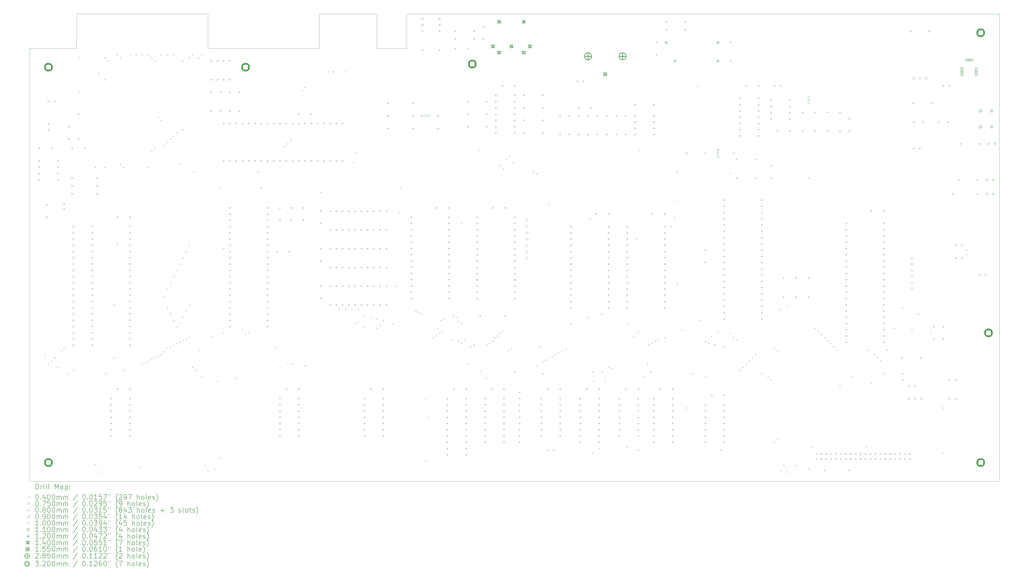
<source format=gbr>
%FSLAX45Y45*%
G04 Gerber Fmt 4.5, Leading zero omitted, Abs format (unit mm)*
G04 Created by KiCad (PCBNEW (6.0.6)) date 2022-08-08 10:31:13*
%MOMM*%
%LPD*%
G01*
G04 APERTURE LIST*
%TA.AperFunction,Profile*%
%ADD10C,0.100000*%
%TD*%
%ADD11C,0.200000*%
%ADD12C,0.040000*%
%ADD13C,0.075000*%
%ADD14C,0.080000*%
%ADD15C,0.090000*%
%ADD16C,0.100000*%
%ADD17C,0.110000*%
%ADD18C,0.120000*%
%ADD19C,0.140000*%
%ADD20C,0.155000*%
%ADD21C,0.285000*%
%ADD22C,0.320000*%
G04 APERTURE END LIST*
D10*
X15494000Y-4572000D02*
X15494000Y-3175000D01*
X13144500Y-4572000D02*
X13144500Y-3175000D01*
X8636000Y-4572000D02*
X13144500Y-4572000D01*
X16700500Y-4572000D02*
X15494000Y-4572000D01*
X1397000Y-4572000D02*
X1397000Y-22161500D01*
X8636000Y-3302000D02*
X8636000Y-4572000D01*
X40767000Y-3175000D02*
X16700500Y-3175000D01*
X40767000Y-22098000D02*
X40767000Y-22098000D01*
X3302000Y-4572000D02*
X3302000Y-3175000D01*
X40767000Y-3175000D02*
X40767000Y-22161500D01*
X8636000Y-3175000D02*
X8636000Y-3302000D01*
X16700500Y-3175000D02*
X16700500Y-4572000D01*
X15494000Y-3175000D02*
X13144500Y-3175000D01*
X1397000Y-22161500D02*
X40767000Y-22161500D01*
X1397000Y-4572000D02*
X3302000Y-4572000D01*
X3302000Y-3175000D02*
X8636000Y-3175000D01*
D11*
D12*
X2012000Y-16998000D02*
X2052000Y-17038000D01*
X2052000Y-16998000D02*
X2012000Y-17038000D01*
X2139000Y-17379000D02*
X2179000Y-17419000D01*
X2179000Y-17379000D02*
X2139000Y-17419000D01*
X2266000Y-17252000D02*
X2306000Y-17292000D01*
X2306000Y-17252000D02*
X2266000Y-17292000D01*
X2393000Y-17125000D02*
X2433000Y-17165000D01*
X2433000Y-17125000D02*
X2393000Y-17165000D01*
X2520000Y-17506000D02*
X2560000Y-17546000D01*
X2560000Y-17506000D02*
X2520000Y-17546000D01*
X2647000Y-16871000D02*
X2687000Y-16911000D01*
X2687000Y-16871000D02*
X2647000Y-16911000D01*
X2774000Y-16744000D02*
X2814000Y-16784000D01*
X2814000Y-16744000D02*
X2774000Y-16784000D01*
X2901000Y-17760000D02*
X2941000Y-17800000D01*
X2941000Y-17760000D02*
X2901000Y-17800000D01*
X3155000Y-17633000D02*
X3195000Y-17673000D01*
X3195000Y-17633000D02*
X3155000Y-17673000D01*
X3409000Y-4933000D02*
X3449000Y-4973000D01*
X3449000Y-4933000D02*
X3409000Y-4973000D01*
X3409000Y-6330000D02*
X3449000Y-6370000D01*
X3449000Y-6330000D02*
X3409000Y-6370000D01*
X4044000Y-9378000D02*
X4084000Y-9418000D01*
X4084000Y-9378000D02*
X4044000Y-9418000D01*
X4044000Y-21443000D02*
X4084000Y-21483000D01*
X4084000Y-21443000D02*
X4044000Y-21483000D01*
X4171000Y-5568000D02*
X4211000Y-5608000D01*
X4211000Y-5568000D02*
X4171000Y-5608000D01*
X4171000Y-21760500D02*
X4211000Y-21800500D01*
X4211000Y-21760500D02*
X4171000Y-21800500D01*
X4425000Y-4933000D02*
X4465000Y-4973000D01*
X4465000Y-4933000D02*
X4425000Y-4973000D01*
X4425000Y-5822000D02*
X4465000Y-5862000D01*
X4465000Y-5822000D02*
X4425000Y-5862000D01*
X4425000Y-9378000D02*
X4465000Y-9418000D01*
X4465000Y-9378000D02*
X4425000Y-9418000D01*
X4488500Y-17760000D02*
X4528500Y-17800000D01*
X4528500Y-17760000D02*
X4488500Y-17800000D01*
X4552000Y-5060000D02*
X4592000Y-5100000D01*
X4592000Y-5060000D02*
X4552000Y-5100000D01*
X4806000Y-14966000D02*
X4846000Y-15006000D01*
X4846000Y-14966000D02*
X4806000Y-15006000D01*
X4806000Y-17125000D02*
X4846000Y-17165000D01*
X4846000Y-17125000D02*
X4806000Y-17165000D01*
X4933000Y-4806000D02*
X4973000Y-4846000D01*
X4973000Y-4806000D02*
X4933000Y-4846000D01*
X4933000Y-12489500D02*
X4973000Y-12529500D01*
X4973000Y-12489500D02*
X4933000Y-12529500D01*
X5060000Y-4933000D02*
X5100000Y-4973000D01*
X5100000Y-4933000D02*
X5060000Y-4973000D01*
X5060000Y-9251000D02*
X5100000Y-9291000D01*
X5100000Y-9251000D02*
X5060000Y-9291000D01*
X5187000Y-9378000D02*
X5227000Y-9418000D01*
X5227000Y-9378000D02*
X5187000Y-9418000D01*
X5187000Y-17633000D02*
X5227000Y-17673000D01*
X5227000Y-17633000D02*
X5187000Y-17673000D01*
X5441000Y-4806000D02*
X5481000Y-4846000D01*
X5481000Y-4806000D02*
X5441000Y-4846000D01*
X5695000Y-4806000D02*
X5735000Y-4846000D01*
X5735000Y-4806000D02*
X5695000Y-4846000D01*
X5822000Y-21570000D02*
X5862000Y-21610000D01*
X5862000Y-21570000D02*
X5822000Y-21610000D01*
X5949000Y-4806000D02*
X5989000Y-4846000D01*
X5989000Y-4806000D02*
X5949000Y-4846000D01*
X5949000Y-17379000D02*
X5989000Y-17419000D01*
X5989000Y-17379000D02*
X5949000Y-17419000D01*
X6076000Y-17315500D02*
X6116000Y-17355500D01*
X6116000Y-17315500D02*
X6076000Y-17355500D01*
X6203000Y-4806000D02*
X6243000Y-4846000D01*
X6243000Y-4806000D02*
X6203000Y-4846000D01*
X6203000Y-9378000D02*
X6243000Y-9418000D01*
X6243000Y-9378000D02*
X6203000Y-9418000D01*
X6203000Y-17252000D02*
X6243000Y-17292000D01*
X6243000Y-17252000D02*
X6203000Y-17292000D01*
X6330000Y-4933000D02*
X6370000Y-4973000D01*
X6370000Y-4933000D02*
X6330000Y-4973000D01*
X6330000Y-8743000D02*
X6370000Y-8783000D01*
X6370000Y-8743000D02*
X6330000Y-8783000D01*
X6330000Y-17188500D02*
X6370000Y-17228500D01*
X6370000Y-17188500D02*
X6330000Y-17228500D01*
X6457000Y-5060000D02*
X6497000Y-5100000D01*
X6497000Y-5060000D02*
X6457000Y-5100000D01*
X6457000Y-8616000D02*
X6497000Y-8656000D01*
X6497000Y-8616000D02*
X6457000Y-8656000D01*
X6457000Y-17125000D02*
X6497000Y-17165000D01*
X6497000Y-17125000D02*
X6457000Y-17165000D01*
X6584000Y-7346000D02*
X6624000Y-7386000D01*
X6624000Y-7346000D02*
X6584000Y-7386000D01*
X6584000Y-17061500D02*
X6624000Y-17101500D01*
X6624000Y-17061500D02*
X6584000Y-17101500D01*
X6711000Y-4806000D02*
X6751000Y-4846000D01*
X6751000Y-4806000D02*
X6711000Y-4846000D01*
X6711000Y-7473000D02*
X6751000Y-7513000D01*
X6751000Y-7473000D02*
X6711000Y-7513000D01*
X6711000Y-16998000D02*
X6751000Y-17038000D01*
X6751000Y-16998000D02*
X6711000Y-17038000D01*
X6838000Y-8489000D02*
X6878000Y-8529000D01*
X6878000Y-8489000D02*
X6838000Y-8529000D01*
X6838000Y-14648500D02*
X6878000Y-14688500D01*
X6878000Y-14648500D02*
X6838000Y-14688500D01*
X6838000Y-16871000D02*
X6878000Y-16911000D01*
X6878000Y-16871000D02*
X6838000Y-16911000D01*
X6965000Y-4806000D02*
X7005000Y-4846000D01*
X7005000Y-4806000D02*
X6965000Y-4846000D01*
X6965000Y-8362000D02*
X7005000Y-8402000D01*
X7005000Y-8362000D02*
X6965000Y-8402000D01*
X6965000Y-14331000D02*
X7005000Y-14371000D01*
X7005000Y-14331000D02*
X6965000Y-14371000D01*
X6965000Y-15093000D02*
X7005000Y-15133000D01*
X7005000Y-15093000D02*
X6965000Y-15133000D01*
X6965000Y-16744000D02*
X7005000Y-16784000D01*
X7005000Y-16744000D02*
X6965000Y-16784000D01*
X7092000Y-8235000D02*
X7132000Y-8275000D01*
X7132000Y-8235000D02*
X7092000Y-8275000D01*
X7092000Y-14077000D02*
X7132000Y-14117000D01*
X7132000Y-14077000D02*
X7092000Y-14117000D01*
X7092000Y-15347000D02*
X7132000Y-15387000D01*
X7132000Y-15347000D02*
X7092000Y-15387000D01*
X7092000Y-16680500D02*
X7132000Y-16720500D01*
X7132000Y-16680500D02*
X7092000Y-16720500D01*
X7219000Y-4806000D02*
X7259000Y-4846000D01*
X7259000Y-4806000D02*
X7219000Y-4846000D01*
X7219000Y-8108000D02*
X7259000Y-8148000D01*
X7259000Y-8108000D02*
X7219000Y-8148000D01*
X7219000Y-13823000D02*
X7259000Y-13863000D01*
X7259000Y-13823000D02*
X7219000Y-13863000D01*
X7219000Y-15601000D02*
X7259000Y-15641000D01*
X7259000Y-15601000D02*
X7219000Y-15641000D01*
X7219000Y-16617000D02*
X7259000Y-16657000D01*
X7259000Y-16617000D02*
X7219000Y-16657000D01*
X7346000Y-7981000D02*
X7386000Y-8021000D01*
X7386000Y-7981000D02*
X7346000Y-8021000D01*
X7346000Y-13569000D02*
X7386000Y-13609000D01*
X7386000Y-13569000D02*
X7346000Y-13609000D01*
X7346000Y-15855000D02*
X7386000Y-15895000D01*
X7386000Y-15855000D02*
X7346000Y-15895000D01*
X7346000Y-16553500D02*
X7386000Y-16593500D01*
X7386000Y-16553500D02*
X7346000Y-16593500D01*
X7473000Y-9251000D02*
X7513000Y-9291000D01*
X7513000Y-9251000D02*
X7473000Y-9291000D01*
X7473000Y-13315000D02*
X7513000Y-13355000D01*
X7513000Y-13315000D02*
X7473000Y-13355000D01*
X7473000Y-15728000D02*
X7513000Y-15768000D01*
X7513000Y-15728000D02*
X7473000Y-15768000D01*
X7473000Y-16490000D02*
X7513000Y-16530000D01*
X7513000Y-16490000D02*
X7473000Y-16530000D01*
X7600000Y-5060000D02*
X7640000Y-5100000D01*
X7640000Y-5060000D02*
X7600000Y-5100000D01*
X7600000Y-7854000D02*
X7640000Y-7894000D01*
X7640000Y-7854000D02*
X7600000Y-7894000D01*
X7600000Y-13061000D02*
X7640000Y-13101000D01*
X7640000Y-13061000D02*
X7600000Y-13101000D01*
X7600000Y-15474000D02*
X7640000Y-15514000D01*
X7640000Y-15474000D02*
X7600000Y-15514000D01*
X7600000Y-16426500D02*
X7640000Y-16466500D01*
X7640000Y-16426500D02*
X7600000Y-16466500D01*
X7727000Y-12807000D02*
X7767000Y-12847000D01*
X7767000Y-12807000D02*
X7727000Y-12847000D01*
X7727000Y-15220000D02*
X7767000Y-15260000D01*
X7767000Y-15220000D02*
X7727000Y-15260000D01*
X7727000Y-16363000D02*
X7767000Y-16403000D01*
X7767000Y-16363000D02*
X7727000Y-16403000D01*
X7854000Y-4933000D02*
X7894000Y-4973000D01*
X7894000Y-4933000D02*
X7854000Y-4973000D01*
X7854000Y-12553000D02*
X7894000Y-12593000D01*
X7894000Y-12553000D02*
X7854000Y-12593000D01*
X7854000Y-14966000D02*
X7894000Y-15006000D01*
X7894000Y-14966000D02*
X7854000Y-15006000D01*
X7854000Y-16299500D02*
X7894000Y-16339500D01*
X7894000Y-16299500D02*
X7854000Y-16339500D01*
X7981000Y-4806000D02*
X8021000Y-4846000D01*
X8021000Y-4806000D02*
X7981000Y-4846000D01*
X7981000Y-17506000D02*
X8021000Y-17546000D01*
X8021000Y-17506000D02*
X7981000Y-17546000D01*
X8044500Y-9568500D02*
X8084500Y-9608500D01*
X8084500Y-9568500D02*
X8044500Y-9608500D01*
X8108000Y-17633000D02*
X8148000Y-17673000D01*
X8148000Y-17633000D02*
X8108000Y-17673000D01*
X8235000Y-4933000D02*
X8275000Y-4973000D01*
X8275000Y-4933000D02*
X8235000Y-4973000D01*
X8235000Y-16825450D02*
X8275000Y-16865450D01*
X8275000Y-16825450D02*
X8235000Y-16865450D01*
X8362000Y-4806000D02*
X8402000Y-4846000D01*
X8402000Y-4806000D02*
X8362000Y-4846000D01*
X8362000Y-17887000D02*
X8402000Y-17927000D01*
X8402000Y-17887000D02*
X8362000Y-17927000D01*
X8489000Y-21515450D02*
X8529000Y-21555450D01*
X8529000Y-21515450D02*
X8489000Y-21555450D01*
X8616000Y-21697000D02*
X8656000Y-21737000D01*
X8656000Y-21697000D02*
X8616000Y-21737000D01*
X8743000Y-16236000D02*
X8783000Y-16276000D01*
X8783000Y-16236000D02*
X8743000Y-16276000D01*
X8870000Y-21642450D02*
X8910000Y-21682450D01*
X8910000Y-21642450D02*
X8870000Y-21682450D01*
X8997000Y-18077500D02*
X9037000Y-18117500D01*
X9037000Y-18077500D02*
X8997000Y-18117500D01*
X9124000Y-10212450D02*
X9164000Y-10252450D01*
X9164000Y-10212450D02*
X9124000Y-10252450D01*
X9124000Y-21189000D02*
X9164000Y-21229000D01*
X9164000Y-21189000D02*
X9124000Y-21229000D01*
X9251000Y-12680000D02*
X9291000Y-12720000D01*
X9291000Y-12680000D02*
X9251000Y-12720000D01*
X9251000Y-16109000D02*
X9291000Y-16149000D01*
X9291000Y-16109000D02*
X9251000Y-16149000D01*
X9759000Y-17959450D02*
X9799000Y-17999450D01*
X9799000Y-17959450D02*
X9759000Y-17999450D01*
X10013000Y-15981500D02*
X10053000Y-16021500D01*
X10053000Y-15981500D02*
X10013000Y-16021500D01*
X10140000Y-16172500D02*
X10180000Y-16212500D01*
X10180000Y-16172500D02*
X10140000Y-16212500D01*
X10267000Y-16099550D02*
X10307000Y-16139550D01*
X10307000Y-16099550D02*
X10267000Y-16139550D01*
X10648000Y-9568500D02*
X10688000Y-9608500D01*
X10688000Y-9568500D02*
X10648000Y-9608500D01*
X10775000Y-10212450D02*
X10815000Y-10252450D01*
X10815000Y-10212450D02*
X10775000Y-10252450D01*
X11346500Y-16680500D02*
X11386500Y-16720500D01*
X11386500Y-16680500D02*
X11346500Y-16720500D01*
X11537000Y-17514950D02*
X11577000Y-17554950D01*
X11577000Y-17514950D02*
X11537000Y-17554950D01*
X11727500Y-8552500D02*
X11767500Y-8592500D01*
X11767500Y-8552500D02*
X11727500Y-8592500D01*
X11854500Y-8425500D02*
X11894500Y-8465500D01*
X11894500Y-8425500D02*
X11854500Y-8465500D01*
X11981500Y-8298500D02*
X12021500Y-8338500D01*
X12021500Y-8298500D02*
X11981500Y-8338500D01*
X12045000Y-17360250D02*
X12085000Y-17400250D01*
X12085000Y-17360250D02*
X12045000Y-17400250D01*
X12426000Y-6266500D02*
X12466000Y-6306500D01*
X12466000Y-6266500D02*
X12426000Y-6306500D01*
X12553000Y-6139500D02*
X12593000Y-6179500D01*
X12593000Y-6139500D02*
X12553000Y-6179500D01*
X12553000Y-17442500D02*
X12593000Y-17482500D01*
X12593000Y-17442500D02*
X12553000Y-17482500D01*
X13188000Y-10394000D02*
X13228000Y-10434000D01*
X13228000Y-10394000D02*
X13188000Y-10434000D01*
X13505500Y-5504500D02*
X13545500Y-5544500D01*
X13545500Y-5504500D02*
X13505500Y-5544500D01*
X13696000Y-5504500D02*
X13736000Y-5544500D01*
X13736000Y-5504500D02*
X13696000Y-5544500D01*
X13950000Y-15156000D02*
X13990000Y-15196000D01*
X13990000Y-15156000D02*
X13950000Y-15196000D01*
X14204000Y-5504500D02*
X14244000Y-5544500D01*
X14244000Y-5504500D02*
X14204000Y-5544500D01*
X14204000Y-15156000D02*
X14244000Y-15196000D01*
X14244000Y-15156000D02*
X14204000Y-15196000D01*
X14458000Y-15156000D02*
X14498000Y-15196000D01*
X14498000Y-15156000D02*
X14458000Y-15196000D01*
X14521500Y-9187500D02*
X14561500Y-9227500D01*
X14561500Y-9187500D02*
X14521500Y-9227500D01*
X14585000Y-15728000D02*
X14625000Y-15768000D01*
X14625000Y-15728000D02*
X14585000Y-15768000D01*
X14648500Y-8806500D02*
X14688500Y-8846500D01*
X14688500Y-8806500D02*
X14648500Y-8846500D01*
X14712000Y-15156000D02*
X14752000Y-15196000D01*
X14752000Y-15156000D02*
X14712000Y-15196000D01*
X14712000Y-15672950D02*
X14752000Y-15712950D01*
X14752000Y-15672950D02*
X14712000Y-15712950D01*
X14966000Y-15418950D02*
X15006000Y-15458950D01*
X15006000Y-15418950D02*
X14966000Y-15458950D01*
X14966000Y-15863950D02*
X15006000Y-15903950D01*
X15006000Y-15863950D02*
X14966000Y-15903950D01*
X15220000Y-15482450D02*
X15260000Y-15522450D01*
X15260000Y-15482450D02*
X15220000Y-15522450D01*
X15474000Y-15545950D02*
X15514000Y-15585950D01*
X15514000Y-15545950D02*
X15474000Y-15585950D01*
X15474000Y-15918500D02*
X15514000Y-15958500D01*
X15514000Y-15918500D02*
X15474000Y-15958500D01*
X15601000Y-15800450D02*
X15641000Y-15840450D01*
X15641000Y-15800450D02*
X15601000Y-15840450D01*
X15728000Y-15609450D02*
X15768000Y-15649450D01*
X15768000Y-15609450D02*
X15728000Y-15649450D01*
X16109000Y-15736950D02*
X16149000Y-15776950D01*
X16149000Y-15736950D02*
X16109000Y-15776950D01*
X16236000Y-14203500D02*
X16276000Y-14243500D01*
X16276000Y-14203500D02*
X16236000Y-14243500D01*
X16363000Y-11219000D02*
X16403000Y-11259000D01*
X16403000Y-11219000D02*
X16363000Y-11259000D01*
X16426500Y-10212450D02*
X16466500Y-10252450D01*
X16466500Y-10212450D02*
X16426500Y-10252450D01*
X17061500Y-15228450D02*
X17101500Y-15268450D01*
X17101500Y-15228450D02*
X17061500Y-15268450D01*
X17188500Y-15283000D02*
X17228500Y-15323000D01*
X17228500Y-15283000D02*
X17188500Y-15323000D01*
X17315500Y-15346500D02*
X17355500Y-15386500D01*
X17355500Y-15346500D02*
X17315500Y-15386500D01*
X17446500Y-18776000D02*
X17486500Y-18816000D01*
X17486500Y-18776000D02*
X17446500Y-18816000D01*
X17446500Y-21316000D02*
X17486500Y-21356000D01*
X17486500Y-21316000D02*
X17446500Y-21356000D01*
X17573500Y-19538000D02*
X17613500Y-19578000D01*
X17613500Y-19538000D02*
X17573500Y-19578000D01*
X17760000Y-16308450D02*
X17800000Y-16348450D01*
X17800000Y-16308450D02*
X17760000Y-16348450D01*
X17887000Y-16236000D02*
X17927000Y-16276000D01*
X17927000Y-16236000D02*
X17887000Y-16276000D01*
X17950500Y-15918500D02*
X17990500Y-15958500D01*
X17990500Y-15918500D02*
X17950500Y-15958500D01*
X18014000Y-16117950D02*
X18054000Y-16157950D01*
X18054000Y-16117950D02*
X18014000Y-16157950D01*
X18077500Y-15609450D02*
X18117500Y-15649450D01*
X18117500Y-15609450D02*
X18077500Y-15649450D01*
X18141000Y-16054450D02*
X18181000Y-16094450D01*
X18181000Y-16054450D02*
X18141000Y-16094450D01*
X18204500Y-15545950D02*
X18244500Y-15585950D01*
X18244500Y-15545950D02*
X18204500Y-15585950D01*
X18522000Y-16380900D02*
X18562000Y-16420900D01*
X18562000Y-16380900D02*
X18522000Y-16420900D01*
X18585500Y-15410000D02*
X18625500Y-15450000D01*
X18625500Y-15410000D02*
X18585500Y-15450000D01*
X18703550Y-15473500D02*
X18743550Y-15513500D01*
X18743550Y-15473500D02*
X18703550Y-15513500D01*
X18776000Y-15664500D02*
X18816000Y-15704500D01*
X18816000Y-15664500D02*
X18776000Y-15704500D01*
X18776000Y-16453350D02*
X18816000Y-16493350D01*
X18816000Y-16453350D02*
X18776000Y-16493350D01*
X18903000Y-11663500D02*
X18943000Y-11703500D01*
X18943000Y-11663500D02*
X18903000Y-11703500D01*
X18903000Y-15728000D02*
X18943000Y-15768000D01*
X18943000Y-15728000D02*
X18903000Y-15768000D01*
X18903000Y-16525800D02*
X18943000Y-16565800D01*
X18943000Y-16525800D02*
X18903000Y-16565800D01*
X19030000Y-16380900D02*
X19070000Y-16420900D01*
X19070000Y-16380900D02*
X19030000Y-16420900D01*
X19157000Y-17360250D02*
X19197000Y-17400250D01*
X19197000Y-17360250D02*
X19157000Y-17400250D01*
X19284000Y-16680500D02*
X19324000Y-16720500D01*
X19324000Y-16680500D02*
X19284000Y-16720500D01*
X19411000Y-16598250D02*
X19451000Y-16638250D01*
X19451000Y-16598250D02*
X19411000Y-16638250D01*
X19601500Y-8679500D02*
X19641500Y-8719500D01*
X19641500Y-8679500D02*
X19601500Y-8719500D01*
X19665000Y-17659900D02*
X19705000Y-17699900D01*
X19705000Y-17659900D02*
X19665000Y-17699900D01*
X19919000Y-16598250D02*
X19959000Y-16638250D01*
X19959000Y-16598250D02*
X19919000Y-16638250D01*
X19919000Y-17950500D02*
X19959000Y-17990500D01*
X19959000Y-17950500D02*
X19919000Y-17990500D01*
X20046000Y-16525800D02*
X20086000Y-16565800D01*
X20086000Y-16525800D02*
X20046000Y-16565800D01*
X20173000Y-16453350D02*
X20213000Y-16493350D01*
X20213000Y-16453350D02*
X20173000Y-16493350D01*
X20245450Y-16308450D02*
X20285450Y-16348450D01*
X20285450Y-16308450D02*
X20245450Y-16348450D01*
X20363500Y-16236000D02*
X20403500Y-16276000D01*
X20403500Y-16236000D02*
X20363500Y-16276000D01*
X20435950Y-16126900D02*
X20475950Y-16166900D01*
X20475950Y-16126900D02*
X20435950Y-16166900D01*
X20490500Y-9314500D02*
X20530500Y-9354500D01*
X20530500Y-9314500D02*
X20490500Y-9354500D01*
X20554000Y-16054450D02*
X20594000Y-16094450D01*
X20594000Y-16054450D02*
X20554000Y-16094450D01*
X20617500Y-9441500D02*
X20657500Y-9481500D01*
X20657500Y-9441500D02*
X20617500Y-9481500D01*
X20744500Y-9060500D02*
X20784500Y-9100500D01*
X20784500Y-9060500D02*
X20744500Y-9100500D01*
X20808000Y-16825400D02*
X20848000Y-16865400D01*
X20848000Y-16825400D02*
X20808000Y-16865400D01*
X20871500Y-8933500D02*
X20911500Y-8973500D01*
X20911500Y-8933500D02*
X20871500Y-8973500D01*
X20935000Y-16752950D02*
X20975000Y-16792950D01*
X20975000Y-16752950D02*
X20935000Y-16792950D01*
X20998500Y-9187500D02*
X21038500Y-9227500D01*
X21038500Y-9187500D02*
X20998500Y-9227500D01*
X21062000Y-17696500D02*
X21102000Y-17736500D01*
X21102000Y-17696500D02*
X21062000Y-17736500D01*
X21824000Y-9568500D02*
X21864000Y-9608500D01*
X21864000Y-9568500D02*
X21824000Y-9608500D01*
X21951000Y-9640950D02*
X21991000Y-9680950D01*
X21991000Y-9640950D02*
X21951000Y-9680950D01*
X21951000Y-17442500D02*
X21991000Y-17482500D01*
X21991000Y-17442500D02*
X21951000Y-17482500D01*
X22078000Y-16680500D02*
X22118000Y-16720500D01*
X22118000Y-16680500D02*
X22078000Y-16720500D01*
X22205000Y-17287800D02*
X22245000Y-17327800D01*
X22245000Y-17287800D02*
X22205000Y-17327800D01*
X22205000Y-17768950D02*
X22245000Y-17808950D01*
X22245000Y-17768950D02*
X22205000Y-17808950D01*
X22332000Y-17215350D02*
X22372000Y-17255350D01*
X22372000Y-17215350D02*
X22332000Y-17255350D01*
X22459000Y-10902000D02*
X22499000Y-10942000D01*
X22499000Y-10902000D02*
X22459000Y-10942000D01*
X22459000Y-17142900D02*
X22499000Y-17182900D01*
X22499000Y-17142900D02*
X22459000Y-17182900D01*
X22586000Y-17070450D02*
X22626000Y-17110450D01*
X22626000Y-17070450D02*
X22586000Y-17110450D01*
X22713000Y-16998000D02*
X22753000Y-17038000D01*
X22753000Y-16998000D02*
X22713000Y-17038000D01*
X22840000Y-16897850D02*
X22880000Y-16937850D01*
X22880000Y-16897850D02*
X22840000Y-16937850D01*
X23012600Y-16825400D02*
X23052600Y-16865400D01*
X23052600Y-16825400D02*
X23012600Y-16865400D01*
X23157500Y-16752950D02*
X23197500Y-16792950D01*
X23197500Y-16752950D02*
X23157500Y-16792950D01*
X23348000Y-15728000D02*
X23388000Y-15768000D01*
X23388000Y-15728000D02*
X23348000Y-15768000D01*
X24046500Y-15474000D02*
X24086500Y-15514000D01*
X24086500Y-15474000D02*
X24046500Y-15514000D01*
X24110000Y-11473500D02*
X24150000Y-11513500D01*
X24150000Y-11473500D02*
X24110000Y-11513500D01*
X24237000Y-17696500D02*
X24277000Y-17736500D01*
X24277000Y-17696500D02*
X24237000Y-17736500D01*
X24237000Y-20998500D02*
X24277000Y-21038500D01*
X24277000Y-20998500D02*
X24237000Y-21038500D01*
X24300500Y-18077500D02*
X24340500Y-18117500D01*
X24340500Y-18077500D02*
X24300500Y-18117500D01*
X24491000Y-20808000D02*
X24531000Y-20848000D01*
X24531000Y-20808000D02*
X24491000Y-20848000D01*
X24618000Y-15347000D02*
X24658000Y-15387000D01*
X24658000Y-15347000D02*
X24618000Y-15387000D01*
X24618000Y-17696500D02*
X24658000Y-17736500D01*
X24658000Y-17696500D02*
X24618000Y-17736500D01*
X24745000Y-18077500D02*
X24785000Y-18117500D01*
X24785000Y-18077500D02*
X24745000Y-18117500D01*
X24872000Y-17514950D02*
X24912000Y-17554950D01*
X24912000Y-17514950D02*
X24872000Y-17554950D01*
X24999000Y-17569500D02*
X25039000Y-17609500D01*
X25039000Y-17569500D02*
X24999000Y-17609500D01*
X25634000Y-15728000D02*
X25674000Y-15768000D01*
X25674000Y-15728000D02*
X25634000Y-15768000D01*
X25634000Y-20744500D02*
X25674000Y-20784500D01*
X25674000Y-20744500D02*
X25634000Y-20784500D01*
X25888000Y-16236000D02*
X25928000Y-16276000D01*
X25928000Y-16236000D02*
X25888000Y-16276000D01*
X26015000Y-12299000D02*
X26055000Y-12339000D01*
X26055000Y-12299000D02*
X26015000Y-12339000D01*
X26015000Y-16126900D02*
X26055000Y-16166900D01*
X26055000Y-16126900D02*
X26015000Y-16166900D01*
X26078500Y-20871500D02*
X26118500Y-20911500D01*
X26118500Y-20871500D02*
X26078500Y-20911500D01*
X26142000Y-8679500D02*
X26182000Y-8719500D01*
X26182000Y-8679500D02*
X26142000Y-8719500D01*
X26142000Y-16054450D02*
X26182000Y-16094450D01*
X26182000Y-16054450D02*
X26142000Y-16094450D01*
X26332500Y-17887000D02*
X26372500Y-17927000D01*
X26372500Y-17887000D02*
X26332500Y-17927000D01*
X26459500Y-17370050D02*
X26499500Y-17410050D01*
X26499500Y-17370050D02*
X26459500Y-17410050D01*
X26523000Y-16598250D02*
X26563000Y-16638250D01*
X26563000Y-16598250D02*
X26523000Y-16638250D01*
X26586500Y-17696500D02*
X26626500Y-17736500D01*
X26626500Y-17696500D02*
X26586500Y-17736500D01*
X26650000Y-16525800D02*
X26690000Y-16565800D01*
X26690000Y-16525800D02*
X26650000Y-16565800D01*
X26777000Y-16453350D02*
X26817000Y-16493350D01*
X26817000Y-16453350D02*
X26777000Y-16493350D01*
X26904000Y-16371950D02*
X26944000Y-16411950D01*
X26944000Y-16371950D02*
X26904000Y-16411950D01*
X27158000Y-16308450D02*
X27198000Y-16348450D01*
X27198000Y-16308450D02*
X27158000Y-16348450D01*
X27412000Y-11791000D02*
X27452000Y-11831000D01*
X27452000Y-11791000D02*
X27412000Y-11831000D01*
X27539000Y-11410000D02*
X27579000Y-11450000D01*
X27579000Y-11410000D02*
X27539000Y-11450000D01*
X27666000Y-9568500D02*
X27706000Y-9608500D01*
X27706000Y-9568500D02*
X27666000Y-9608500D01*
X27666000Y-10711500D02*
X27706000Y-10751500D01*
X27706000Y-10711500D02*
X27666000Y-10751500D01*
X27666000Y-14140500D02*
X27706000Y-14180500D01*
X27706000Y-14140500D02*
X27666000Y-14180500D01*
X27856500Y-15982000D02*
X27896500Y-16022000D01*
X27896500Y-15982000D02*
X27856500Y-16022000D01*
X28047000Y-19157000D02*
X28087000Y-19197000D01*
X28087000Y-19157000D02*
X28047000Y-19197000D01*
X28301000Y-17760000D02*
X28341000Y-17800000D01*
X28341000Y-17760000D02*
X28301000Y-17800000D01*
X28491500Y-6076000D02*
X28531500Y-6116000D01*
X28531500Y-6076000D02*
X28491500Y-6116000D01*
X28555000Y-15601000D02*
X28595000Y-15641000D01*
X28595000Y-15601000D02*
X28555000Y-15641000D01*
X28809000Y-16453400D02*
X28849000Y-16493400D01*
X28849000Y-16453400D02*
X28809000Y-16493400D01*
X28809000Y-17887000D02*
X28849000Y-17927000D01*
X28849000Y-17887000D02*
X28809000Y-17927000D01*
X28936000Y-16525850D02*
X28976000Y-16565850D01*
X28976000Y-16525850D02*
X28936000Y-16565850D01*
X29063000Y-16236000D02*
X29103000Y-16276000D01*
X29103000Y-16236000D02*
X29063000Y-16276000D01*
X29190000Y-16598300D02*
X29230000Y-16638300D01*
X29230000Y-16598300D02*
X29190000Y-16638300D01*
X29317000Y-16054450D02*
X29357000Y-16094450D01*
X29357000Y-16054450D02*
X29317000Y-16094450D01*
X29444000Y-20871500D02*
X29484000Y-20911500D01*
X29484000Y-20871500D02*
X29444000Y-20911500D01*
X29571000Y-16680500D02*
X29611000Y-16720500D01*
X29611000Y-16680500D02*
X29571000Y-16720500D01*
X29825000Y-9632000D02*
X29865000Y-9672000D01*
X29865000Y-9632000D02*
X29825000Y-9672000D01*
X29825000Y-16126900D02*
X29865000Y-16166900D01*
X29865000Y-16126900D02*
X29825000Y-16166900D01*
X29952000Y-8806500D02*
X29992000Y-8846500D01*
X29992000Y-8806500D02*
X29952000Y-8846500D01*
X29952000Y-16308450D02*
X29992000Y-16348450D01*
X29992000Y-16308450D02*
X29952000Y-16348450D01*
X30079000Y-16380900D02*
X30119000Y-16420900D01*
X30119000Y-16380900D02*
X30079000Y-16420900D01*
X30206000Y-17633000D02*
X30246000Y-17673000D01*
X30246000Y-17633000D02*
X30206000Y-17673000D01*
X30333000Y-17506000D02*
X30373000Y-17546000D01*
X30373000Y-17506000D02*
X30333000Y-17546000D01*
X30460000Y-17379000D02*
X30500000Y-17419000D01*
X30500000Y-17379000D02*
X30460000Y-17419000D01*
X30587000Y-17252000D02*
X30627000Y-17292000D01*
X30627000Y-17252000D02*
X30587000Y-17292000D01*
X30714000Y-17125000D02*
X30754000Y-17165000D01*
X30754000Y-17125000D02*
X30714000Y-17165000D01*
X30841000Y-16998000D02*
X30881000Y-17038000D01*
X30881000Y-16998000D02*
X30841000Y-17038000D01*
X31095000Y-17760000D02*
X31135000Y-17800000D01*
X31135000Y-17760000D02*
X31095000Y-17800000D01*
X31349000Y-17887000D02*
X31389000Y-17927000D01*
X31389000Y-17887000D02*
X31349000Y-17927000D01*
X31476000Y-18014000D02*
X31516000Y-18054000D01*
X31516000Y-18014000D02*
X31476000Y-18054000D01*
X31603000Y-16744000D02*
X31643000Y-16784000D01*
X31643000Y-16744000D02*
X31603000Y-16784000D01*
X31603000Y-20554000D02*
X31643000Y-20594000D01*
X31643000Y-20554000D02*
X31603000Y-20594000D01*
X31730000Y-16871000D02*
X31770000Y-16911000D01*
X31770000Y-16871000D02*
X31730000Y-16911000D01*
X31730000Y-20427000D02*
X31770000Y-20467000D01*
X31770000Y-20427000D02*
X31730000Y-20467000D01*
X31857000Y-15156500D02*
X31897000Y-15196500D01*
X31897000Y-15156500D02*
X31857000Y-15196500D01*
X31857000Y-21705950D02*
X31897000Y-21745950D01*
X31897000Y-21705950D02*
X31857000Y-21745950D01*
X31984000Y-21506500D02*
X32024000Y-21546500D01*
X32024000Y-21506500D02*
X31984000Y-21546500D01*
X32111000Y-15029500D02*
X32151000Y-15069500D01*
X32151000Y-15029500D02*
X32111000Y-15069500D01*
X32111000Y-21760500D02*
X32151000Y-21800500D01*
X32151000Y-21760500D02*
X32111000Y-21800500D01*
X32492000Y-21506500D02*
X32532000Y-21546500D01*
X32532000Y-21506500D02*
X32492000Y-21546500D01*
X33000000Y-9822500D02*
X33040000Y-9862500D01*
X33040000Y-9822500D02*
X33000000Y-9862500D01*
X33000000Y-21633500D02*
X33040000Y-21673500D01*
X33040000Y-21633500D02*
X33000000Y-21673500D01*
X33127000Y-20744500D02*
X33167000Y-20784500D01*
X33167000Y-20744500D02*
X33127000Y-20784500D01*
X33254000Y-15918500D02*
X33294000Y-15958500D01*
X33294000Y-15918500D02*
X33254000Y-15958500D01*
X33381000Y-16045500D02*
X33421000Y-16085500D01*
X33421000Y-16045500D02*
X33381000Y-16085500D01*
X33508000Y-16172500D02*
X33548000Y-16212500D01*
X33548000Y-16172500D02*
X33508000Y-16212500D01*
X33635000Y-16299500D02*
X33675000Y-16339500D01*
X33675000Y-16299500D02*
X33635000Y-16339500D01*
X33762000Y-16426500D02*
X33802000Y-16466500D01*
X33802000Y-16426500D02*
X33762000Y-16466500D01*
X33889000Y-16553500D02*
X33929000Y-16593500D01*
X33929000Y-16553500D02*
X33889000Y-16593500D01*
X34016000Y-16680500D02*
X34056000Y-16720500D01*
X34056000Y-16680500D02*
X34016000Y-16720500D01*
X34143000Y-16807500D02*
X34183000Y-16847500D01*
X34183000Y-16807500D02*
X34143000Y-16847500D01*
X34270000Y-18268000D02*
X34310000Y-18308000D01*
X34310000Y-18268000D02*
X34270000Y-18308000D01*
X34778000Y-17887000D02*
X34818000Y-17927000D01*
X34818000Y-17887000D02*
X34778000Y-17927000D01*
X35349500Y-20744500D02*
X35389500Y-20784500D01*
X35389500Y-20744500D02*
X35349500Y-20784500D01*
X35413000Y-16807500D02*
X35453000Y-16847500D01*
X35453000Y-16807500D02*
X35413000Y-16847500D01*
X35540000Y-18141000D02*
X35580000Y-18181000D01*
X35580000Y-18141000D02*
X35540000Y-18181000D01*
X35667000Y-16998000D02*
X35707000Y-17038000D01*
X35707000Y-16998000D02*
X35667000Y-17038000D01*
X35794000Y-17125000D02*
X35834000Y-17165000D01*
X35834000Y-17125000D02*
X35794000Y-17165000D01*
X35921000Y-17252000D02*
X35961000Y-17292000D01*
X35961000Y-17252000D02*
X35921000Y-17292000D01*
X36048000Y-17760000D02*
X36088000Y-17800000D01*
X36088000Y-17760000D02*
X36048000Y-17800000D01*
X36175000Y-16807500D02*
X36215000Y-16847500D01*
X36215000Y-16807500D02*
X36175000Y-16847500D01*
X36492500Y-15918500D02*
X36532500Y-15958500D01*
X36532500Y-15918500D02*
X36492500Y-15958500D01*
X36810000Y-15093000D02*
X36850000Y-15133000D01*
X36850000Y-15093000D02*
X36810000Y-15133000D01*
X37191000Y-15982000D02*
X37231000Y-16022000D01*
X37231000Y-15982000D02*
X37191000Y-16022000D01*
X37445000Y-15347000D02*
X37485000Y-15387000D01*
X37485000Y-15347000D02*
X37445000Y-15387000D01*
X37953000Y-16109000D02*
X37993000Y-16149000D01*
X37993000Y-16109000D02*
X37953000Y-16149000D01*
X38461000Y-19157000D02*
X38501000Y-19197000D01*
X38501000Y-19157000D02*
X38461000Y-19197000D01*
X38461000Y-20998500D02*
X38501000Y-21038500D01*
X38501000Y-20998500D02*
X38461000Y-21038500D01*
X39413000Y-12744000D02*
X39453000Y-12784000D01*
X39453000Y-12744000D02*
X39413000Y-12784000D01*
X39413500Y-12934000D02*
X39453500Y-12974000D01*
X39453500Y-12934000D02*
X39413500Y-12974000D01*
D13*
X17373000Y-7302500D02*
G75*
G03*
X17373000Y-7302500I-37500J0D01*
G01*
X17500000Y-7302500D02*
G75*
G03*
X17500000Y-7302500I-37500J0D01*
G01*
X17627000Y-7302500D02*
G75*
G03*
X17627000Y-7302500I-37500J0D01*
G01*
X29374500Y-8699500D02*
G75*
G03*
X29374500Y-8699500I-37500J0D01*
G01*
X29374500Y-8826500D02*
G75*
G03*
X29374500Y-8826500I-37500J0D01*
G01*
X29374500Y-8953500D02*
G75*
G03*
X29374500Y-8953500I-37500J0D01*
G01*
X33057500Y-6538556D02*
G75*
G03*
X33057500Y-6538556I-37500J0D01*
G01*
X33057500Y-6665556D02*
G75*
G03*
X33057500Y-6665556I-37500J0D01*
G01*
X33057500Y-6792556D02*
G75*
G03*
X33057500Y-6792556I-37500J0D01*
G01*
D14*
X1778000Y-9104000D02*
X1778000Y-9184000D01*
X1738000Y-9144000D02*
X1818000Y-9144000D01*
X1778000Y-9358000D02*
X1778000Y-9438000D01*
X1738000Y-9398000D02*
X1818000Y-9398000D01*
X1778000Y-9612000D02*
X1778000Y-9692000D01*
X1738000Y-9652000D02*
X1818000Y-9652000D01*
X1778000Y-9866000D02*
X1778000Y-9946000D01*
X1738000Y-9906000D02*
X1818000Y-9906000D01*
X1786000Y-8596000D02*
X1786000Y-8676000D01*
X1746000Y-8636000D02*
X1826000Y-8636000D01*
X2095500Y-10882000D02*
X2095500Y-10962000D01*
X2055500Y-10922000D02*
X2135500Y-10922000D01*
X2095500Y-11382000D02*
X2095500Y-11462000D01*
X2055500Y-11422000D02*
X2135500Y-11422000D01*
X2159000Y-7584000D02*
X2159000Y-7664000D01*
X2119000Y-7624000D02*
X2199000Y-7624000D01*
X2159000Y-7834000D02*
X2159000Y-7914000D01*
X2119000Y-7874000D02*
X2199000Y-7874000D01*
X2286000Y-8596000D02*
X2286000Y-8676000D01*
X2246000Y-8636000D02*
X2326000Y-8636000D01*
X2540000Y-9104000D02*
X2540000Y-9184000D01*
X2500000Y-9144000D02*
X2580000Y-9144000D01*
X2540000Y-9358000D02*
X2540000Y-9438000D01*
X2500000Y-9398000D02*
X2580000Y-9398000D01*
X2540000Y-9612000D02*
X2540000Y-9692000D01*
X2500000Y-9652000D02*
X2580000Y-9652000D01*
X2540000Y-9866000D02*
X2540000Y-9946000D01*
X2500000Y-9906000D02*
X2580000Y-9906000D01*
X2794000Y-10849989D02*
X2794000Y-10929989D01*
X2754000Y-10889989D02*
X2834000Y-10889989D01*
X2794000Y-11049989D02*
X2794000Y-11129989D01*
X2754000Y-11089989D02*
X2834000Y-11089989D01*
X2984500Y-7711000D02*
X2984500Y-7791000D01*
X2944500Y-7751000D02*
X3024500Y-7751000D01*
X2984500Y-8211000D02*
X2984500Y-8291000D01*
X2944500Y-8251000D02*
X3024500Y-8251000D01*
X3111500Y-9802500D02*
X3111500Y-9882500D01*
X3071500Y-9842500D02*
X3151500Y-9842500D01*
X3111500Y-10120000D02*
X3111500Y-10200000D01*
X3071500Y-10160000D02*
X3151500Y-10160000D01*
X3111500Y-10437500D02*
X3111500Y-10517500D01*
X3071500Y-10477500D02*
X3151500Y-10477500D01*
X3119500Y-8596000D02*
X3119500Y-8676000D01*
X3079500Y-8636000D02*
X3159500Y-8636000D01*
X3365500Y-7199000D02*
X3365500Y-7279000D01*
X3325500Y-7239000D02*
X3405500Y-7239000D01*
X3365500Y-8215000D02*
X3365500Y-8295000D01*
X3325500Y-8255000D02*
X3405500Y-8255000D01*
X3619500Y-8596000D02*
X3619500Y-8676000D01*
X3579500Y-8636000D02*
X3659500Y-8636000D01*
X3939000Y-11763500D02*
X3939000Y-11843500D01*
X3899000Y-11803500D02*
X3979000Y-11803500D01*
X3939000Y-12017500D02*
X3939000Y-12097500D01*
X3899000Y-12057500D02*
X3979000Y-12057500D01*
X3939000Y-12271500D02*
X3939000Y-12351500D01*
X3899000Y-12311500D02*
X3979000Y-12311500D01*
X3939000Y-12525500D02*
X3939000Y-12605500D01*
X3899000Y-12565500D02*
X3979000Y-12565500D01*
X3939000Y-12779500D02*
X3939000Y-12859500D01*
X3899000Y-12819500D02*
X3979000Y-12819500D01*
X3939000Y-13033500D02*
X3939000Y-13113500D01*
X3899000Y-13073500D02*
X3979000Y-13073500D01*
X3939000Y-13287500D02*
X3939000Y-13367500D01*
X3899000Y-13327500D02*
X3979000Y-13327500D01*
X3939000Y-13541500D02*
X3939000Y-13621500D01*
X3899000Y-13581500D02*
X3979000Y-13581500D01*
X3939000Y-13795500D02*
X3939000Y-13875500D01*
X3899000Y-13835500D02*
X3979000Y-13835500D01*
X3939000Y-14049500D02*
X3939000Y-14129500D01*
X3899000Y-14089500D02*
X3979000Y-14089500D01*
X3939000Y-14303500D02*
X3939000Y-14383500D01*
X3899000Y-14343500D02*
X3979000Y-14343500D01*
X3939000Y-14557500D02*
X3939000Y-14637500D01*
X3899000Y-14597500D02*
X3979000Y-14597500D01*
X3939000Y-14811500D02*
X3939000Y-14891500D01*
X3899000Y-14851500D02*
X3979000Y-14851500D01*
X3939000Y-15065500D02*
X3939000Y-15145500D01*
X3899000Y-15105500D02*
X3979000Y-15105500D01*
X3939000Y-15319500D02*
X3939000Y-15399500D01*
X3899000Y-15359500D02*
X3979000Y-15359500D01*
X3939000Y-15573500D02*
X3939000Y-15653500D01*
X3899000Y-15613500D02*
X3979000Y-15613500D01*
X3939000Y-15827500D02*
X3939000Y-15907500D01*
X3899000Y-15867500D02*
X3979000Y-15867500D01*
X3939000Y-16081500D02*
X3939000Y-16161500D01*
X3899000Y-16121500D02*
X3979000Y-16121500D01*
X3939000Y-16335500D02*
X3939000Y-16415500D01*
X3899000Y-16375500D02*
X3979000Y-16375500D01*
X3939000Y-16589500D02*
X3939000Y-16669500D01*
X3899000Y-16629500D02*
X3979000Y-16629500D01*
X4127500Y-9802500D02*
X4127500Y-9882500D01*
X4087500Y-9842500D02*
X4167500Y-9842500D01*
X4127500Y-10120000D02*
X4127500Y-10200000D01*
X4087500Y-10160000D02*
X4167500Y-10160000D01*
X4127500Y-10437500D02*
X4127500Y-10517500D01*
X4087500Y-10477500D02*
X4167500Y-10477500D01*
X4699000Y-18754500D02*
X4699000Y-18834500D01*
X4659000Y-18794500D02*
X4739000Y-18794500D01*
X4699000Y-19008500D02*
X4699000Y-19088500D01*
X4659000Y-19048500D02*
X4739000Y-19048500D01*
X4699000Y-19262500D02*
X4699000Y-19342500D01*
X4659000Y-19302500D02*
X4739000Y-19302500D01*
X4699000Y-19516500D02*
X4699000Y-19596500D01*
X4659000Y-19556500D02*
X4739000Y-19556500D01*
X4699000Y-19770500D02*
X4699000Y-19850500D01*
X4659000Y-19810500D02*
X4739000Y-19810500D01*
X4699000Y-20024500D02*
X4699000Y-20104500D01*
X4659000Y-20064500D02*
X4739000Y-20064500D01*
X4699000Y-20278500D02*
X4699000Y-20358500D01*
X4659000Y-20318500D02*
X4739000Y-20318500D01*
X4960000Y-18374000D02*
X4960000Y-18454000D01*
X4920000Y-18414000D02*
X5000000Y-18414000D01*
X4961000Y-11390000D02*
X4961000Y-11470000D01*
X4921000Y-11430000D02*
X5001000Y-11430000D01*
X5460000Y-18374000D02*
X5460000Y-18454000D01*
X5420000Y-18414000D02*
X5500000Y-18414000D01*
X5461000Y-11390000D02*
X5461000Y-11470000D01*
X5421000Y-11430000D02*
X5501000Y-11430000D01*
X5461000Y-18754500D02*
X5461000Y-18834500D01*
X5421000Y-18794500D02*
X5501000Y-18794500D01*
X5461000Y-19008500D02*
X5461000Y-19088500D01*
X5421000Y-19048500D02*
X5501000Y-19048500D01*
X5461000Y-19262500D02*
X5461000Y-19342500D01*
X5421000Y-19302500D02*
X5501000Y-19302500D01*
X5461000Y-19516500D02*
X5461000Y-19596500D01*
X5421000Y-19556500D02*
X5501000Y-19556500D01*
X5461000Y-19770500D02*
X5461000Y-19850500D01*
X5421000Y-19810500D02*
X5501000Y-19810500D01*
X5461000Y-20024500D02*
X5461000Y-20104500D01*
X5421000Y-20064500D02*
X5501000Y-20064500D01*
X5461000Y-20278500D02*
X5461000Y-20358500D01*
X5421000Y-20318500D02*
X5501000Y-20318500D01*
X5463000Y-11763500D02*
X5463000Y-11843500D01*
X5423000Y-11803500D02*
X5503000Y-11803500D01*
X5463000Y-12017500D02*
X5463000Y-12097500D01*
X5423000Y-12057500D02*
X5503000Y-12057500D01*
X5463000Y-12271500D02*
X5463000Y-12351500D01*
X5423000Y-12311500D02*
X5503000Y-12311500D01*
X5463000Y-12525500D02*
X5463000Y-12605500D01*
X5423000Y-12565500D02*
X5503000Y-12565500D01*
X5463000Y-12779500D02*
X5463000Y-12859500D01*
X5423000Y-12819500D02*
X5503000Y-12819500D01*
X5463000Y-13033500D02*
X5463000Y-13113500D01*
X5423000Y-13073500D02*
X5503000Y-13073500D01*
X5463000Y-13287500D02*
X5463000Y-13367500D01*
X5423000Y-13327500D02*
X5503000Y-13327500D01*
X5463000Y-13541500D02*
X5463000Y-13621500D01*
X5423000Y-13581500D02*
X5503000Y-13581500D01*
X5463000Y-13795500D02*
X5463000Y-13875500D01*
X5423000Y-13835500D02*
X5503000Y-13835500D01*
X5463000Y-14049500D02*
X5463000Y-14129500D01*
X5423000Y-14089500D02*
X5503000Y-14089500D01*
X5463000Y-14303500D02*
X5463000Y-14383500D01*
X5423000Y-14343500D02*
X5503000Y-14343500D01*
X5463000Y-14557500D02*
X5463000Y-14637500D01*
X5423000Y-14597500D02*
X5503000Y-14597500D01*
X5463000Y-14811500D02*
X5463000Y-14891500D01*
X5423000Y-14851500D02*
X5503000Y-14851500D01*
X5463000Y-15065500D02*
X5463000Y-15145500D01*
X5423000Y-15105500D02*
X5503000Y-15105500D01*
X5463000Y-15319500D02*
X5463000Y-15399500D01*
X5423000Y-15359500D02*
X5503000Y-15359500D01*
X5463000Y-15573500D02*
X5463000Y-15653500D01*
X5423000Y-15613500D02*
X5503000Y-15613500D01*
X5463000Y-15827500D02*
X5463000Y-15907500D01*
X5423000Y-15867500D02*
X5503000Y-15867500D01*
X5463000Y-16081500D02*
X5463000Y-16161500D01*
X5423000Y-16121500D02*
X5503000Y-16121500D01*
X5463000Y-16335500D02*
X5463000Y-16415500D01*
X5423000Y-16375500D02*
X5503000Y-16375500D01*
X5463000Y-16589500D02*
X5463000Y-16669500D01*
X5423000Y-16629500D02*
X5503000Y-16629500D01*
X8763000Y-6318906D02*
X8763000Y-6398906D01*
X8723000Y-6358906D02*
X8803000Y-6358906D01*
X8763000Y-7080906D02*
X8763000Y-7160906D01*
X8723000Y-7120906D02*
X8803000Y-7120906D01*
X8764000Y-5040000D02*
X8764000Y-5120000D01*
X8724000Y-5080000D02*
X8804000Y-5080000D01*
X8764000Y-5802000D02*
X8764000Y-5882000D01*
X8724000Y-5842000D02*
X8804000Y-5842000D01*
X9018000Y-5040000D02*
X9018000Y-5120000D01*
X8978000Y-5080000D02*
X9058000Y-5080000D01*
X9018000Y-5802000D02*
X9018000Y-5882000D01*
X8978000Y-5842000D02*
X9058000Y-5842000D01*
X9144000Y-6310000D02*
X9144000Y-6390000D01*
X9104000Y-6350000D02*
X9184000Y-6350000D01*
X9144000Y-7072000D02*
X9144000Y-7152000D01*
X9104000Y-7112000D02*
X9184000Y-7112000D01*
X9271500Y-7580500D02*
X9271500Y-7660500D01*
X9231500Y-7620500D02*
X9311500Y-7620500D01*
X9271500Y-9104500D02*
X9271500Y-9184500D01*
X9231500Y-9144500D02*
X9311500Y-9144500D01*
X9272000Y-5040000D02*
X9272000Y-5120000D01*
X9232000Y-5080000D02*
X9312000Y-5080000D01*
X9272000Y-5802000D02*
X9272000Y-5882000D01*
X9232000Y-5842000D02*
X9312000Y-5842000D01*
X9525000Y-6318906D02*
X9525000Y-6398906D01*
X9485000Y-6358906D02*
X9565000Y-6358906D01*
X9525000Y-7080906D02*
X9525000Y-7160906D01*
X9485000Y-7120906D02*
X9565000Y-7120906D01*
X9525000Y-11009000D02*
X9525000Y-11089000D01*
X9485000Y-11049000D02*
X9565000Y-11049000D01*
X9525000Y-11263000D02*
X9525000Y-11343000D01*
X9485000Y-11303000D02*
X9565000Y-11303000D01*
X9525000Y-11517000D02*
X9525000Y-11597000D01*
X9485000Y-11557000D02*
X9565000Y-11557000D01*
X9525000Y-11771000D02*
X9525000Y-11851000D01*
X9485000Y-11811000D02*
X9565000Y-11811000D01*
X9525000Y-12025000D02*
X9525000Y-12105000D01*
X9485000Y-12065000D02*
X9565000Y-12065000D01*
X9525000Y-12279000D02*
X9525000Y-12359000D01*
X9485000Y-12319000D02*
X9565000Y-12319000D01*
X9525000Y-12533000D02*
X9525000Y-12613000D01*
X9485000Y-12573000D02*
X9565000Y-12573000D01*
X9525000Y-12787000D02*
X9525000Y-12867000D01*
X9485000Y-12827000D02*
X9565000Y-12827000D01*
X9525000Y-13041000D02*
X9525000Y-13121000D01*
X9485000Y-13081000D02*
X9565000Y-13081000D01*
X9525000Y-13295000D02*
X9525000Y-13375000D01*
X9485000Y-13335000D02*
X9565000Y-13335000D01*
X9525000Y-13549000D02*
X9525000Y-13629000D01*
X9485000Y-13589000D02*
X9565000Y-13589000D01*
X9525000Y-13803000D02*
X9525000Y-13883000D01*
X9485000Y-13843000D02*
X9565000Y-13843000D01*
X9525000Y-14057000D02*
X9525000Y-14137000D01*
X9485000Y-14097000D02*
X9565000Y-14097000D01*
X9525000Y-14311000D02*
X9525000Y-14391000D01*
X9485000Y-14351000D02*
X9565000Y-14351000D01*
X9525000Y-14565000D02*
X9525000Y-14645000D01*
X9485000Y-14605000D02*
X9565000Y-14605000D01*
X9525000Y-14819000D02*
X9525000Y-14899000D01*
X9485000Y-14859000D02*
X9565000Y-14859000D01*
X9525000Y-15073000D02*
X9525000Y-15153000D01*
X9485000Y-15113000D02*
X9565000Y-15113000D01*
X9525000Y-15327000D02*
X9525000Y-15407000D01*
X9485000Y-15367000D02*
X9565000Y-15367000D01*
X9525000Y-15581000D02*
X9525000Y-15661000D01*
X9485000Y-15621000D02*
X9565000Y-15621000D01*
X9525000Y-15835000D02*
X9525000Y-15915000D01*
X9485000Y-15875000D02*
X9565000Y-15875000D01*
X9525500Y-7580500D02*
X9525500Y-7660500D01*
X9485500Y-7620500D02*
X9565500Y-7620500D01*
X9525500Y-9104500D02*
X9525500Y-9184500D01*
X9485500Y-9144500D02*
X9565500Y-9144500D01*
X9526000Y-5040000D02*
X9526000Y-5120000D01*
X9486000Y-5080000D02*
X9566000Y-5080000D01*
X9526000Y-5802000D02*
X9526000Y-5882000D01*
X9486000Y-5842000D02*
X9566000Y-5842000D01*
X9779500Y-7580500D02*
X9779500Y-7660500D01*
X9739500Y-7620500D02*
X9819500Y-7620500D01*
X9779500Y-9104500D02*
X9779500Y-9184500D01*
X9739500Y-9144500D02*
X9819500Y-9144500D01*
X9906000Y-6318906D02*
X9906000Y-6398906D01*
X9866000Y-6358906D02*
X9946000Y-6358906D01*
X9906000Y-7080906D02*
X9906000Y-7160906D01*
X9866000Y-7120906D02*
X9946000Y-7120906D01*
X10033500Y-7580500D02*
X10033500Y-7660500D01*
X9993500Y-7620500D02*
X10073500Y-7620500D01*
X10033500Y-9104500D02*
X10033500Y-9184500D01*
X9993500Y-9144500D02*
X10073500Y-9144500D01*
X10287500Y-7580500D02*
X10287500Y-7660500D01*
X10247500Y-7620500D02*
X10327500Y-7620500D01*
X10287500Y-9104500D02*
X10287500Y-9184500D01*
X10247500Y-9144500D02*
X10327500Y-9144500D01*
X10541500Y-7580500D02*
X10541500Y-7660500D01*
X10501500Y-7620500D02*
X10581500Y-7620500D01*
X10541500Y-9104500D02*
X10541500Y-9184500D01*
X10501500Y-9144500D02*
X10581500Y-9144500D01*
X10795500Y-7580500D02*
X10795500Y-7660500D01*
X10755500Y-7620500D02*
X10835500Y-7620500D01*
X10795500Y-9104500D02*
X10795500Y-9184500D01*
X10755500Y-9144500D02*
X10835500Y-9144500D01*
X11049000Y-11009000D02*
X11049000Y-11089000D01*
X11009000Y-11049000D02*
X11089000Y-11049000D01*
X11049000Y-11263000D02*
X11049000Y-11343000D01*
X11009000Y-11303000D02*
X11089000Y-11303000D01*
X11049000Y-11517000D02*
X11049000Y-11597000D01*
X11009000Y-11557000D02*
X11089000Y-11557000D01*
X11049000Y-11771000D02*
X11049000Y-11851000D01*
X11009000Y-11811000D02*
X11089000Y-11811000D01*
X11049000Y-12025000D02*
X11049000Y-12105000D01*
X11009000Y-12065000D02*
X11089000Y-12065000D01*
X11049000Y-12279000D02*
X11049000Y-12359000D01*
X11009000Y-12319000D02*
X11089000Y-12319000D01*
X11049000Y-12533000D02*
X11049000Y-12613000D01*
X11009000Y-12573000D02*
X11089000Y-12573000D01*
X11049000Y-12787000D02*
X11049000Y-12867000D01*
X11009000Y-12827000D02*
X11089000Y-12827000D01*
X11049000Y-13041000D02*
X11049000Y-13121000D01*
X11009000Y-13081000D02*
X11089000Y-13081000D01*
X11049000Y-13295000D02*
X11049000Y-13375000D01*
X11009000Y-13335000D02*
X11089000Y-13335000D01*
X11049000Y-13549000D02*
X11049000Y-13629000D01*
X11009000Y-13589000D02*
X11089000Y-13589000D01*
X11049000Y-13803000D02*
X11049000Y-13883000D01*
X11009000Y-13843000D02*
X11089000Y-13843000D01*
X11049000Y-14057000D02*
X11049000Y-14137000D01*
X11009000Y-14097000D02*
X11089000Y-14097000D01*
X11049000Y-14311000D02*
X11049000Y-14391000D01*
X11009000Y-14351000D02*
X11089000Y-14351000D01*
X11049000Y-14565000D02*
X11049000Y-14645000D01*
X11009000Y-14605000D02*
X11089000Y-14605000D01*
X11049000Y-14819000D02*
X11049000Y-14899000D01*
X11009000Y-14859000D02*
X11089000Y-14859000D01*
X11049000Y-15073000D02*
X11049000Y-15153000D01*
X11009000Y-15113000D02*
X11089000Y-15113000D01*
X11049000Y-15327000D02*
X11049000Y-15407000D01*
X11009000Y-15367000D02*
X11089000Y-15367000D01*
X11049000Y-15581000D02*
X11049000Y-15661000D01*
X11009000Y-15621000D02*
X11089000Y-15621000D01*
X11049000Y-15835000D02*
X11049000Y-15915000D01*
X11009000Y-15875000D02*
X11089000Y-15875000D01*
X11049500Y-7580500D02*
X11049500Y-7660500D01*
X11009500Y-7620500D02*
X11089500Y-7620500D01*
X11049500Y-9104500D02*
X11049500Y-9184500D01*
X11009500Y-9144500D02*
X11089500Y-9144500D01*
X11303500Y-7580500D02*
X11303500Y-7660500D01*
X11263500Y-7620500D02*
X11343500Y-7620500D01*
X11303500Y-9104500D02*
X11303500Y-9184500D01*
X11263500Y-9144500D02*
X11343500Y-9144500D01*
X11434000Y-12786500D02*
X11434000Y-12866500D01*
X11394000Y-12826500D02*
X11474000Y-12826500D01*
X11551000Y-11017500D02*
X11551000Y-11097500D01*
X11511000Y-11057500D02*
X11591000Y-11057500D01*
X11551000Y-11507500D02*
X11551000Y-11587500D01*
X11511000Y-11547500D02*
X11591000Y-11547500D01*
X11555500Y-18757500D02*
X11555500Y-18837500D01*
X11515500Y-18797500D02*
X11595500Y-18797500D01*
X11555500Y-19011500D02*
X11555500Y-19091500D01*
X11515500Y-19051500D02*
X11595500Y-19051500D01*
X11555500Y-19265500D02*
X11555500Y-19345500D01*
X11515500Y-19305500D02*
X11595500Y-19305500D01*
X11555500Y-19519500D02*
X11555500Y-19599500D01*
X11515500Y-19559500D02*
X11595500Y-19559500D01*
X11555500Y-19773500D02*
X11555500Y-19853500D01*
X11515500Y-19813500D02*
X11595500Y-19813500D01*
X11555500Y-20027500D02*
X11555500Y-20107500D01*
X11515500Y-20067500D02*
X11595500Y-20067500D01*
X11555500Y-20281500D02*
X11555500Y-20361500D01*
X11515500Y-20321500D02*
X11595500Y-20321500D01*
X11557500Y-7580500D02*
X11557500Y-7660500D01*
X11517500Y-7620500D02*
X11597500Y-7620500D01*
X11557500Y-9104500D02*
X11557500Y-9184500D01*
X11517500Y-9144500D02*
X11597500Y-9144500D01*
X11811500Y-7580500D02*
X11811500Y-7660500D01*
X11771500Y-7620500D02*
X11851500Y-7620500D01*
X11811500Y-9104500D02*
X11811500Y-9184500D01*
X11771500Y-9144500D02*
X11851500Y-9144500D01*
X11819000Y-18377000D02*
X11819000Y-18457000D01*
X11779000Y-18417000D02*
X11859000Y-18417000D01*
X11934000Y-12786500D02*
X11934000Y-12866500D01*
X11894000Y-12826500D02*
X11974000Y-12826500D01*
X12005500Y-11008500D02*
X12005500Y-11088500D01*
X11965500Y-11048500D02*
X12045500Y-11048500D01*
X12005500Y-11516500D02*
X12005500Y-11596500D01*
X11965500Y-11556500D02*
X12045500Y-11556500D01*
X12065500Y-7580500D02*
X12065500Y-7660500D01*
X12025500Y-7620500D02*
X12105500Y-7620500D01*
X12065500Y-9104500D02*
X12065500Y-9184500D01*
X12025500Y-9144500D02*
X12105500Y-9144500D01*
X12317500Y-18757500D02*
X12317500Y-18837500D01*
X12277500Y-18797500D02*
X12357500Y-18797500D01*
X12317500Y-19011500D02*
X12317500Y-19091500D01*
X12277500Y-19051500D02*
X12357500Y-19051500D01*
X12317500Y-19265500D02*
X12317500Y-19345500D01*
X12277500Y-19305500D02*
X12357500Y-19305500D01*
X12317500Y-19519500D02*
X12317500Y-19599500D01*
X12277500Y-19559500D02*
X12357500Y-19559500D01*
X12317500Y-19773500D02*
X12317500Y-19853500D01*
X12277500Y-19813500D02*
X12357500Y-19813500D01*
X12317500Y-20027500D02*
X12317500Y-20107500D01*
X12277500Y-20067500D02*
X12357500Y-20067500D01*
X12317500Y-20281500D02*
X12317500Y-20361500D01*
X12277500Y-20321500D02*
X12357500Y-20321500D01*
X12319000Y-7195000D02*
X12319000Y-7275000D01*
X12279000Y-7235000D02*
X12359000Y-7235000D01*
X12319000Y-18377000D02*
X12319000Y-18457000D01*
X12279000Y-18417000D02*
X12359000Y-18417000D01*
X12319500Y-7580500D02*
X12319500Y-7660500D01*
X12279500Y-7620500D02*
X12359500Y-7620500D01*
X12319500Y-9104500D02*
X12319500Y-9184500D01*
X12279500Y-9144500D02*
X12359500Y-9144500D01*
X12505500Y-11008500D02*
X12505500Y-11088500D01*
X12465500Y-11048500D02*
X12545500Y-11048500D01*
X12505500Y-11516500D02*
X12505500Y-11596500D01*
X12465500Y-11556500D02*
X12545500Y-11556500D01*
X12573500Y-7580500D02*
X12573500Y-7660500D01*
X12533500Y-7620500D02*
X12613500Y-7620500D01*
X12573500Y-9104500D02*
X12573500Y-9184500D01*
X12533500Y-9144500D02*
X12613500Y-9144500D01*
X12819000Y-7195000D02*
X12819000Y-7275000D01*
X12779000Y-7235000D02*
X12859000Y-7235000D01*
X12827500Y-7580500D02*
X12827500Y-7660500D01*
X12787500Y-7620500D02*
X12867500Y-7620500D01*
X12827500Y-9104500D02*
X12827500Y-9184500D01*
X12787500Y-9144500D02*
X12867500Y-9144500D01*
X13081500Y-7580500D02*
X13081500Y-7660500D01*
X13041500Y-7620500D02*
X13121500Y-7620500D01*
X13081500Y-9104500D02*
X13081500Y-9184500D01*
X13041500Y-9144500D02*
X13121500Y-9144500D01*
X13208000Y-11135500D02*
X13208000Y-11215500D01*
X13168000Y-11175500D02*
X13248000Y-11175500D01*
X13208000Y-11635500D02*
X13208000Y-11715500D01*
X13168000Y-11675500D02*
X13248000Y-11675500D01*
X13208000Y-12667500D02*
X13208000Y-12747500D01*
X13168000Y-12707500D02*
X13248000Y-12707500D01*
X13208000Y-13167500D02*
X13208000Y-13247500D01*
X13168000Y-13207500D02*
X13248000Y-13207500D01*
X13208000Y-14187500D02*
X13208000Y-14267500D01*
X13168000Y-14227500D02*
X13248000Y-14227500D01*
X13208000Y-14687500D02*
X13208000Y-14767500D01*
X13168000Y-14727500D02*
X13248000Y-14727500D01*
X13335500Y-7580500D02*
X13335500Y-7660500D01*
X13295500Y-7620500D02*
X13375500Y-7620500D01*
X13335500Y-9104500D02*
X13335500Y-9184500D01*
X13295500Y-9144500D02*
X13375500Y-9144500D01*
X13589000Y-12669500D02*
X13589000Y-12749500D01*
X13549000Y-12709500D02*
X13629000Y-12709500D01*
X13589000Y-13431500D02*
X13589000Y-13511500D01*
X13549000Y-13471500D02*
X13629000Y-13471500D01*
X13589500Y-7580500D02*
X13589500Y-7660500D01*
X13549500Y-7620500D02*
X13629500Y-7620500D01*
X13589500Y-9104500D02*
X13589500Y-9184500D01*
X13549500Y-9144500D02*
X13629500Y-9144500D01*
X13589500Y-11144500D02*
X13589500Y-11224500D01*
X13549500Y-11184500D02*
X13629500Y-11184500D01*
X13589500Y-11906500D02*
X13589500Y-11986500D01*
X13549500Y-11946500D02*
X13629500Y-11946500D01*
X13589500Y-14192500D02*
X13589500Y-14272500D01*
X13549500Y-14232500D02*
X13629500Y-14232500D01*
X13589500Y-14954500D02*
X13589500Y-15034500D01*
X13549500Y-14994500D02*
X13629500Y-14994500D01*
X13843000Y-12669500D02*
X13843000Y-12749500D01*
X13803000Y-12709500D02*
X13883000Y-12709500D01*
X13843000Y-13431500D02*
X13843000Y-13511500D01*
X13803000Y-13471500D02*
X13883000Y-13471500D01*
X13843500Y-7580500D02*
X13843500Y-7660500D01*
X13803500Y-7620500D02*
X13883500Y-7620500D01*
X13843500Y-9104500D02*
X13843500Y-9184500D01*
X13803500Y-9144500D02*
X13883500Y-9144500D01*
X13843500Y-11144500D02*
X13843500Y-11224500D01*
X13803500Y-11184500D02*
X13883500Y-11184500D01*
X13843500Y-11906500D02*
X13843500Y-11986500D01*
X13803500Y-11946500D02*
X13883500Y-11946500D01*
X13843500Y-14192500D02*
X13843500Y-14272500D01*
X13803500Y-14232500D02*
X13883500Y-14232500D01*
X13843500Y-14954500D02*
X13843500Y-15034500D01*
X13803500Y-14994500D02*
X13883500Y-14994500D01*
X14097000Y-12669500D02*
X14097000Y-12749500D01*
X14057000Y-12709500D02*
X14137000Y-12709500D01*
X14097000Y-13431500D02*
X14097000Y-13511500D01*
X14057000Y-13471500D02*
X14137000Y-13471500D01*
X14097500Y-7580500D02*
X14097500Y-7660500D01*
X14057500Y-7620500D02*
X14137500Y-7620500D01*
X14097500Y-9104500D02*
X14097500Y-9184500D01*
X14057500Y-9144500D02*
X14137500Y-9144500D01*
X14097500Y-11144500D02*
X14097500Y-11224500D01*
X14057500Y-11184500D02*
X14137500Y-11184500D01*
X14097500Y-11906500D02*
X14097500Y-11986500D01*
X14057500Y-11946500D02*
X14137500Y-11946500D01*
X14097500Y-14192500D02*
X14097500Y-14272500D01*
X14057500Y-14232500D02*
X14137500Y-14232500D01*
X14097500Y-14954500D02*
X14097500Y-15034500D01*
X14057500Y-14994500D02*
X14137500Y-14994500D01*
X14351000Y-12669500D02*
X14351000Y-12749500D01*
X14311000Y-12709500D02*
X14391000Y-12709500D01*
X14351000Y-13431500D02*
X14351000Y-13511500D01*
X14311000Y-13471500D02*
X14391000Y-13471500D01*
X14351500Y-11144500D02*
X14351500Y-11224500D01*
X14311500Y-11184500D02*
X14391500Y-11184500D01*
X14351500Y-11906500D02*
X14351500Y-11986500D01*
X14311500Y-11946500D02*
X14391500Y-11946500D01*
X14351500Y-14192500D02*
X14351500Y-14272500D01*
X14311500Y-14232500D02*
X14391500Y-14232500D01*
X14351500Y-14954500D02*
X14351500Y-15034500D01*
X14311500Y-14994500D02*
X14391500Y-14994500D01*
X14605000Y-12669500D02*
X14605000Y-12749500D01*
X14565000Y-12709500D02*
X14645000Y-12709500D01*
X14605000Y-13431500D02*
X14605000Y-13511500D01*
X14565000Y-13471500D02*
X14645000Y-13471500D01*
X14605500Y-11144500D02*
X14605500Y-11224500D01*
X14565500Y-11184500D02*
X14645500Y-11184500D01*
X14605500Y-11906500D02*
X14605500Y-11986500D01*
X14565500Y-11946500D02*
X14645500Y-11946500D01*
X14605500Y-14192500D02*
X14605500Y-14272500D01*
X14565500Y-14232500D02*
X14645500Y-14232500D01*
X14605500Y-14954500D02*
X14605500Y-15034500D01*
X14565500Y-14994500D02*
X14645500Y-14994500D01*
X14859000Y-12669500D02*
X14859000Y-12749500D01*
X14819000Y-12709500D02*
X14899000Y-12709500D01*
X14859000Y-13431500D02*
X14859000Y-13511500D01*
X14819000Y-13471500D02*
X14899000Y-13471500D01*
X14859500Y-11144500D02*
X14859500Y-11224500D01*
X14819500Y-11184500D02*
X14899500Y-11184500D01*
X14859500Y-11906500D02*
X14859500Y-11986500D01*
X14819500Y-11946500D02*
X14899500Y-11946500D01*
X14859500Y-14192500D02*
X14859500Y-14272500D01*
X14819500Y-14232500D02*
X14899500Y-14232500D01*
X14859500Y-14954500D02*
X14859500Y-15034500D01*
X14819500Y-14994500D02*
X14899500Y-14994500D01*
X14986500Y-18756000D02*
X14986500Y-18836000D01*
X14946500Y-18796000D02*
X15026500Y-18796000D01*
X14986500Y-19010000D02*
X14986500Y-19090000D01*
X14946500Y-19050000D02*
X15026500Y-19050000D01*
X14986500Y-19264000D02*
X14986500Y-19344000D01*
X14946500Y-19304000D02*
X15026500Y-19304000D01*
X14986500Y-19518000D02*
X14986500Y-19598000D01*
X14946500Y-19558000D02*
X15026500Y-19558000D01*
X14986500Y-19772000D02*
X14986500Y-19852000D01*
X14946500Y-19812000D02*
X15026500Y-19812000D01*
X14986500Y-20026000D02*
X14986500Y-20106000D01*
X14946500Y-20066000D02*
X15026500Y-20066000D01*
X14986500Y-20280000D02*
X14986500Y-20360000D01*
X14946500Y-20320000D02*
X15026500Y-20320000D01*
X15113000Y-12669500D02*
X15113000Y-12749500D01*
X15073000Y-12709500D02*
X15153000Y-12709500D01*
X15113000Y-13431500D02*
X15113000Y-13511500D01*
X15073000Y-13471500D02*
X15153000Y-13471500D01*
X15113500Y-11144500D02*
X15113500Y-11224500D01*
X15073500Y-11184500D02*
X15153500Y-11184500D01*
X15113500Y-11906500D02*
X15113500Y-11986500D01*
X15073500Y-11946500D02*
X15153500Y-11946500D01*
X15113500Y-14192500D02*
X15113500Y-14272500D01*
X15073500Y-14232500D02*
X15153500Y-14232500D01*
X15113500Y-14954500D02*
X15113500Y-15034500D01*
X15073500Y-14994500D02*
X15153500Y-14994500D01*
X15247500Y-18375500D02*
X15247500Y-18455500D01*
X15207500Y-18415500D02*
X15287500Y-18415500D01*
X15367000Y-12669500D02*
X15367000Y-12749500D01*
X15327000Y-12709500D02*
X15407000Y-12709500D01*
X15367000Y-13431500D02*
X15367000Y-13511500D01*
X15327000Y-13471500D02*
X15407000Y-13471500D01*
X15367500Y-11144500D02*
X15367500Y-11224500D01*
X15327500Y-11184500D02*
X15407500Y-11184500D01*
X15367500Y-11906500D02*
X15367500Y-11986500D01*
X15327500Y-11946500D02*
X15407500Y-11946500D01*
X15367500Y-14192500D02*
X15367500Y-14272500D01*
X15327500Y-14232500D02*
X15407500Y-14232500D01*
X15367500Y-14954500D02*
X15367500Y-15034500D01*
X15327500Y-14994500D02*
X15407500Y-14994500D01*
X15621000Y-12669500D02*
X15621000Y-12749500D01*
X15581000Y-12709500D02*
X15661000Y-12709500D01*
X15621000Y-13431500D02*
X15621000Y-13511500D01*
X15581000Y-13471500D02*
X15661000Y-13471500D01*
X15621500Y-11144500D02*
X15621500Y-11224500D01*
X15581500Y-11184500D02*
X15661500Y-11184500D01*
X15621500Y-11906500D02*
X15621500Y-11986500D01*
X15581500Y-11946500D02*
X15661500Y-11946500D01*
X15621500Y-14192500D02*
X15621500Y-14272500D01*
X15581500Y-14232500D02*
X15661500Y-14232500D01*
X15621500Y-14954500D02*
X15621500Y-15034500D01*
X15581500Y-14994500D02*
X15661500Y-14994500D01*
X15747500Y-18375500D02*
X15747500Y-18455500D01*
X15707500Y-18415500D02*
X15787500Y-18415500D01*
X15748500Y-18756000D02*
X15748500Y-18836000D01*
X15708500Y-18796000D02*
X15788500Y-18796000D01*
X15748500Y-19010000D02*
X15748500Y-19090000D01*
X15708500Y-19050000D02*
X15788500Y-19050000D01*
X15748500Y-19264000D02*
X15748500Y-19344000D01*
X15708500Y-19304000D02*
X15788500Y-19304000D01*
X15748500Y-19518000D02*
X15748500Y-19598000D01*
X15708500Y-19558000D02*
X15788500Y-19558000D01*
X15748500Y-19772000D02*
X15748500Y-19852000D01*
X15708500Y-19812000D02*
X15788500Y-19812000D01*
X15748500Y-20026000D02*
X15748500Y-20106000D01*
X15708500Y-20066000D02*
X15788500Y-20066000D01*
X15748500Y-20280000D02*
X15748500Y-20360000D01*
X15708500Y-20320000D02*
X15788500Y-20320000D01*
X15875000Y-12669500D02*
X15875000Y-12749500D01*
X15835000Y-12709500D02*
X15915000Y-12709500D01*
X15875000Y-13431500D02*
X15875000Y-13511500D01*
X15835000Y-13471500D02*
X15915000Y-13471500D01*
X15875500Y-11144500D02*
X15875500Y-11224500D01*
X15835500Y-11184500D02*
X15915500Y-11184500D01*
X15875500Y-11906500D02*
X15875500Y-11986500D01*
X15835500Y-11946500D02*
X15915500Y-11946500D01*
X15875500Y-14192500D02*
X15875500Y-14272500D01*
X15835500Y-14232500D02*
X15915500Y-14232500D01*
X15875500Y-14954500D02*
X15875500Y-15034500D01*
X15835500Y-14994500D02*
X15915500Y-14994500D01*
X15938500Y-6754500D02*
X15938500Y-6834500D01*
X15898500Y-6794500D02*
X15978500Y-6794500D01*
X15938500Y-7270500D02*
X15938500Y-7350500D01*
X15898500Y-7310500D02*
X15978500Y-7310500D01*
X15938500Y-7778500D02*
X15938500Y-7858500D01*
X15898500Y-7818500D02*
X15978500Y-7818500D01*
X16891000Y-11389500D02*
X16891000Y-11469500D01*
X16851000Y-11429500D02*
X16931000Y-11429500D01*
X16891000Y-11643500D02*
X16891000Y-11723500D01*
X16851000Y-11683500D02*
X16931000Y-11683500D01*
X16891000Y-11897500D02*
X16891000Y-11977500D01*
X16851000Y-11937500D02*
X16931000Y-11937500D01*
X16891000Y-12151500D02*
X16891000Y-12231500D01*
X16851000Y-12191500D02*
X16931000Y-12191500D01*
X16891000Y-12405500D02*
X16891000Y-12485500D01*
X16851000Y-12445500D02*
X16931000Y-12445500D01*
X16891000Y-12659500D02*
X16891000Y-12739500D01*
X16851000Y-12699500D02*
X16931000Y-12699500D01*
X16891000Y-12913500D02*
X16891000Y-12993500D01*
X16851000Y-12953500D02*
X16931000Y-12953500D01*
X16891000Y-13167500D02*
X16891000Y-13247500D01*
X16851000Y-13207500D02*
X16931000Y-13207500D01*
X16891000Y-13421500D02*
X16891000Y-13501500D01*
X16851000Y-13461500D02*
X16931000Y-13461500D01*
X16891000Y-13675500D02*
X16891000Y-13755500D01*
X16851000Y-13715500D02*
X16931000Y-13715500D01*
X16891000Y-13929500D02*
X16891000Y-14009500D01*
X16851000Y-13969500D02*
X16931000Y-13969500D01*
X16891000Y-14183500D02*
X16891000Y-14263500D01*
X16851000Y-14223500D02*
X16931000Y-14223500D01*
X16891000Y-14437500D02*
X16891000Y-14517500D01*
X16851000Y-14477500D02*
X16931000Y-14477500D01*
X16891000Y-14691500D02*
X16891000Y-14771500D01*
X16851000Y-14731500D02*
X16931000Y-14731500D01*
X16954500Y-6754500D02*
X16954500Y-6834500D01*
X16914500Y-6794500D02*
X16994500Y-6794500D01*
X16954500Y-7270500D02*
X16954500Y-7350500D01*
X16914500Y-7310500D02*
X16994500Y-7310500D01*
X16954500Y-7778500D02*
X16954500Y-7858500D01*
X16914500Y-7818500D02*
X16994500Y-7818500D01*
X17335500Y-3833500D02*
X17335500Y-3913500D01*
X17295500Y-3873500D02*
X17375500Y-3873500D01*
X17335500Y-4595500D02*
X17335500Y-4675500D01*
X17295500Y-4635500D02*
X17375500Y-4635500D01*
X17915000Y-11008500D02*
X17915000Y-11088500D01*
X17875000Y-11048500D02*
X17955000Y-11048500D01*
X17970500Y-7282500D02*
X17970500Y-7362500D01*
X17930500Y-7322500D02*
X18010500Y-7322500D01*
X17970500Y-7782500D02*
X17970500Y-7862500D01*
X17930500Y-7822500D02*
X18010500Y-7822500D01*
X18034000Y-3833500D02*
X18034000Y-3913500D01*
X17994000Y-3873500D02*
X18074000Y-3873500D01*
X18034000Y-4595500D02*
X18034000Y-4675500D01*
X17994000Y-4635500D02*
X18074000Y-4635500D01*
X18350500Y-18757000D02*
X18350500Y-18837000D01*
X18310500Y-18797000D02*
X18390500Y-18797000D01*
X18350500Y-19011000D02*
X18350500Y-19091000D01*
X18310500Y-19051000D02*
X18390500Y-19051000D01*
X18350500Y-19265000D02*
X18350500Y-19345000D01*
X18310500Y-19305000D02*
X18390500Y-19305000D01*
X18350500Y-19519000D02*
X18350500Y-19599000D01*
X18310500Y-19559000D02*
X18390500Y-19559000D01*
X18350500Y-19773000D02*
X18350500Y-19853000D01*
X18310500Y-19813000D02*
X18390500Y-19813000D01*
X18350500Y-20027000D02*
X18350500Y-20107000D01*
X18310500Y-20067000D02*
X18390500Y-20067000D01*
X18350500Y-20281000D02*
X18350500Y-20361000D01*
X18310500Y-20321000D02*
X18390500Y-20321000D01*
X18350500Y-20535000D02*
X18350500Y-20615000D01*
X18310500Y-20575000D02*
X18390500Y-20575000D01*
X18350500Y-20789000D02*
X18350500Y-20869000D01*
X18310500Y-20829000D02*
X18390500Y-20829000D01*
X18350500Y-21043000D02*
X18350500Y-21123000D01*
X18310500Y-21083000D02*
X18390500Y-21083000D01*
X18415000Y-11008500D02*
X18415000Y-11088500D01*
X18375000Y-11048500D02*
X18455000Y-11048500D01*
X18415000Y-11389500D02*
X18415000Y-11469500D01*
X18375000Y-11429500D02*
X18455000Y-11429500D01*
X18415000Y-11643500D02*
X18415000Y-11723500D01*
X18375000Y-11683500D02*
X18455000Y-11683500D01*
X18415000Y-11897500D02*
X18415000Y-11977500D01*
X18375000Y-11937500D02*
X18455000Y-11937500D01*
X18415000Y-12151500D02*
X18415000Y-12231500D01*
X18375000Y-12191500D02*
X18455000Y-12191500D01*
X18415000Y-12405500D02*
X18415000Y-12485500D01*
X18375000Y-12445500D02*
X18455000Y-12445500D01*
X18415000Y-12659500D02*
X18415000Y-12739500D01*
X18375000Y-12699500D02*
X18455000Y-12699500D01*
X18415000Y-12913500D02*
X18415000Y-12993500D01*
X18375000Y-12953500D02*
X18455000Y-12953500D01*
X18415000Y-13167500D02*
X18415000Y-13247500D01*
X18375000Y-13207500D02*
X18455000Y-13207500D01*
X18415000Y-13421500D02*
X18415000Y-13501500D01*
X18375000Y-13461500D02*
X18455000Y-13461500D01*
X18415000Y-13675500D02*
X18415000Y-13755500D01*
X18375000Y-13715500D02*
X18455000Y-13715500D01*
X18415000Y-13929500D02*
X18415000Y-14009500D01*
X18375000Y-13969500D02*
X18455000Y-13969500D01*
X18415000Y-14183500D02*
X18415000Y-14263500D01*
X18375000Y-14223500D02*
X18455000Y-14223500D01*
X18415000Y-14437500D02*
X18415000Y-14517500D01*
X18375000Y-14477500D02*
X18455000Y-14477500D01*
X18415000Y-14691500D02*
X18415000Y-14771500D01*
X18375000Y-14731500D02*
X18455000Y-14731500D01*
X18617500Y-18375000D02*
X18617500Y-18455000D01*
X18577500Y-18415000D02*
X18657500Y-18415000D01*
X18669000Y-3833500D02*
X18669000Y-3913500D01*
X18629000Y-3873500D02*
X18709000Y-3873500D01*
X18669000Y-4151000D02*
X18669000Y-4231000D01*
X18629000Y-4191000D02*
X18709000Y-4191000D01*
X18677000Y-4532000D02*
X18677000Y-4612000D01*
X18637000Y-4572000D02*
X18717000Y-4572000D01*
X19112500Y-18757000D02*
X19112500Y-18837000D01*
X19072500Y-18797000D02*
X19152500Y-18797000D01*
X19112500Y-19011000D02*
X19112500Y-19091000D01*
X19072500Y-19051000D02*
X19152500Y-19051000D01*
X19112500Y-19265000D02*
X19112500Y-19345000D01*
X19072500Y-19305000D02*
X19152500Y-19305000D01*
X19112500Y-19519000D02*
X19112500Y-19599000D01*
X19072500Y-19559000D02*
X19152500Y-19559000D01*
X19112500Y-19773000D02*
X19112500Y-19853000D01*
X19072500Y-19813000D02*
X19152500Y-19813000D01*
X19112500Y-20027000D02*
X19112500Y-20107000D01*
X19072500Y-20067000D02*
X19152500Y-20067000D01*
X19112500Y-20281000D02*
X19112500Y-20361000D01*
X19072500Y-20321000D02*
X19152500Y-20321000D01*
X19112500Y-20535000D02*
X19112500Y-20615000D01*
X19072500Y-20575000D02*
X19152500Y-20575000D01*
X19112500Y-20789000D02*
X19112500Y-20869000D01*
X19072500Y-20829000D02*
X19152500Y-20829000D01*
X19112500Y-21043000D02*
X19112500Y-21123000D01*
X19072500Y-21083000D02*
X19152500Y-21083000D01*
X19117500Y-18375000D02*
X19117500Y-18455000D01*
X19077500Y-18415000D02*
X19157500Y-18415000D01*
X19177000Y-4532000D02*
X19177000Y-4612000D01*
X19137000Y-4572000D02*
X19217000Y-4572000D01*
X19177000Y-6691000D02*
X19177000Y-6771000D01*
X19137000Y-6731000D02*
X19217000Y-6731000D01*
X19177000Y-7199000D02*
X19177000Y-7279000D01*
X19137000Y-7239000D02*
X19217000Y-7239000D01*
X19177000Y-7707000D02*
X19177000Y-7787000D01*
X19137000Y-7747000D02*
X19217000Y-7747000D01*
X19431000Y-3833500D02*
X19431000Y-3913500D01*
X19391000Y-3873500D02*
X19471000Y-3873500D01*
X19431000Y-4151000D02*
X19431000Y-4231000D01*
X19391000Y-4191000D02*
X19471000Y-4191000D01*
X19563000Y-11394500D02*
X19563000Y-11474500D01*
X19523000Y-11434500D02*
X19603000Y-11434500D01*
X19563000Y-11648500D02*
X19563000Y-11728500D01*
X19523000Y-11688500D02*
X19603000Y-11688500D01*
X19563000Y-11902500D02*
X19563000Y-11982500D01*
X19523000Y-11942500D02*
X19603000Y-11942500D01*
X19563000Y-12156500D02*
X19563000Y-12236500D01*
X19523000Y-12196500D02*
X19603000Y-12196500D01*
X19563000Y-12410500D02*
X19563000Y-12490500D01*
X19523000Y-12450500D02*
X19603000Y-12450500D01*
X19563000Y-12664500D02*
X19563000Y-12744500D01*
X19523000Y-12704500D02*
X19603000Y-12704500D01*
X19563000Y-12918500D02*
X19563000Y-12998500D01*
X19523000Y-12958500D02*
X19603000Y-12958500D01*
X19563000Y-13172500D02*
X19563000Y-13252500D01*
X19523000Y-13212500D02*
X19603000Y-13212500D01*
X19563000Y-13426500D02*
X19563000Y-13506500D01*
X19523000Y-13466500D02*
X19603000Y-13466500D01*
X19563000Y-13680500D02*
X19563000Y-13760500D01*
X19523000Y-13720500D02*
X19603000Y-13720500D01*
X19563000Y-13934500D02*
X19563000Y-14014500D01*
X19523000Y-13974500D02*
X19603000Y-13974500D01*
X19563000Y-14188500D02*
X19563000Y-14268500D01*
X19523000Y-14228500D02*
X19603000Y-14228500D01*
X19563000Y-14442500D02*
X19563000Y-14522500D01*
X19523000Y-14482500D02*
X19603000Y-14482500D01*
X19563000Y-14696500D02*
X19563000Y-14776500D01*
X19523000Y-14736500D02*
X19603000Y-14736500D01*
X19685000Y-15390000D02*
X19685000Y-15470000D01*
X19645000Y-15430000D02*
X19725000Y-15430000D01*
X19812000Y-3647000D02*
X19812000Y-3727000D01*
X19772000Y-3687000D02*
X19852000Y-3687000D01*
X19812000Y-4147000D02*
X19812000Y-4227000D01*
X19772000Y-4187000D02*
X19852000Y-4187000D01*
X19887500Y-18758000D02*
X19887500Y-18838000D01*
X19847500Y-18798000D02*
X19927500Y-18798000D01*
X19887500Y-19012000D02*
X19887500Y-19092000D01*
X19847500Y-19052000D02*
X19927500Y-19052000D01*
X19887500Y-19266000D02*
X19887500Y-19346000D01*
X19847500Y-19306000D02*
X19927500Y-19306000D01*
X19887500Y-19520000D02*
X19887500Y-19600000D01*
X19847500Y-19560000D02*
X19927500Y-19560000D01*
X19887500Y-19774000D02*
X19887500Y-19854000D01*
X19847500Y-19814000D02*
X19927500Y-19814000D01*
X19887500Y-20028000D02*
X19887500Y-20108000D01*
X19847500Y-20068000D02*
X19927500Y-20068000D01*
X19887500Y-20282000D02*
X19887500Y-20362000D01*
X19847500Y-20322000D02*
X19927500Y-20322000D01*
X19887500Y-20536000D02*
X19887500Y-20616000D01*
X19847500Y-20576000D02*
X19927500Y-20576000D01*
X19939000Y-6691000D02*
X19939000Y-6771000D01*
X19899000Y-6731000D02*
X19979000Y-6731000D01*
X19939000Y-7199000D02*
X19939000Y-7279000D01*
X19899000Y-7239000D02*
X19979000Y-7239000D01*
X19939000Y-7707000D02*
X19939000Y-7787000D01*
X19899000Y-7747000D02*
X19979000Y-7747000D01*
X20147000Y-18375500D02*
X20147000Y-18455500D01*
X20107000Y-18415500D02*
X20187000Y-18415500D01*
X20201000Y-11008500D02*
X20201000Y-11088500D01*
X20161000Y-11048500D02*
X20241000Y-11048500D01*
X20320000Y-6437000D02*
X20320000Y-6517000D01*
X20280000Y-6477000D02*
X20360000Y-6477000D01*
X20320000Y-6691000D02*
X20320000Y-6771000D01*
X20280000Y-6731000D02*
X20360000Y-6731000D01*
X20320000Y-6945000D02*
X20320000Y-7025000D01*
X20280000Y-6985000D02*
X20360000Y-6985000D01*
X20320000Y-7199000D02*
X20320000Y-7279000D01*
X20280000Y-7239000D02*
X20360000Y-7239000D01*
X20320000Y-7453000D02*
X20320000Y-7533000D01*
X20280000Y-7493000D02*
X20360000Y-7493000D01*
X20320000Y-7707000D02*
X20320000Y-7787000D01*
X20280000Y-7747000D02*
X20360000Y-7747000D01*
X20320000Y-7961000D02*
X20320000Y-8041000D01*
X20280000Y-8001000D02*
X20360000Y-8001000D01*
X20582000Y-6056000D02*
X20582000Y-6136000D01*
X20542000Y-6096000D02*
X20622000Y-6096000D01*
X20647000Y-18375500D02*
X20647000Y-18455500D01*
X20607000Y-18415500D02*
X20687000Y-18415500D01*
X20649500Y-18758000D02*
X20649500Y-18838000D01*
X20609500Y-18798000D02*
X20689500Y-18798000D01*
X20649500Y-19012000D02*
X20649500Y-19092000D01*
X20609500Y-19052000D02*
X20689500Y-19052000D01*
X20649500Y-19266000D02*
X20649500Y-19346000D01*
X20609500Y-19306000D02*
X20689500Y-19306000D01*
X20649500Y-19520000D02*
X20649500Y-19600000D01*
X20609500Y-19560000D02*
X20689500Y-19560000D01*
X20649500Y-19774000D02*
X20649500Y-19854000D01*
X20609500Y-19814000D02*
X20689500Y-19814000D01*
X20649500Y-20028000D02*
X20649500Y-20108000D01*
X20609500Y-20068000D02*
X20689500Y-20068000D01*
X20649500Y-20282000D02*
X20649500Y-20362000D01*
X20609500Y-20322000D02*
X20689500Y-20322000D01*
X20649500Y-20536000D02*
X20649500Y-20616000D01*
X20609500Y-20576000D02*
X20689500Y-20576000D01*
X20701000Y-11008500D02*
X20701000Y-11088500D01*
X20661000Y-11048500D02*
X20741000Y-11048500D01*
X20701000Y-15390000D02*
X20701000Y-15470000D01*
X20661000Y-15430000D02*
X20741000Y-15430000D01*
X21082000Y-6056000D02*
X21082000Y-6136000D01*
X21042000Y-6096000D02*
X21122000Y-6096000D01*
X21082000Y-6437000D02*
X21082000Y-6517000D01*
X21042000Y-6477000D02*
X21122000Y-6477000D01*
X21082000Y-6691000D02*
X21082000Y-6771000D01*
X21042000Y-6731000D02*
X21122000Y-6731000D01*
X21082000Y-6945000D02*
X21082000Y-7025000D01*
X21042000Y-6985000D02*
X21122000Y-6985000D01*
X21082000Y-7199000D02*
X21082000Y-7279000D01*
X21042000Y-7239000D02*
X21122000Y-7239000D01*
X21082000Y-7453000D02*
X21082000Y-7533000D01*
X21042000Y-7493000D02*
X21122000Y-7493000D01*
X21082000Y-7707000D02*
X21082000Y-7787000D01*
X21042000Y-7747000D02*
X21122000Y-7747000D01*
X21082000Y-7961000D02*
X21082000Y-8041000D01*
X21042000Y-8001000D02*
X21122000Y-8001000D01*
X21087000Y-11394500D02*
X21087000Y-11474500D01*
X21047000Y-11434500D02*
X21127000Y-11434500D01*
X21087000Y-11648500D02*
X21087000Y-11728500D01*
X21047000Y-11688500D02*
X21127000Y-11688500D01*
X21087000Y-11902500D02*
X21087000Y-11982500D01*
X21047000Y-11942500D02*
X21127000Y-11942500D01*
X21087000Y-12156500D02*
X21087000Y-12236500D01*
X21047000Y-12196500D02*
X21127000Y-12196500D01*
X21087000Y-12410500D02*
X21087000Y-12490500D01*
X21047000Y-12450500D02*
X21127000Y-12450500D01*
X21087000Y-12664500D02*
X21087000Y-12744500D01*
X21047000Y-12704500D02*
X21127000Y-12704500D01*
X21087000Y-12918500D02*
X21087000Y-12998500D01*
X21047000Y-12958500D02*
X21127000Y-12958500D01*
X21087000Y-13172500D02*
X21087000Y-13252500D01*
X21047000Y-13212500D02*
X21127000Y-13212500D01*
X21087000Y-13426500D02*
X21087000Y-13506500D01*
X21047000Y-13466500D02*
X21127000Y-13466500D01*
X21087000Y-13680500D02*
X21087000Y-13760500D01*
X21047000Y-13720500D02*
X21127000Y-13720500D01*
X21087000Y-13934500D02*
X21087000Y-14014500D01*
X21047000Y-13974500D02*
X21127000Y-13974500D01*
X21087000Y-14188500D02*
X21087000Y-14268500D01*
X21047000Y-14228500D02*
X21127000Y-14228500D01*
X21087000Y-14442500D02*
X21087000Y-14522500D01*
X21047000Y-14482500D02*
X21127000Y-14482500D01*
X21087000Y-14696500D02*
X21087000Y-14776500D01*
X21047000Y-14736500D02*
X21127000Y-14736500D01*
X21286000Y-18502500D02*
X21286000Y-18582500D01*
X21246000Y-18542500D02*
X21326000Y-18542500D01*
X21286000Y-18756500D02*
X21286000Y-18836500D01*
X21246000Y-18796500D02*
X21326000Y-18796500D01*
X21286000Y-19010500D02*
X21286000Y-19090500D01*
X21246000Y-19050500D02*
X21326000Y-19050500D01*
X21286000Y-19264500D02*
X21286000Y-19344500D01*
X21246000Y-19304500D02*
X21326000Y-19304500D01*
X21286000Y-19518500D02*
X21286000Y-19598500D01*
X21246000Y-19558500D02*
X21326000Y-19558500D01*
X21286000Y-19772500D02*
X21286000Y-19852500D01*
X21246000Y-19812500D02*
X21326000Y-19812500D01*
X21286000Y-20026500D02*
X21286000Y-20106500D01*
X21246000Y-20066500D02*
X21326000Y-20066500D01*
X21286000Y-20280500D02*
X21286000Y-20360500D01*
X21246000Y-20320500D02*
X21326000Y-20320500D01*
X21286000Y-20534500D02*
X21286000Y-20614500D01*
X21246000Y-20574500D02*
X21326000Y-20574500D01*
X21463000Y-6437000D02*
X21463000Y-6517000D01*
X21423000Y-6477000D02*
X21503000Y-6477000D01*
X21463000Y-6945000D02*
X21463000Y-7025000D01*
X21423000Y-6985000D02*
X21503000Y-6985000D01*
X21463000Y-7453000D02*
X21463000Y-7533000D01*
X21423000Y-7493000D02*
X21503000Y-7493000D01*
X21463000Y-7961000D02*
X21463000Y-8041000D01*
X21423000Y-8001000D02*
X21503000Y-8001000D01*
X22169500Y-18756000D02*
X22169500Y-18836000D01*
X22129500Y-18796000D02*
X22209500Y-18796000D01*
X22169500Y-19010000D02*
X22169500Y-19090000D01*
X22129500Y-19050000D02*
X22209500Y-19050000D01*
X22169500Y-19264000D02*
X22169500Y-19344000D01*
X22129500Y-19304000D02*
X22209500Y-19304000D01*
X22169500Y-19518000D02*
X22169500Y-19598000D01*
X22129500Y-19558000D02*
X22209500Y-19558000D01*
X22169500Y-19772000D02*
X22169500Y-19852000D01*
X22129500Y-19812000D02*
X22209500Y-19812000D01*
X22169500Y-20026000D02*
X22169500Y-20106000D01*
X22129500Y-20066000D02*
X22209500Y-20066000D01*
X22169500Y-20280000D02*
X22169500Y-20360000D01*
X22129500Y-20320000D02*
X22209500Y-20320000D01*
X22225000Y-6437000D02*
X22225000Y-6517000D01*
X22185000Y-6477000D02*
X22265000Y-6477000D01*
X22225000Y-6945000D02*
X22225000Y-7025000D01*
X22185000Y-6985000D02*
X22265000Y-6985000D01*
X22225000Y-7453000D02*
X22225000Y-7533000D01*
X22185000Y-7493000D02*
X22265000Y-7493000D01*
X22225000Y-7961000D02*
X22225000Y-8041000D01*
X22185000Y-8001000D02*
X22265000Y-8001000D01*
X22423500Y-18375000D02*
X22423500Y-18455000D01*
X22383500Y-18415000D02*
X22463500Y-18415000D01*
X22923500Y-7262500D02*
X22923500Y-7342500D01*
X22883500Y-7302500D02*
X22963500Y-7302500D01*
X22923500Y-8024500D02*
X22923500Y-8104500D01*
X22883500Y-8064500D02*
X22963500Y-8064500D01*
X22923500Y-18375000D02*
X22923500Y-18455000D01*
X22883500Y-18415000D02*
X22963500Y-18415000D01*
X22931500Y-18756000D02*
X22931500Y-18836000D01*
X22891500Y-18796000D02*
X22971500Y-18796000D01*
X22931500Y-19010000D02*
X22931500Y-19090000D01*
X22891500Y-19050000D02*
X22971500Y-19050000D01*
X22931500Y-19264000D02*
X22931500Y-19344000D01*
X22891500Y-19304000D02*
X22971500Y-19304000D01*
X22931500Y-19518000D02*
X22931500Y-19598000D01*
X22891500Y-19558000D02*
X22971500Y-19558000D01*
X22931500Y-19772000D02*
X22931500Y-19852000D01*
X22891500Y-19812000D02*
X22971500Y-19812000D01*
X22931500Y-20026000D02*
X22931500Y-20106000D01*
X22891500Y-20066000D02*
X22971500Y-20066000D01*
X22931500Y-20280000D02*
X22931500Y-20360000D01*
X22891500Y-20320000D02*
X22971500Y-20320000D01*
X23304500Y-7262500D02*
X23304500Y-7342500D01*
X23264500Y-7302500D02*
X23344500Y-7302500D01*
X23304500Y-8024500D02*
X23304500Y-8104500D01*
X23264500Y-8064500D02*
X23344500Y-8064500D01*
X23368000Y-11771000D02*
X23368000Y-11851000D01*
X23328000Y-11811000D02*
X23408000Y-11811000D01*
X23368000Y-12025000D02*
X23368000Y-12105000D01*
X23328000Y-12065000D02*
X23408000Y-12065000D01*
X23368000Y-12279000D02*
X23368000Y-12359000D01*
X23328000Y-12319000D02*
X23408000Y-12319000D01*
X23368000Y-12533000D02*
X23368000Y-12613000D01*
X23328000Y-12573000D02*
X23408000Y-12573000D01*
X23368000Y-12787000D02*
X23368000Y-12867000D01*
X23328000Y-12827000D02*
X23408000Y-12827000D01*
X23368000Y-13041000D02*
X23368000Y-13121000D01*
X23328000Y-13081000D02*
X23408000Y-13081000D01*
X23368000Y-13295000D02*
X23368000Y-13375000D01*
X23328000Y-13335000D02*
X23408000Y-13335000D01*
X23368000Y-13549000D02*
X23368000Y-13629000D01*
X23328000Y-13589000D02*
X23408000Y-13589000D01*
X23368000Y-13803000D02*
X23368000Y-13883000D01*
X23328000Y-13843000D02*
X23408000Y-13843000D01*
X23368000Y-14057000D02*
X23368000Y-14137000D01*
X23328000Y-14097000D02*
X23408000Y-14097000D01*
X23368000Y-14311000D02*
X23368000Y-14391000D01*
X23328000Y-14351000D02*
X23408000Y-14351000D01*
X23368000Y-14565000D02*
X23368000Y-14645000D01*
X23328000Y-14605000D02*
X23408000Y-14605000D01*
X23368000Y-14819000D02*
X23368000Y-14899000D01*
X23328000Y-14859000D02*
X23408000Y-14859000D01*
X23368000Y-15073000D02*
X23368000Y-15153000D01*
X23328000Y-15113000D02*
X23408000Y-15113000D01*
X23630237Y-5865500D02*
X23630237Y-5945500D01*
X23590237Y-5905500D02*
X23670237Y-5905500D01*
X23685500Y-6945000D02*
X23685500Y-7025000D01*
X23645500Y-6985000D02*
X23725500Y-6985000D01*
X23685500Y-7262500D02*
X23685500Y-7342500D01*
X23645500Y-7302500D02*
X23725500Y-7302500D01*
X23685500Y-8024500D02*
X23685500Y-8104500D01*
X23645500Y-8064500D02*
X23725500Y-8064500D01*
X23749000Y-18755000D02*
X23749000Y-18835000D01*
X23709000Y-18795000D02*
X23789000Y-18795000D01*
X23749000Y-19009000D02*
X23749000Y-19089000D01*
X23709000Y-19049000D02*
X23789000Y-19049000D01*
X23749000Y-19263000D02*
X23749000Y-19343000D01*
X23709000Y-19303000D02*
X23789000Y-19303000D01*
X23749000Y-19517000D02*
X23749000Y-19597000D01*
X23709000Y-19557000D02*
X23789000Y-19557000D01*
X23749000Y-19771000D02*
X23749000Y-19851000D01*
X23709000Y-19811000D02*
X23789000Y-19811000D01*
X23749000Y-20025000D02*
X23749000Y-20105000D01*
X23709000Y-20065000D02*
X23789000Y-20065000D01*
X23749000Y-20279000D02*
X23749000Y-20359000D01*
X23709000Y-20319000D02*
X23789000Y-20319000D01*
X23749000Y-20533000D02*
X23749000Y-20613000D01*
X23709000Y-20573000D02*
X23789000Y-20573000D01*
X23880237Y-5865500D02*
X23880237Y-5945500D01*
X23840237Y-5905500D02*
X23920237Y-5905500D01*
X24011000Y-18375000D02*
X24011000Y-18455000D01*
X23971000Y-18415000D02*
X24051000Y-18415000D01*
X24066500Y-7262500D02*
X24066500Y-7342500D01*
X24026500Y-7302500D02*
X24106500Y-7302500D01*
X24066500Y-8024500D02*
X24066500Y-8104500D01*
X24026500Y-8064500D02*
X24106500Y-8064500D01*
X24185500Y-6945000D02*
X24185500Y-7025000D01*
X24145500Y-6985000D02*
X24225500Y-6985000D01*
X24392000Y-11262500D02*
X24392000Y-11342500D01*
X24352000Y-11302500D02*
X24432000Y-11302500D01*
X24447500Y-7262500D02*
X24447500Y-7342500D01*
X24407500Y-7302500D02*
X24487500Y-7302500D01*
X24447500Y-8024500D02*
X24447500Y-8104500D01*
X24407500Y-8064500D02*
X24487500Y-8064500D01*
X24511000Y-18375000D02*
X24511000Y-18455000D01*
X24471000Y-18415000D02*
X24551000Y-18415000D01*
X24511000Y-18755000D02*
X24511000Y-18835000D01*
X24471000Y-18795000D02*
X24551000Y-18795000D01*
X24511000Y-19009000D02*
X24511000Y-19089000D01*
X24471000Y-19049000D02*
X24551000Y-19049000D01*
X24511000Y-19263000D02*
X24511000Y-19343000D01*
X24471000Y-19303000D02*
X24551000Y-19303000D01*
X24511000Y-19517000D02*
X24511000Y-19597000D01*
X24471000Y-19557000D02*
X24551000Y-19557000D01*
X24511000Y-19771000D02*
X24511000Y-19851000D01*
X24471000Y-19811000D02*
X24551000Y-19811000D01*
X24511000Y-20025000D02*
X24511000Y-20105000D01*
X24471000Y-20065000D02*
X24551000Y-20065000D01*
X24511000Y-20279000D02*
X24511000Y-20359000D01*
X24471000Y-20319000D02*
X24551000Y-20319000D01*
X24511000Y-20533000D02*
X24511000Y-20613000D01*
X24471000Y-20573000D02*
X24551000Y-20573000D01*
X24828500Y-7262500D02*
X24828500Y-7342500D01*
X24788500Y-7302500D02*
X24868500Y-7302500D01*
X24828500Y-8024500D02*
X24828500Y-8104500D01*
X24788500Y-8064500D02*
X24868500Y-8064500D01*
X24892000Y-11262500D02*
X24892000Y-11342500D01*
X24852000Y-11302500D02*
X24932000Y-11302500D01*
X24892000Y-11771000D02*
X24892000Y-11851000D01*
X24852000Y-11811000D02*
X24932000Y-11811000D01*
X24892000Y-12025000D02*
X24892000Y-12105000D01*
X24852000Y-12065000D02*
X24932000Y-12065000D01*
X24892000Y-12279000D02*
X24892000Y-12359000D01*
X24852000Y-12319000D02*
X24932000Y-12319000D01*
X24892000Y-12533000D02*
X24892000Y-12613000D01*
X24852000Y-12573000D02*
X24932000Y-12573000D01*
X24892000Y-12787000D02*
X24892000Y-12867000D01*
X24852000Y-12827000D02*
X24932000Y-12827000D01*
X24892000Y-13041000D02*
X24892000Y-13121000D01*
X24852000Y-13081000D02*
X24932000Y-13081000D01*
X24892000Y-13295000D02*
X24892000Y-13375000D01*
X24852000Y-13335000D02*
X24932000Y-13335000D01*
X24892000Y-13549000D02*
X24892000Y-13629000D01*
X24852000Y-13589000D02*
X24932000Y-13589000D01*
X24892000Y-13803000D02*
X24892000Y-13883000D01*
X24852000Y-13843000D02*
X24932000Y-13843000D01*
X24892000Y-14057000D02*
X24892000Y-14137000D01*
X24852000Y-14097000D02*
X24932000Y-14097000D01*
X24892000Y-14311000D02*
X24892000Y-14391000D01*
X24852000Y-14351000D02*
X24932000Y-14351000D01*
X24892000Y-14565000D02*
X24892000Y-14645000D01*
X24852000Y-14605000D02*
X24932000Y-14605000D01*
X24892000Y-14819000D02*
X24892000Y-14899000D01*
X24852000Y-14859000D02*
X24932000Y-14859000D01*
X24892000Y-15073000D02*
X24892000Y-15153000D01*
X24852000Y-15113000D02*
X24932000Y-15113000D01*
X25209500Y-7262500D02*
X25209500Y-7342500D01*
X25169500Y-7302500D02*
X25249500Y-7302500D01*
X25209500Y-8024500D02*
X25209500Y-8104500D01*
X25169500Y-8064500D02*
X25249500Y-8064500D01*
X25335000Y-18766000D02*
X25335000Y-18846000D01*
X25295000Y-18806000D02*
X25375000Y-18806000D01*
X25335000Y-19020000D02*
X25335000Y-19100000D01*
X25295000Y-19060000D02*
X25375000Y-19060000D01*
X25335000Y-19274000D02*
X25335000Y-19354000D01*
X25295000Y-19314000D02*
X25375000Y-19314000D01*
X25335000Y-19528000D02*
X25335000Y-19608000D01*
X25295000Y-19568000D02*
X25375000Y-19568000D01*
X25335000Y-19782000D02*
X25335000Y-19862000D01*
X25295000Y-19822000D02*
X25375000Y-19822000D01*
X25335000Y-20036000D02*
X25335000Y-20116000D01*
X25295000Y-20076000D02*
X25375000Y-20076000D01*
X25335000Y-20290000D02*
X25335000Y-20370000D01*
X25295000Y-20330000D02*
X25375000Y-20330000D01*
X25590500Y-7262500D02*
X25590500Y-7342500D01*
X25550500Y-7302500D02*
X25630500Y-7302500D01*
X25590500Y-8024500D02*
X25590500Y-8104500D01*
X25550500Y-8064500D02*
X25630500Y-8064500D01*
X25598500Y-18375000D02*
X25598500Y-18455000D01*
X25558500Y-18415000D02*
X25638500Y-18415000D01*
X25654000Y-11771000D02*
X25654000Y-11851000D01*
X25614000Y-11811000D02*
X25694000Y-11811000D01*
X25654000Y-12025000D02*
X25654000Y-12105000D01*
X25614000Y-12065000D02*
X25694000Y-12065000D01*
X25654000Y-12279000D02*
X25654000Y-12359000D01*
X25614000Y-12319000D02*
X25694000Y-12319000D01*
X25654000Y-12533000D02*
X25654000Y-12613000D01*
X25614000Y-12573000D02*
X25694000Y-12573000D01*
X25654000Y-12787000D02*
X25654000Y-12867000D01*
X25614000Y-12827000D02*
X25694000Y-12827000D01*
X25654000Y-13041000D02*
X25654000Y-13121000D01*
X25614000Y-13081000D02*
X25694000Y-13081000D01*
X25654000Y-13295000D02*
X25654000Y-13375000D01*
X25614000Y-13335000D02*
X25694000Y-13335000D01*
X25654000Y-13549000D02*
X25654000Y-13629000D01*
X25614000Y-13589000D02*
X25694000Y-13589000D01*
X25654000Y-13803000D02*
X25654000Y-13883000D01*
X25614000Y-13843000D02*
X25694000Y-13843000D01*
X25654000Y-14057000D02*
X25654000Y-14137000D01*
X25614000Y-14097000D02*
X25694000Y-14097000D01*
X25654000Y-14311000D02*
X25654000Y-14391000D01*
X25614000Y-14351000D02*
X25694000Y-14351000D01*
X25654000Y-14565000D02*
X25654000Y-14645000D01*
X25614000Y-14605000D02*
X25694000Y-14605000D01*
X25654000Y-14819000D02*
X25654000Y-14899000D01*
X25614000Y-14859000D02*
X25694000Y-14859000D01*
X25654000Y-15073000D02*
X25654000Y-15153000D01*
X25614000Y-15113000D02*
X25694000Y-15113000D01*
X25971500Y-6818000D02*
X25971500Y-6898000D01*
X25931500Y-6858000D02*
X26011500Y-6858000D01*
X25971500Y-7263500D02*
X25971500Y-7343500D01*
X25931500Y-7303500D02*
X26011500Y-7303500D01*
X25971500Y-7517500D02*
X25971500Y-7597500D01*
X25931500Y-7557500D02*
X26011500Y-7557500D01*
X25971500Y-7771500D02*
X25971500Y-7851500D01*
X25931500Y-7811500D02*
X26011500Y-7811500D01*
X25971500Y-8025500D02*
X25971500Y-8105500D01*
X25931500Y-8065500D02*
X26011500Y-8065500D01*
X26097000Y-18766000D02*
X26097000Y-18846000D01*
X26057000Y-18806000D02*
X26137000Y-18806000D01*
X26097000Y-19020000D02*
X26097000Y-19100000D01*
X26057000Y-19060000D02*
X26137000Y-19060000D01*
X26097000Y-19274000D02*
X26097000Y-19354000D01*
X26057000Y-19314000D02*
X26137000Y-19314000D01*
X26097000Y-19528000D02*
X26097000Y-19608000D01*
X26057000Y-19568000D02*
X26137000Y-19568000D01*
X26097000Y-19782000D02*
X26097000Y-19862000D01*
X26057000Y-19822000D02*
X26137000Y-19822000D01*
X26097000Y-20036000D02*
X26097000Y-20116000D01*
X26057000Y-20076000D02*
X26137000Y-20076000D01*
X26097000Y-20290000D02*
X26097000Y-20370000D01*
X26057000Y-20330000D02*
X26137000Y-20330000D01*
X26098500Y-18375000D02*
X26098500Y-18455000D01*
X26058500Y-18415000D02*
X26138500Y-18415000D01*
X26670000Y-11262500D02*
X26670000Y-11342500D01*
X26630000Y-11302500D02*
X26710000Y-11302500D01*
X26732500Y-18755000D02*
X26732500Y-18835000D01*
X26692500Y-18795000D02*
X26772500Y-18795000D01*
X26732500Y-19009000D02*
X26732500Y-19089000D01*
X26692500Y-19049000D02*
X26772500Y-19049000D01*
X26732500Y-19263000D02*
X26732500Y-19343000D01*
X26692500Y-19303000D02*
X26772500Y-19303000D01*
X26732500Y-19517000D02*
X26732500Y-19597000D01*
X26692500Y-19557000D02*
X26772500Y-19557000D01*
X26732500Y-19771000D02*
X26732500Y-19851000D01*
X26692500Y-19811000D02*
X26772500Y-19811000D01*
X26732500Y-20025000D02*
X26732500Y-20105000D01*
X26692500Y-20065000D02*
X26772500Y-20065000D01*
X26732500Y-20279000D02*
X26732500Y-20359000D01*
X26692500Y-20319000D02*
X26772500Y-20319000D01*
X26732500Y-20533000D02*
X26732500Y-20613000D01*
X26692500Y-20573000D02*
X26772500Y-20573000D01*
X26733500Y-6818000D02*
X26733500Y-6898000D01*
X26693500Y-6858000D02*
X26773500Y-6858000D01*
X26733500Y-7263500D02*
X26733500Y-7343500D01*
X26693500Y-7303500D02*
X26773500Y-7303500D01*
X26733500Y-7517500D02*
X26733500Y-7597500D01*
X26693500Y-7557500D02*
X26773500Y-7557500D01*
X26733500Y-7771500D02*
X26733500Y-7851500D01*
X26693500Y-7811500D02*
X26773500Y-7811500D01*
X26733500Y-8025500D02*
X26733500Y-8105500D01*
X26693500Y-8065500D02*
X26773500Y-8065500D01*
X26835750Y-4286500D02*
X26835750Y-4366500D01*
X26795750Y-4326500D02*
X26875750Y-4326500D01*
X26835750Y-4786500D02*
X26835750Y-4866500D01*
X26795750Y-4826500D02*
X26875750Y-4826500D01*
X26995500Y-18375000D02*
X26995500Y-18455000D01*
X26955500Y-18415000D02*
X27035500Y-18415000D01*
X27170000Y-11262500D02*
X27170000Y-11342500D01*
X27130000Y-11302500D02*
X27210000Y-11302500D01*
X27178000Y-11771000D02*
X27178000Y-11851000D01*
X27138000Y-11811000D02*
X27218000Y-11811000D01*
X27178000Y-12025000D02*
X27178000Y-12105000D01*
X27138000Y-12065000D02*
X27218000Y-12065000D01*
X27178000Y-12279000D02*
X27178000Y-12359000D01*
X27138000Y-12319000D02*
X27218000Y-12319000D01*
X27178000Y-12533000D02*
X27178000Y-12613000D01*
X27138000Y-12573000D02*
X27218000Y-12573000D01*
X27178000Y-12787000D02*
X27178000Y-12867000D01*
X27138000Y-12827000D02*
X27218000Y-12827000D01*
X27178000Y-13041000D02*
X27178000Y-13121000D01*
X27138000Y-13081000D02*
X27218000Y-13081000D01*
X27178000Y-13295000D02*
X27178000Y-13375000D01*
X27138000Y-13335000D02*
X27218000Y-13335000D01*
X27178000Y-13549000D02*
X27178000Y-13629000D01*
X27138000Y-13589000D02*
X27218000Y-13589000D01*
X27178000Y-13803000D02*
X27178000Y-13883000D01*
X27138000Y-13843000D02*
X27218000Y-13843000D01*
X27178000Y-14057000D02*
X27178000Y-14137000D01*
X27138000Y-14097000D02*
X27218000Y-14097000D01*
X27178000Y-14311000D02*
X27178000Y-14391000D01*
X27138000Y-14351000D02*
X27218000Y-14351000D01*
X27178000Y-14565000D02*
X27178000Y-14645000D01*
X27138000Y-14605000D02*
X27218000Y-14605000D01*
X27178000Y-14819000D02*
X27178000Y-14899000D01*
X27138000Y-14859000D02*
X27218000Y-14859000D01*
X27178000Y-15073000D02*
X27178000Y-15153000D01*
X27138000Y-15113000D02*
X27218000Y-15113000D01*
X27241500Y-3452500D02*
X27241500Y-3532500D01*
X27201500Y-3492500D02*
X27281500Y-3492500D01*
X27241500Y-3770000D02*
X27241500Y-3850000D01*
X27201500Y-3810000D02*
X27281500Y-3810000D01*
X27494500Y-18755000D02*
X27494500Y-18835000D01*
X27454500Y-18795000D02*
X27534500Y-18795000D01*
X27494500Y-19009000D02*
X27494500Y-19089000D01*
X27454500Y-19049000D02*
X27534500Y-19049000D01*
X27494500Y-19263000D02*
X27494500Y-19343000D01*
X27454500Y-19303000D02*
X27534500Y-19303000D01*
X27494500Y-19517000D02*
X27494500Y-19597000D01*
X27454500Y-19557000D02*
X27534500Y-19557000D01*
X27494500Y-19771000D02*
X27494500Y-19851000D01*
X27454500Y-19811000D02*
X27534500Y-19811000D01*
X27494500Y-20025000D02*
X27494500Y-20105000D01*
X27454500Y-20065000D02*
X27534500Y-20065000D01*
X27494500Y-20279000D02*
X27494500Y-20359000D01*
X27454500Y-20319000D02*
X27534500Y-20319000D01*
X27494500Y-20533000D02*
X27494500Y-20613000D01*
X27454500Y-20573000D02*
X27534500Y-20573000D01*
X27495500Y-18375000D02*
X27495500Y-18455000D01*
X27455500Y-18415000D02*
X27535500Y-18415000D01*
X28003500Y-3452500D02*
X28003500Y-3532500D01*
X27963500Y-3492500D02*
X28043500Y-3492500D01*
X28003500Y-3770000D02*
X28003500Y-3850000D01*
X27963500Y-3810000D02*
X28043500Y-3810000D01*
X28067000Y-8786500D02*
X28067000Y-8866500D01*
X28027000Y-8826500D02*
X28107000Y-8826500D01*
X28829000Y-8786500D02*
X28829000Y-8866500D01*
X28789000Y-8826500D02*
X28869000Y-8826500D01*
X28829000Y-12723500D02*
X28829000Y-12803500D01*
X28789000Y-12763500D02*
X28869000Y-12763500D01*
X28829000Y-13223500D02*
X28829000Y-13303500D01*
X28789000Y-13263500D02*
X28869000Y-13263500D01*
X28829000Y-19010000D02*
X28829000Y-19090000D01*
X28789000Y-19050000D02*
X28869000Y-19050000D01*
X28829000Y-19264000D02*
X28829000Y-19344000D01*
X28789000Y-19304000D02*
X28869000Y-19304000D01*
X28829000Y-19518000D02*
X28829000Y-19598000D01*
X28789000Y-19558000D02*
X28869000Y-19558000D01*
X28829000Y-19772000D02*
X28829000Y-19852000D01*
X28789000Y-19812000D02*
X28869000Y-19812000D01*
X28829000Y-20026000D02*
X28829000Y-20106000D01*
X28789000Y-20066000D02*
X28869000Y-20066000D01*
X28829000Y-20280000D02*
X28829000Y-20360000D01*
X28789000Y-20320000D02*
X28869000Y-20320000D01*
X28829000Y-20534000D02*
X28829000Y-20614000D01*
X28789000Y-20574000D02*
X28869000Y-20574000D01*
X29087000Y-18629000D02*
X29087000Y-18709000D01*
X29047000Y-18669000D02*
X29127000Y-18669000D01*
X29587000Y-18629000D02*
X29587000Y-18709000D01*
X29547000Y-18669000D02*
X29627000Y-18669000D01*
X29591000Y-10691500D02*
X29591000Y-10771500D01*
X29551000Y-10731500D02*
X29631000Y-10731500D01*
X29591000Y-10945500D02*
X29591000Y-11025500D01*
X29551000Y-10985500D02*
X29631000Y-10985500D01*
X29591000Y-11199500D02*
X29591000Y-11279500D01*
X29551000Y-11239500D02*
X29631000Y-11239500D01*
X29591000Y-11453500D02*
X29591000Y-11533500D01*
X29551000Y-11493500D02*
X29631000Y-11493500D01*
X29591000Y-11707500D02*
X29591000Y-11787500D01*
X29551000Y-11747500D02*
X29631000Y-11747500D01*
X29591000Y-11961500D02*
X29591000Y-12041500D01*
X29551000Y-12001500D02*
X29631000Y-12001500D01*
X29591000Y-12215500D02*
X29591000Y-12295500D01*
X29551000Y-12255500D02*
X29631000Y-12255500D01*
X29591000Y-12469500D02*
X29591000Y-12549500D01*
X29551000Y-12509500D02*
X29631000Y-12509500D01*
X29591000Y-12723500D02*
X29591000Y-12803500D01*
X29551000Y-12763500D02*
X29631000Y-12763500D01*
X29591000Y-12977500D02*
X29591000Y-13057500D01*
X29551000Y-13017500D02*
X29631000Y-13017500D01*
X29591000Y-13231500D02*
X29591000Y-13311500D01*
X29551000Y-13271500D02*
X29631000Y-13271500D01*
X29591000Y-13485500D02*
X29591000Y-13565500D01*
X29551000Y-13525500D02*
X29631000Y-13525500D01*
X29591000Y-13739500D02*
X29591000Y-13819500D01*
X29551000Y-13779500D02*
X29631000Y-13779500D01*
X29591000Y-13993500D02*
X29591000Y-14073500D01*
X29551000Y-14033500D02*
X29631000Y-14033500D01*
X29591000Y-14247500D02*
X29591000Y-14327500D01*
X29551000Y-14287500D02*
X29631000Y-14287500D01*
X29591000Y-14501500D02*
X29591000Y-14581500D01*
X29551000Y-14541500D02*
X29631000Y-14541500D01*
X29591000Y-14755500D02*
X29591000Y-14835500D01*
X29551000Y-14795500D02*
X29631000Y-14795500D01*
X29591000Y-15009500D02*
X29591000Y-15089500D01*
X29551000Y-15049500D02*
X29631000Y-15049500D01*
X29591000Y-15263500D02*
X29591000Y-15343500D01*
X29551000Y-15303500D02*
X29631000Y-15303500D01*
X29591000Y-15517500D02*
X29591000Y-15597500D01*
X29551000Y-15557500D02*
X29631000Y-15557500D01*
X29591000Y-19010000D02*
X29591000Y-19090000D01*
X29551000Y-19050000D02*
X29631000Y-19050000D01*
X29591000Y-19264000D02*
X29591000Y-19344000D01*
X29551000Y-19304000D02*
X29631000Y-19304000D01*
X29591000Y-19518000D02*
X29591000Y-19598000D01*
X29551000Y-19558000D02*
X29631000Y-19558000D01*
X29591000Y-19772000D02*
X29591000Y-19852000D01*
X29551000Y-19812000D02*
X29631000Y-19812000D01*
X29591000Y-20026000D02*
X29591000Y-20106000D01*
X29551000Y-20066000D02*
X29631000Y-20066000D01*
X29591000Y-20280000D02*
X29591000Y-20360000D01*
X29551000Y-20320000D02*
X29631000Y-20320000D01*
X29591000Y-20534000D02*
X29591000Y-20614000D01*
X29551000Y-20574000D02*
X29631000Y-20574000D01*
X29845000Y-4278000D02*
X29845000Y-4358000D01*
X29805000Y-4318000D02*
X29885000Y-4318000D01*
X29845000Y-5040000D02*
X29845000Y-5120000D01*
X29805000Y-5080000D02*
X29885000Y-5080000D01*
X30099000Y-9040500D02*
X30099000Y-9120500D01*
X30059000Y-9080500D02*
X30139000Y-9080500D01*
X30099000Y-9802500D02*
X30099000Y-9882500D01*
X30059000Y-9842500D02*
X30139000Y-9842500D01*
X30227000Y-6563500D02*
X30227000Y-6643500D01*
X30187000Y-6603500D02*
X30267000Y-6603500D01*
X30227000Y-6817500D02*
X30227000Y-6897500D01*
X30187000Y-6857500D02*
X30267000Y-6857500D01*
X30227000Y-7071500D02*
X30227000Y-7151500D01*
X30187000Y-7111500D02*
X30267000Y-7111500D01*
X30227000Y-7325500D02*
X30227000Y-7405500D01*
X30187000Y-7365500D02*
X30267000Y-7365500D01*
X30227000Y-7579500D02*
X30227000Y-7659500D01*
X30187000Y-7619500D02*
X30267000Y-7619500D01*
X30227000Y-7833500D02*
X30227000Y-7913500D01*
X30187000Y-7873500D02*
X30267000Y-7873500D01*
X30227000Y-8087500D02*
X30227000Y-8167500D01*
X30187000Y-8127500D02*
X30267000Y-8127500D01*
X30488000Y-6056000D02*
X30488000Y-6136000D01*
X30448000Y-6096000D02*
X30528000Y-6096000D01*
X30861000Y-9040500D02*
X30861000Y-9120500D01*
X30821000Y-9080500D02*
X30901000Y-9080500D01*
X30861000Y-9802500D02*
X30861000Y-9882500D01*
X30821000Y-9842500D02*
X30901000Y-9842500D01*
X30988000Y-6056000D02*
X30988000Y-6136000D01*
X30948000Y-6096000D02*
X31028000Y-6096000D01*
X30989000Y-6563500D02*
X30989000Y-6643500D01*
X30949000Y-6603500D02*
X31029000Y-6603500D01*
X30989000Y-6817500D02*
X30989000Y-6897500D01*
X30949000Y-6857500D02*
X31029000Y-6857500D01*
X30989000Y-7071500D02*
X30989000Y-7151500D01*
X30949000Y-7111500D02*
X31029000Y-7111500D01*
X30989000Y-7325500D02*
X30989000Y-7405500D01*
X30949000Y-7365500D02*
X31029000Y-7365500D01*
X30989000Y-7579500D02*
X30989000Y-7659500D01*
X30949000Y-7619500D02*
X31029000Y-7619500D01*
X30989000Y-7833500D02*
X30989000Y-7913500D01*
X30949000Y-7873500D02*
X31029000Y-7873500D01*
X30989000Y-8087500D02*
X30989000Y-8167500D01*
X30949000Y-8127500D02*
X31029000Y-8127500D01*
X31115000Y-10691500D02*
X31115000Y-10771500D01*
X31075000Y-10731500D02*
X31155000Y-10731500D01*
X31115000Y-10945500D02*
X31115000Y-11025500D01*
X31075000Y-10985500D02*
X31155000Y-10985500D01*
X31115000Y-11199500D02*
X31115000Y-11279500D01*
X31075000Y-11239500D02*
X31155000Y-11239500D01*
X31115000Y-11453500D02*
X31115000Y-11533500D01*
X31075000Y-11493500D02*
X31155000Y-11493500D01*
X31115000Y-11707500D02*
X31115000Y-11787500D01*
X31075000Y-11747500D02*
X31155000Y-11747500D01*
X31115000Y-11961500D02*
X31115000Y-12041500D01*
X31075000Y-12001500D02*
X31155000Y-12001500D01*
X31115000Y-12215500D02*
X31115000Y-12295500D01*
X31075000Y-12255500D02*
X31155000Y-12255500D01*
X31115000Y-12469500D02*
X31115000Y-12549500D01*
X31075000Y-12509500D02*
X31155000Y-12509500D01*
X31115000Y-12723500D02*
X31115000Y-12803500D01*
X31075000Y-12763500D02*
X31155000Y-12763500D01*
X31115000Y-12977500D02*
X31115000Y-13057500D01*
X31075000Y-13017500D02*
X31155000Y-13017500D01*
X31115000Y-13231500D02*
X31115000Y-13311500D01*
X31075000Y-13271500D02*
X31155000Y-13271500D01*
X31115000Y-13485500D02*
X31115000Y-13565500D01*
X31075000Y-13525500D02*
X31155000Y-13525500D01*
X31115000Y-13739500D02*
X31115000Y-13819500D01*
X31075000Y-13779500D02*
X31155000Y-13779500D01*
X31115000Y-13993500D02*
X31115000Y-14073500D01*
X31075000Y-14033500D02*
X31155000Y-14033500D01*
X31115000Y-14247500D02*
X31115000Y-14327500D01*
X31075000Y-14287500D02*
X31155000Y-14287500D01*
X31115000Y-14501500D02*
X31115000Y-14581500D01*
X31075000Y-14541500D02*
X31155000Y-14541500D01*
X31115000Y-14755500D02*
X31115000Y-14835500D01*
X31075000Y-14795500D02*
X31155000Y-14795500D01*
X31115000Y-15009500D02*
X31115000Y-15089500D01*
X31075000Y-15049500D02*
X31155000Y-15049500D01*
X31115000Y-15263500D02*
X31115000Y-15343500D01*
X31075000Y-15303500D02*
X31155000Y-15303500D01*
X31115000Y-15517500D02*
X31115000Y-15597500D01*
X31075000Y-15557500D02*
X31155000Y-15557500D01*
X31496000Y-9298500D02*
X31496000Y-9378500D01*
X31456000Y-9338500D02*
X31536000Y-9338500D01*
X31496000Y-9798500D02*
X31496000Y-9878500D01*
X31456000Y-9838500D02*
X31536000Y-9838500D01*
X31497000Y-6639556D02*
X31497000Y-6719556D01*
X31457000Y-6679556D02*
X31537000Y-6679556D01*
X31497000Y-6893556D02*
X31497000Y-6973556D01*
X31457000Y-6933556D02*
X31537000Y-6933556D01*
X31497000Y-7147556D02*
X31497000Y-7227556D01*
X31457000Y-7187556D02*
X31537000Y-7187556D01*
X31497000Y-7401556D02*
X31497000Y-7481556D01*
X31457000Y-7441556D02*
X31537000Y-7441556D01*
X31627000Y-6056000D02*
X31627000Y-6136000D01*
X31587000Y-6096000D02*
X31667000Y-6096000D01*
X31754000Y-7895556D02*
X31754000Y-7975556D01*
X31714000Y-7935556D02*
X31794000Y-7935556D01*
X31877000Y-6056000D02*
X31877000Y-6136000D01*
X31837000Y-6096000D02*
X31917000Y-6096000D01*
X32004000Y-13866500D02*
X32004000Y-13946500D01*
X31964000Y-13906500D02*
X32044000Y-13906500D01*
X32004000Y-14628500D02*
X32004000Y-14708500D01*
X31964000Y-14668500D02*
X32044000Y-14668500D01*
X32254000Y-7895556D02*
X32254000Y-7975556D01*
X32214000Y-7935556D02*
X32294000Y-7935556D01*
X32259000Y-6639556D02*
X32259000Y-6719556D01*
X32219000Y-6679556D02*
X32299000Y-6679556D01*
X32259000Y-6893556D02*
X32259000Y-6973556D01*
X32219000Y-6933556D02*
X32299000Y-6933556D01*
X32259000Y-7147556D02*
X32259000Y-7227556D01*
X32219000Y-7187556D02*
X32299000Y-7187556D01*
X32259000Y-7401556D02*
X32259000Y-7481556D01*
X32219000Y-7441556D02*
X32299000Y-7441556D01*
X32512000Y-13866500D02*
X32512000Y-13946500D01*
X32472000Y-13906500D02*
X32552000Y-13906500D01*
X32512000Y-14628500D02*
X32512000Y-14708500D01*
X32472000Y-14668500D02*
X32552000Y-14668500D01*
X32766000Y-7133556D02*
X32766000Y-7213556D01*
X32726000Y-7173556D02*
X32806000Y-7173556D01*
X32766000Y-7895556D02*
X32766000Y-7975556D01*
X32726000Y-7935556D02*
X32806000Y-7935556D01*
X33020000Y-13866500D02*
X33020000Y-13946500D01*
X32980000Y-13906500D02*
X33060000Y-13906500D01*
X33020000Y-14628500D02*
X33020000Y-14708500D01*
X32980000Y-14668500D02*
X33060000Y-14668500D01*
X33274000Y-7133556D02*
X33274000Y-7213556D01*
X33234000Y-7173556D02*
X33314000Y-7173556D01*
X33274000Y-7895556D02*
X33274000Y-7975556D01*
X33234000Y-7935556D02*
X33314000Y-7935556D01*
X33326750Y-21005500D02*
X33326750Y-21085500D01*
X33286750Y-21045500D02*
X33366750Y-21045500D01*
X33326750Y-21205500D02*
X33326750Y-21285500D01*
X33286750Y-21245500D02*
X33366750Y-21245500D01*
X33526750Y-21005500D02*
X33526750Y-21085500D01*
X33486750Y-21045500D02*
X33566750Y-21045500D01*
X33526750Y-21205500D02*
X33526750Y-21285500D01*
X33486750Y-21245500D02*
X33566750Y-21245500D01*
X33655000Y-21677000D02*
X33655000Y-21757000D01*
X33615000Y-21717000D02*
X33695000Y-21717000D01*
X33726750Y-21005500D02*
X33726750Y-21085500D01*
X33686750Y-21045500D02*
X33766750Y-21045500D01*
X33726750Y-21205500D02*
X33726750Y-21285500D01*
X33686750Y-21245500D02*
X33766750Y-21245500D01*
X33782000Y-7133556D02*
X33782000Y-7213556D01*
X33742000Y-7173556D02*
X33822000Y-7173556D01*
X33782000Y-7895556D02*
X33782000Y-7975556D01*
X33742000Y-7935556D02*
X33822000Y-7935556D01*
X33926750Y-21005500D02*
X33926750Y-21085500D01*
X33886750Y-21045500D02*
X33966750Y-21045500D01*
X33926750Y-21205500D02*
X33926750Y-21285500D01*
X33886750Y-21245500D02*
X33966750Y-21245500D01*
X34126750Y-21005500D02*
X34126750Y-21085500D01*
X34086750Y-21045500D02*
X34166750Y-21045500D01*
X34126750Y-21205500D02*
X34126750Y-21285500D01*
X34086750Y-21245500D02*
X34166750Y-21245500D01*
X34290000Y-7133556D02*
X34290000Y-7213556D01*
X34250000Y-7173556D02*
X34330000Y-7173556D01*
X34290000Y-7895556D02*
X34290000Y-7975556D01*
X34250000Y-7935556D02*
X34330000Y-7935556D01*
X34326750Y-21005500D02*
X34326750Y-21085500D01*
X34286750Y-21045500D02*
X34366750Y-21045500D01*
X34326750Y-21205500D02*
X34326750Y-21285500D01*
X34286750Y-21245500D02*
X34366750Y-21245500D01*
X34526750Y-21005500D02*
X34526750Y-21085500D01*
X34486750Y-21045500D02*
X34566750Y-21045500D01*
X34526750Y-21205500D02*
X34526750Y-21285500D01*
X34486750Y-21245500D02*
X34566750Y-21245500D01*
X34544000Y-11644000D02*
X34544000Y-11724000D01*
X34504000Y-11684000D02*
X34584000Y-11684000D01*
X34544000Y-11898000D02*
X34544000Y-11978000D01*
X34504000Y-11938000D02*
X34584000Y-11938000D01*
X34544000Y-12152000D02*
X34544000Y-12232000D01*
X34504000Y-12192000D02*
X34584000Y-12192000D01*
X34544000Y-12406000D02*
X34544000Y-12486000D01*
X34504000Y-12446000D02*
X34584000Y-12446000D01*
X34544000Y-12660000D02*
X34544000Y-12740000D01*
X34504000Y-12700000D02*
X34584000Y-12700000D01*
X34544000Y-12914000D02*
X34544000Y-12994000D01*
X34504000Y-12954000D02*
X34584000Y-12954000D01*
X34544000Y-13168000D02*
X34544000Y-13248000D01*
X34504000Y-13208000D02*
X34584000Y-13208000D01*
X34544000Y-13422000D02*
X34544000Y-13502000D01*
X34504000Y-13462000D02*
X34584000Y-13462000D01*
X34544000Y-13676000D02*
X34544000Y-13756000D01*
X34504000Y-13716000D02*
X34584000Y-13716000D01*
X34544000Y-13930000D02*
X34544000Y-14010000D01*
X34504000Y-13970000D02*
X34584000Y-13970000D01*
X34544000Y-14184000D02*
X34544000Y-14264000D01*
X34504000Y-14224000D02*
X34584000Y-14224000D01*
X34544000Y-14438000D02*
X34544000Y-14518000D01*
X34504000Y-14478000D02*
X34584000Y-14478000D01*
X34544000Y-14692000D02*
X34544000Y-14772000D01*
X34504000Y-14732000D02*
X34584000Y-14732000D01*
X34544000Y-14946000D02*
X34544000Y-15026000D01*
X34504000Y-14986000D02*
X34584000Y-14986000D01*
X34544000Y-15200000D02*
X34544000Y-15280000D01*
X34504000Y-15240000D02*
X34584000Y-15240000D01*
X34544000Y-15454000D02*
X34544000Y-15534000D01*
X34504000Y-15494000D02*
X34584000Y-15494000D01*
X34544000Y-15708000D02*
X34544000Y-15788000D01*
X34504000Y-15748000D02*
X34584000Y-15748000D01*
X34544000Y-15962000D02*
X34544000Y-16042000D01*
X34504000Y-16002000D02*
X34584000Y-16002000D01*
X34544000Y-16216000D02*
X34544000Y-16296000D01*
X34504000Y-16256000D02*
X34584000Y-16256000D01*
X34544000Y-16470000D02*
X34544000Y-16550000D01*
X34504000Y-16510000D02*
X34584000Y-16510000D01*
X34671000Y-7391556D02*
X34671000Y-7471556D01*
X34631000Y-7431556D02*
X34711000Y-7431556D01*
X34671000Y-7891556D02*
X34671000Y-7971556D01*
X34631000Y-7931556D02*
X34711000Y-7931556D01*
X34671000Y-21677000D02*
X34671000Y-21757000D01*
X34631000Y-21717000D02*
X34711000Y-21717000D01*
X34726750Y-21005500D02*
X34726750Y-21085500D01*
X34686750Y-21045500D02*
X34766750Y-21045500D01*
X34726750Y-21205500D02*
X34726750Y-21285500D01*
X34686750Y-21245500D02*
X34766750Y-21245500D01*
X34926750Y-21005500D02*
X34926750Y-21085500D01*
X34886750Y-21045500D02*
X34966750Y-21045500D01*
X34926750Y-21205500D02*
X34926750Y-21285500D01*
X34886750Y-21245500D02*
X34966750Y-21245500D01*
X35126750Y-21005500D02*
X35126750Y-21085500D01*
X35086750Y-21045500D02*
X35166750Y-21045500D01*
X35126750Y-21205500D02*
X35126750Y-21285500D01*
X35086750Y-21245500D02*
X35166750Y-21245500D01*
X35326750Y-21005500D02*
X35326750Y-21085500D01*
X35286750Y-21045500D02*
X35366750Y-21045500D01*
X35326750Y-21205500D02*
X35326750Y-21285500D01*
X35286750Y-21245500D02*
X35366750Y-21245500D01*
X35526750Y-21005500D02*
X35526750Y-21085500D01*
X35486750Y-21045500D02*
X35566750Y-21045500D01*
X35526750Y-21205500D02*
X35526750Y-21285500D01*
X35486750Y-21245500D02*
X35566750Y-21245500D01*
X35564500Y-11135500D02*
X35564500Y-11215500D01*
X35524500Y-11175500D02*
X35604500Y-11175500D01*
X35726750Y-21005500D02*
X35726750Y-21085500D01*
X35686750Y-21045500D02*
X35766750Y-21045500D01*
X35726750Y-21205500D02*
X35726750Y-21285500D01*
X35686750Y-21245500D02*
X35766750Y-21245500D01*
X35926750Y-21005500D02*
X35926750Y-21085500D01*
X35886750Y-21045500D02*
X35966750Y-21045500D01*
X35926750Y-21205500D02*
X35926750Y-21285500D01*
X35886750Y-21245500D02*
X35966750Y-21245500D01*
X36064500Y-11135500D02*
X36064500Y-11215500D01*
X36024500Y-11175500D02*
X36104500Y-11175500D01*
X36068000Y-11644000D02*
X36068000Y-11724000D01*
X36028000Y-11684000D02*
X36108000Y-11684000D01*
X36068000Y-11898000D02*
X36068000Y-11978000D01*
X36028000Y-11938000D02*
X36108000Y-11938000D01*
X36068000Y-12152000D02*
X36068000Y-12232000D01*
X36028000Y-12192000D02*
X36108000Y-12192000D01*
X36068000Y-12406000D02*
X36068000Y-12486000D01*
X36028000Y-12446000D02*
X36108000Y-12446000D01*
X36068000Y-12660000D02*
X36068000Y-12740000D01*
X36028000Y-12700000D02*
X36108000Y-12700000D01*
X36068000Y-12914000D02*
X36068000Y-12994000D01*
X36028000Y-12954000D02*
X36108000Y-12954000D01*
X36068000Y-13168000D02*
X36068000Y-13248000D01*
X36028000Y-13208000D02*
X36108000Y-13208000D01*
X36068000Y-13422000D02*
X36068000Y-13502000D01*
X36028000Y-13462000D02*
X36108000Y-13462000D01*
X36068000Y-13676000D02*
X36068000Y-13756000D01*
X36028000Y-13716000D02*
X36108000Y-13716000D01*
X36068000Y-13930000D02*
X36068000Y-14010000D01*
X36028000Y-13970000D02*
X36108000Y-13970000D01*
X36068000Y-14184000D02*
X36068000Y-14264000D01*
X36028000Y-14224000D02*
X36108000Y-14224000D01*
X36068000Y-14438000D02*
X36068000Y-14518000D01*
X36028000Y-14478000D02*
X36108000Y-14478000D01*
X36068000Y-14692000D02*
X36068000Y-14772000D01*
X36028000Y-14732000D02*
X36108000Y-14732000D01*
X36068000Y-14946000D02*
X36068000Y-15026000D01*
X36028000Y-14986000D02*
X36108000Y-14986000D01*
X36068000Y-15200000D02*
X36068000Y-15280000D01*
X36028000Y-15240000D02*
X36108000Y-15240000D01*
X36068000Y-15454000D02*
X36068000Y-15534000D01*
X36028000Y-15494000D02*
X36108000Y-15494000D01*
X36068000Y-15708000D02*
X36068000Y-15788000D01*
X36028000Y-15748000D02*
X36108000Y-15748000D01*
X36068000Y-15962000D02*
X36068000Y-16042000D01*
X36028000Y-16002000D02*
X36108000Y-16002000D01*
X36068000Y-16216000D02*
X36068000Y-16296000D01*
X36028000Y-16256000D02*
X36108000Y-16256000D01*
X36068000Y-16470000D02*
X36068000Y-16550000D01*
X36028000Y-16510000D02*
X36108000Y-16510000D01*
X36126750Y-21005500D02*
X36126750Y-21085500D01*
X36086750Y-21045500D02*
X36166750Y-21045500D01*
X36126750Y-21205500D02*
X36126750Y-21285500D01*
X36086750Y-21245500D02*
X36166750Y-21245500D01*
X36326750Y-21005500D02*
X36326750Y-21085500D01*
X36286750Y-21045500D02*
X36366750Y-21045500D01*
X36326750Y-21205500D02*
X36326750Y-21285500D01*
X36286750Y-21245500D02*
X36366750Y-21245500D01*
X36526750Y-21005500D02*
X36526750Y-21085500D01*
X36486750Y-21045500D02*
X36566750Y-21045500D01*
X36526750Y-21205500D02*
X36526750Y-21285500D01*
X36486750Y-21245500D02*
X36566750Y-21245500D01*
X36726750Y-21005500D02*
X36726750Y-21085500D01*
X36686750Y-21045500D02*
X36766750Y-21045500D01*
X36726750Y-21205500D02*
X36726750Y-21285500D01*
X36686750Y-21245500D02*
X36766750Y-21245500D01*
X36801250Y-17115000D02*
X36801250Y-17195000D01*
X36761250Y-17155000D02*
X36841250Y-17155000D01*
X36830000Y-17744000D02*
X36830000Y-17824000D01*
X36790000Y-17784000D02*
X36870000Y-17784000D01*
X36830000Y-17994000D02*
X36830000Y-18074000D01*
X36790000Y-18034000D02*
X36870000Y-18034000D01*
X36926750Y-21005500D02*
X36926750Y-21085500D01*
X36886750Y-21045500D02*
X36966750Y-21045500D01*
X36926750Y-21205500D02*
X36926750Y-21285500D01*
X36886750Y-21245500D02*
X36966750Y-21245500D01*
X37088000Y-18248000D02*
X37088000Y-18328000D01*
X37048000Y-18288000D02*
X37128000Y-18288000D01*
X37126750Y-21005500D02*
X37126750Y-21085500D01*
X37086750Y-21045500D02*
X37166750Y-21045500D01*
X37126750Y-21205500D02*
X37126750Y-21285500D01*
X37086750Y-21245500D02*
X37166750Y-21245500D01*
X37276500Y-8596000D02*
X37276500Y-8676000D01*
X37236500Y-8636000D02*
X37316500Y-8636000D01*
X37284735Y-7516500D02*
X37284735Y-7596500D01*
X37244735Y-7556500D02*
X37324735Y-7556500D01*
X37338000Y-18248000D02*
X37338000Y-18328000D01*
X37298000Y-18288000D02*
X37378000Y-18288000D01*
X37526500Y-8596000D02*
X37526500Y-8676000D01*
X37486500Y-8636000D02*
X37566500Y-8636000D01*
X37563250Y-17115000D02*
X37563250Y-17195000D01*
X37523250Y-17155000D02*
X37603250Y-17155000D01*
X37664735Y-7516500D02*
X37664735Y-7596500D01*
X37624735Y-7556500D02*
X37704735Y-7556500D01*
X38100000Y-15843000D02*
X38100000Y-15923000D01*
X38060000Y-15883000D02*
X38140000Y-15883000D01*
X38100000Y-16343000D02*
X38100000Y-16423000D01*
X38060000Y-16383000D02*
X38140000Y-16383000D01*
X38300735Y-7516500D02*
X38300735Y-7596500D01*
X38260735Y-7556500D02*
X38340735Y-7556500D01*
X38481000Y-15835000D02*
X38481000Y-15915000D01*
X38441000Y-15875000D02*
X38521000Y-15875000D01*
X38481000Y-16335000D02*
X38481000Y-16415000D01*
X38441000Y-16375000D02*
X38521000Y-16375000D01*
X38483000Y-6056000D02*
X38483000Y-6136000D01*
X38443000Y-6096000D02*
X38523000Y-6096000D01*
X38680735Y-7516500D02*
X38680735Y-7596500D01*
X38640735Y-7556500D02*
X38720735Y-7556500D01*
X38733000Y-6056000D02*
X38733000Y-6136000D01*
X38693000Y-6096000D02*
X38773000Y-6096000D01*
X38735000Y-17994000D02*
X38735000Y-18074000D01*
X38695000Y-18034000D02*
X38775000Y-18034000D01*
X38862000Y-10437500D02*
X38862000Y-10517500D01*
X38822000Y-10477500D02*
X38902000Y-10477500D01*
X38985000Y-17994000D02*
X38985000Y-18074000D01*
X38945000Y-18034000D02*
X39025000Y-18034000D01*
X38993000Y-12533000D02*
X38993000Y-12613000D01*
X38953000Y-12573000D02*
X39033000Y-12573000D01*
X38993000Y-13041000D02*
X38993000Y-13121000D01*
X38953000Y-13081000D02*
X39033000Y-13081000D01*
X39116000Y-9866000D02*
X39116000Y-9946000D01*
X39076000Y-9906000D02*
X39156000Y-9906000D01*
X39179500Y-8405500D02*
X39179500Y-8485500D01*
X39139500Y-8445500D02*
X39219500Y-8445500D01*
X39243000Y-5481000D02*
X39243000Y-5561000D01*
X39203000Y-5521000D02*
X39283000Y-5521000D01*
D11*
X39283000Y-5651000D02*
X39283000Y-5391000D01*
X39203000Y-5651000D02*
X39203000Y-5391000D01*
X39283000Y-5391000D02*
G75*
G03*
X39203000Y-5391000I-40000J0D01*
G01*
X39203000Y-5651000D02*
G75*
G03*
X39283000Y-5651000I40000J0D01*
G01*
D14*
X39243000Y-12533000D02*
X39243000Y-12613000D01*
X39203000Y-12573000D02*
X39283000Y-12573000D01*
X39243000Y-13041000D02*
X39243000Y-13121000D01*
X39203000Y-13081000D02*
X39283000Y-13081000D01*
X39543000Y-5001000D02*
X39543000Y-5081000D01*
X39503000Y-5041000D02*
X39583000Y-5041000D01*
D11*
X39653000Y-5001000D02*
X39433000Y-5001000D01*
X39653000Y-5081000D02*
X39433000Y-5081000D01*
X39433000Y-5001000D02*
G75*
G03*
X39433000Y-5081000I0J-40000D01*
G01*
X39653000Y-5081000D02*
G75*
G03*
X39653000Y-5001000I0J40000D01*
G01*
D14*
X39823000Y-5481000D02*
X39823000Y-5561000D01*
X39783000Y-5521000D02*
X39863000Y-5521000D01*
D11*
X39863000Y-5631000D02*
X39863000Y-5411000D01*
X39783000Y-5631000D02*
X39783000Y-5411000D01*
X39863000Y-5411000D02*
G75*
G03*
X39783000Y-5411000I-40000J0D01*
G01*
X39783000Y-5631000D02*
G75*
G03*
X39863000Y-5631000I40000J0D01*
G01*
D14*
X39878000Y-9866000D02*
X39878000Y-9946000D01*
X39838000Y-9906000D02*
X39918000Y-9906000D01*
X39878000Y-10437500D02*
X39878000Y-10517500D01*
X39838000Y-10477500D02*
X39918000Y-10477500D01*
X39941500Y-8405500D02*
X39941500Y-8485500D01*
X39901500Y-8445500D02*
X39981500Y-8445500D01*
X39945500Y-13730000D02*
X39945500Y-13810000D01*
X39905500Y-13770000D02*
X39985500Y-13770000D01*
X40195500Y-13730000D02*
X40195500Y-13810000D01*
X40155500Y-13770000D02*
X40235500Y-13770000D01*
D15*
X17367320Y-3397320D02*
X17367320Y-3333680D01*
X17303680Y-3333680D01*
X17303680Y-3397320D01*
X17367320Y-3397320D01*
X17367320Y-3651320D02*
X17367320Y-3587680D01*
X17303680Y-3587680D01*
X17303680Y-3651320D01*
X17367320Y-3651320D01*
X18065820Y-3397320D02*
X18065820Y-3333680D01*
X18002180Y-3333680D01*
X18002180Y-3397320D01*
X18065820Y-3397320D01*
X18065820Y-3651320D02*
X18065820Y-3587680D01*
X18002180Y-3587680D01*
X18002180Y-3651320D01*
X18065820Y-3651320D01*
X37179320Y-3905320D02*
X37179320Y-3841680D01*
X37115680Y-3841680D01*
X37115680Y-3905320D01*
X37179320Y-3905320D01*
X37306320Y-6826320D02*
X37306320Y-6762680D01*
X37242680Y-6762680D01*
X37242680Y-6826320D01*
X37306320Y-6826320D01*
X37941320Y-3905320D02*
X37941320Y-3841680D01*
X37877680Y-3841680D01*
X37877680Y-3905320D01*
X37941320Y-3905320D01*
X38068320Y-6826320D02*
X38068320Y-6762680D01*
X38004680Y-6762680D01*
X38004680Y-6826320D01*
X38068320Y-6826320D01*
X40290820Y-9937820D02*
X40290820Y-9874180D01*
X40227180Y-9874180D01*
X40227180Y-9937820D01*
X40290820Y-9937820D01*
X40290820Y-10509320D02*
X40290820Y-10445680D01*
X40227180Y-10445680D01*
X40227180Y-10509320D01*
X40290820Y-10509320D01*
X40354320Y-8477320D02*
X40354320Y-8413680D01*
X40290680Y-8413680D01*
X40290680Y-8477320D01*
X40354320Y-8477320D01*
X40544820Y-9937820D02*
X40544820Y-9874180D01*
X40481180Y-9874180D01*
X40481180Y-9937820D01*
X40544820Y-9937820D01*
X40544820Y-10509320D02*
X40544820Y-10445680D01*
X40481180Y-10445680D01*
X40481180Y-10509320D01*
X40544820Y-10509320D01*
X40608320Y-8477320D02*
X40608320Y-8413680D01*
X40544680Y-8413680D01*
X40544680Y-8477320D01*
X40608320Y-8477320D01*
D16*
X2159000Y-6781000D02*
X2209000Y-6731000D01*
X2159000Y-6681000D01*
X2109000Y-6731000D01*
X2159000Y-6781000D01*
X2413000Y-6781000D02*
X2463000Y-6731000D01*
X2413000Y-6681000D01*
X2363000Y-6731000D01*
X2413000Y-6781000D01*
X3175000Y-11861000D02*
X3225000Y-11811000D01*
X3175000Y-11761000D01*
X3125000Y-11811000D01*
X3175000Y-11861000D01*
X3175000Y-12115000D02*
X3225000Y-12065000D01*
X3175000Y-12015000D01*
X3125000Y-12065000D01*
X3175000Y-12115000D01*
X3175000Y-12369000D02*
X3225000Y-12319000D01*
X3175000Y-12269000D01*
X3125000Y-12319000D01*
X3175000Y-12369000D01*
X3175000Y-12623000D02*
X3225000Y-12573000D01*
X3175000Y-12523000D01*
X3125000Y-12573000D01*
X3175000Y-12623000D01*
X3175000Y-12877000D02*
X3225000Y-12827000D01*
X3175000Y-12777000D01*
X3125000Y-12827000D01*
X3175000Y-12877000D01*
X3175000Y-13131000D02*
X3225000Y-13081000D01*
X3175000Y-13031000D01*
X3125000Y-13081000D01*
X3175000Y-13131000D01*
X3175000Y-13385000D02*
X3225000Y-13335000D01*
X3175000Y-13285000D01*
X3125000Y-13335000D01*
X3175000Y-13385000D01*
X3175000Y-13639000D02*
X3225000Y-13589000D01*
X3175000Y-13539000D01*
X3125000Y-13589000D01*
X3175000Y-13639000D01*
X3175000Y-13893000D02*
X3225000Y-13843000D01*
X3175000Y-13793000D01*
X3125000Y-13843000D01*
X3175000Y-13893000D01*
X3175000Y-14147000D02*
X3225000Y-14097000D01*
X3175000Y-14047000D01*
X3125000Y-14097000D01*
X3175000Y-14147000D01*
X3175000Y-14401000D02*
X3225000Y-14351000D01*
X3175000Y-14301000D01*
X3125000Y-14351000D01*
X3175000Y-14401000D01*
X3175000Y-14655000D02*
X3225000Y-14605000D01*
X3175000Y-14555000D01*
X3125000Y-14605000D01*
X3175000Y-14655000D01*
X3175000Y-14909000D02*
X3225000Y-14859000D01*
X3175000Y-14809000D01*
X3125000Y-14859000D01*
X3175000Y-14909000D01*
X3175000Y-15163000D02*
X3225000Y-15113000D01*
X3175000Y-15063000D01*
X3125000Y-15113000D01*
X3175000Y-15163000D01*
X3175000Y-15417000D02*
X3225000Y-15367000D01*
X3175000Y-15317000D01*
X3125000Y-15367000D01*
X3175000Y-15417000D01*
X3175000Y-15671000D02*
X3225000Y-15621000D01*
X3175000Y-15571000D01*
X3125000Y-15621000D01*
X3175000Y-15671000D01*
X3175000Y-15925000D02*
X3225000Y-15875000D01*
X3175000Y-15825000D01*
X3125000Y-15875000D01*
X3175000Y-15925000D01*
X3175000Y-16179000D02*
X3225000Y-16129000D01*
X3175000Y-16079000D01*
X3125000Y-16129000D01*
X3175000Y-16179000D01*
X3175000Y-16433000D02*
X3225000Y-16383000D01*
X3175000Y-16333000D01*
X3125000Y-16383000D01*
X3175000Y-16433000D01*
X3175000Y-16687000D02*
X3225000Y-16637000D01*
X3175000Y-16587000D01*
X3125000Y-16637000D01*
X3175000Y-16687000D01*
X21590000Y-11607000D02*
X21640000Y-11557000D01*
X21590000Y-11507000D01*
X21540000Y-11557000D01*
X21590000Y-11607000D01*
X21590000Y-11861000D02*
X21640000Y-11811000D01*
X21590000Y-11761000D01*
X21540000Y-11811000D01*
X21590000Y-11861000D01*
X21590000Y-12115000D02*
X21640000Y-12065000D01*
X21590000Y-12015000D01*
X21540000Y-12065000D01*
X21590000Y-12115000D01*
X21590000Y-12369000D02*
X21640000Y-12319000D01*
X21590000Y-12269000D01*
X21540000Y-12319000D01*
X21590000Y-12369000D01*
X21590000Y-12623000D02*
X21640000Y-12573000D01*
X21590000Y-12523000D01*
X21540000Y-12573000D01*
X21590000Y-12623000D01*
X21590000Y-12877000D02*
X21640000Y-12827000D01*
X21590000Y-12777000D01*
X21540000Y-12827000D01*
X21590000Y-12877000D01*
X21590000Y-13131000D02*
X21640000Y-13081000D01*
X21590000Y-13031000D01*
X21540000Y-13081000D01*
X21590000Y-13131000D01*
X22416000Y-20941500D02*
X22466000Y-20891500D01*
X22416000Y-20841500D01*
X22366000Y-20891500D01*
X22416000Y-20941500D01*
X22670000Y-20941500D02*
X22720000Y-20891500D01*
X22670000Y-20841500D01*
X22620000Y-20891500D01*
X22670000Y-20941500D01*
X37085500Y-18846000D02*
X37135500Y-18796000D01*
X37085500Y-18746000D01*
X37035500Y-18796000D01*
X37085500Y-18846000D01*
X37211000Y-13131000D02*
X37261000Y-13081000D01*
X37211000Y-13031000D01*
X37161000Y-13081000D01*
X37211000Y-13131000D01*
X37211000Y-13385000D02*
X37261000Y-13335000D01*
X37211000Y-13285000D01*
X37161000Y-13335000D01*
X37211000Y-13385000D01*
X37211000Y-13639000D02*
X37261000Y-13589000D01*
X37211000Y-13539000D01*
X37161000Y-13589000D01*
X37211000Y-13639000D01*
X37211000Y-13893000D02*
X37261000Y-13843000D01*
X37211000Y-13793000D01*
X37161000Y-13843000D01*
X37211000Y-13893000D01*
X37211000Y-14147000D02*
X37261000Y-14097000D01*
X37211000Y-14047000D01*
X37161000Y-14097000D01*
X37211000Y-14147000D01*
X37211000Y-14401000D02*
X37261000Y-14351000D01*
X37211000Y-14301000D01*
X37161000Y-14351000D01*
X37211000Y-14401000D01*
X37274500Y-5835000D02*
X37324500Y-5785000D01*
X37274500Y-5735000D01*
X37224500Y-5785000D01*
X37274500Y-5835000D01*
X37339500Y-18846000D02*
X37389500Y-18796000D01*
X37339500Y-18746000D01*
X37289500Y-18796000D01*
X37339500Y-18846000D01*
X37528500Y-5835000D02*
X37578500Y-5785000D01*
X37528500Y-5735000D01*
X37478500Y-5785000D01*
X37528500Y-5835000D01*
X37593500Y-18846000D02*
X37643500Y-18796000D01*
X37593500Y-18746000D01*
X37543500Y-18796000D01*
X37593500Y-18846000D01*
X37782500Y-5835000D02*
X37832500Y-5785000D01*
X37782500Y-5735000D01*
X37732500Y-5785000D01*
X37782500Y-5835000D01*
X38735000Y-18846000D02*
X38785000Y-18796000D01*
X38735000Y-18746000D01*
X38685000Y-18796000D01*
X38735000Y-18846000D01*
X38989000Y-18846000D02*
X39039000Y-18796000D01*
X38989000Y-18746000D01*
X38939000Y-18796000D01*
X38989000Y-18846000D01*
D17*
X39944500Y-7057000D02*
X40054500Y-7167000D01*
X40054500Y-7057000D02*
X39944500Y-7167000D01*
X40054500Y-7112000D02*
G75*
G03*
X40054500Y-7112000I-55000J0D01*
G01*
X39944500Y-7707000D02*
X40054500Y-7817000D01*
X40054500Y-7707000D02*
X39944500Y-7817000D01*
X40054500Y-7762000D02*
G75*
G03*
X40054500Y-7762000I-55000J0D01*
G01*
X40394500Y-7057000D02*
X40504500Y-7167000D01*
X40504500Y-7057000D02*
X40394500Y-7167000D01*
X40504500Y-7112000D02*
G75*
G03*
X40504500Y-7112000I-55000J0D01*
G01*
X40394500Y-7707000D02*
X40504500Y-7817000D01*
X40504500Y-7707000D02*
X40394500Y-7817000D01*
X40504500Y-7762000D02*
G75*
G03*
X40504500Y-7762000I-55000J0D01*
G01*
D18*
X27177000Y-4270000D02*
X27297000Y-4390000D01*
X27297000Y-4270000D02*
X27177000Y-4390000D01*
X27237000Y-4270000D02*
X27237000Y-4390000D01*
X27177000Y-4330000D02*
X27297000Y-4330000D01*
X27527000Y-5020000D02*
X27647000Y-5140000D01*
X27647000Y-5020000D02*
X27527000Y-5140000D01*
X27587000Y-5020000D02*
X27587000Y-5140000D01*
X27527000Y-5080000D02*
X27647000Y-5080000D01*
X29277000Y-4270000D02*
X29397000Y-4390000D01*
X29397000Y-4270000D02*
X29277000Y-4390000D01*
X29337000Y-4270000D02*
X29337000Y-4390000D01*
X29277000Y-4330000D02*
X29397000Y-4330000D01*
X29277000Y-5020000D02*
X29397000Y-5140000D01*
X29397000Y-5020000D02*
X29277000Y-5140000D01*
X29337000Y-5020000D02*
X29337000Y-5140000D01*
X29277000Y-5080000D02*
X29397000Y-5080000D01*
D19*
X20135000Y-4421000D02*
X20275000Y-4561000D01*
X20275000Y-4421000D02*
X20135000Y-4561000D01*
X20254498Y-4540498D02*
X20254498Y-4441502D01*
X20155502Y-4441502D01*
X20155502Y-4540498D01*
X20254498Y-4540498D01*
X20385000Y-3421000D02*
X20525000Y-3561000D01*
X20525000Y-3421000D02*
X20385000Y-3561000D01*
X20504498Y-3540498D02*
X20504498Y-3441502D01*
X20405502Y-3441502D01*
X20405502Y-3540498D01*
X20504498Y-3540498D01*
X20385000Y-4671000D02*
X20525000Y-4811000D01*
X20525000Y-4671000D02*
X20385000Y-4811000D01*
X20504498Y-4790498D02*
X20504498Y-4691502D01*
X20405502Y-4691502D01*
X20405502Y-4790498D01*
X20504498Y-4790498D01*
X20885000Y-4421000D02*
X21025000Y-4561000D01*
X21025000Y-4421000D02*
X20885000Y-4561000D01*
X21004498Y-4540498D02*
X21004498Y-4441502D01*
X20905502Y-4441502D01*
X20905502Y-4540498D01*
X21004498Y-4540498D01*
X21385000Y-3421000D02*
X21525000Y-3561000D01*
X21525000Y-3421000D02*
X21385000Y-3561000D01*
X21504498Y-3540498D02*
X21504498Y-3441502D01*
X21405502Y-3441502D01*
X21405502Y-3540498D01*
X21504498Y-3540498D01*
X21385000Y-4671000D02*
X21525000Y-4811000D01*
X21525000Y-4671000D02*
X21385000Y-4811000D01*
X21504498Y-4790498D02*
X21504498Y-4691502D01*
X21405502Y-4691502D01*
X21405502Y-4790498D01*
X21504498Y-4790498D01*
X21635000Y-4421000D02*
X21775000Y-4561000D01*
X21775000Y-4421000D02*
X21635000Y-4561000D01*
X21754498Y-4540498D02*
X21754498Y-4441502D01*
X21655502Y-4441502D01*
X21655502Y-4540498D01*
X21754498Y-4540498D01*
D20*
X24687500Y-5543500D02*
X24842500Y-5698500D01*
X24842500Y-5543500D02*
X24687500Y-5698500D01*
X24765000Y-5698500D02*
X24842500Y-5621000D01*
X24765000Y-5543500D01*
X24687500Y-5621000D01*
X24765000Y-5698500D01*
D21*
X24065000Y-4751500D02*
X24065000Y-5036500D01*
X23922500Y-4894000D02*
X24207500Y-4894000D01*
X24207500Y-4894000D02*
G75*
G03*
X24207500Y-4894000I-142500J0D01*
G01*
X25465000Y-4751500D02*
X25465000Y-5036500D01*
X25322500Y-4894000D02*
X25607500Y-4894000D01*
X25607500Y-4894000D02*
G75*
G03*
X25607500Y-4894000I-142500J0D01*
G01*
D22*
X2272138Y-5447138D02*
X2272138Y-5220862D01*
X2045862Y-5220862D01*
X2045862Y-5447138D01*
X2272138Y-5447138D01*
X2319000Y-5334000D02*
G75*
G03*
X2319000Y-5334000I-160000J0D01*
G01*
X2272138Y-21512638D02*
X2272138Y-21286362D01*
X2045862Y-21286362D01*
X2045862Y-21512638D01*
X2272138Y-21512638D01*
X2319000Y-21399500D02*
G75*
G03*
X2319000Y-21399500I-160000J0D01*
G01*
X10273138Y-5447138D02*
X10273138Y-5220862D01*
X10046862Y-5220862D01*
X10046862Y-5447138D01*
X10273138Y-5447138D01*
X10320000Y-5334000D02*
G75*
G03*
X10320000Y-5334000I-160000J0D01*
G01*
X19480638Y-5320138D02*
X19480638Y-5093862D01*
X19254362Y-5093862D01*
X19254362Y-5320138D01*
X19480638Y-5320138D01*
X19527500Y-5207000D02*
G75*
G03*
X19527500Y-5207000I-160000J0D01*
G01*
X40118138Y-4050138D02*
X40118138Y-3823862D01*
X39891862Y-3823862D01*
X39891862Y-4050138D01*
X40118138Y-4050138D01*
X40165000Y-3937000D02*
G75*
G03*
X40165000Y-3937000I-160000J0D01*
G01*
X40118138Y-21512638D02*
X40118138Y-21286362D01*
X39891862Y-21286362D01*
X39891862Y-21512638D01*
X40118138Y-21512638D01*
X40165000Y-21399500D02*
G75*
G03*
X40165000Y-21399500I-160000J0D01*
G01*
X40435638Y-16242138D02*
X40435638Y-16015862D01*
X40209362Y-16015862D01*
X40209362Y-16242138D01*
X40435638Y-16242138D01*
X40482500Y-16129000D02*
G75*
G03*
X40482500Y-16129000I-160000J0D01*
G01*
D11*
X1649619Y-22476976D02*
X1649619Y-22276976D01*
X1697238Y-22276976D01*
X1725809Y-22286500D01*
X1744857Y-22305548D01*
X1754381Y-22324595D01*
X1763905Y-22362690D01*
X1763905Y-22391262D01*
X1754381Y-22429357D01*
X1744857Y-22448405D01*
X1725809Y-22467452D01*
X1697238Y-22476976D01*
X1649619Y-22476976D01*
X1849619Y-22476976D02*
X1849619Y-22343643D01*
X1849619Y-22381738D02*
X1859143Y-22362690D01*
X1868667Y-22353167D01*
X1887714Y-22343643D01*
X1906762Y-22343643D01*
X1973428Y-22476976D02*
X1973428Y-22343643D01*
X1973428Y-22276976D02*
X1963905Y-22286500D01*
X1973428Y-22296024D01*
X1982952Y-22286500D01*
X1973428Y-22276976D01*
X1973428Y-22296024D01*
X2097238Y-22476976D02*
X2078190Y-22467452D01*
X2068667Y-22448405D01*
X2068667Y-22276976D01*
X2202000Y-22476976D02*
X2182952Y-22467452D01*
X2173429Y-22448405D01*
X2173429Y-22276976D01*
X2430571Y-22476976D02*
X2430571Y-22276976D01*
X2497238Y-22419833D01*
X2563905Y-22276976D01*
X2563905Y-22476976D01*
X2744857Y-22476976D02*
X2744857Y-22372214D01*
X2735333Y-22353167D01*
X2716286Y-22343643D01*
X2678190Y-22343643D01*
X2659143Y-22353167D01*
X2744857Y-22467452D02*
X2725810Y-22476976D01*
X2678190Y-22476976D01*
X2659143Y-22467452D01*
X2649619Y-22448405D01*
X2649619Y-22429357D01*
X2659143Y-22410309D01*
X2678190Y-22400786D01*
X2725810Y-22400786D01*
X2744857Y-22391262D01*
X2840095Y-22343643D02*
X2840095Y-22543643D01*
X2840095Y-22353167D02*
X2859143Y-22343643D01*
X2897238Y-22343643D01*
X2916286Y-22353167D01*
X2925809Y-22362690D01*
X2935333Y-22381738D01*
X2935333Y-22438881D01*
X2925809Y-22457928D01*
X2916286Y-22467452D01*
X2897238Y-22476976D01*
X2859143Y-22476976D01*
X2840095Y-22467452D01*
X3021048Y-22457928D02*
X3030571Y-22467452D01*
X3021048Y-22476976D01*
X3011524Y-22467452D01*
X3021048Y-22457928D01*
X3021048Y-22476976D01*
X3021048Y-22353167D02*
X3030571Y-22362690D01*
X3021048Y-22372214D01*
X3011524Y-22362690D01*
X3021048Y-22353167D01*
X3021048Y-22372214D01*
D12*
X1352000Y-22786500D02*
X1392000Y-22826500D01*
X1392000Y-22786500D02*
X1352000Y-22826500D01*
D11*
X1687714Y-22696976D02*
X1706762Y-22696976D01*
X1725809Y-22706500D01*
X1735333Y-22716024D01*
X1744857Y-22735071D01*
X1754381Y-22773167D01*
X1754381Y-22820786D01*
X1744857Y-22858881D01*
X1735333Y-22877928D01*
X1725809Y-22887452D01*
X1706762Y-22896976D01*
X1687714Y-22896976D01*
X1668667Y-22887452D01*
X1659143Y-22877928D01*
X1649619Y-22858881D01*
X1640095Y-22820786D01*
X1640095Y-22773167D01*
X1649619Y-22735071D01*
X1659143Y-22716024D01*
X1668667Y-22706500D01*
X1687714Y-22696976D01*
X1840095Y-22877928D02*
X1849619Y-22887452D01*
X1840095Y-22896976D01*
X1830571Y-22887452D01*
X1840095Y-22877928D01*
X1840095Y-22896976D01*
X2021048Y-22763643D02*
X2021048Y-22896976D01*
X1973428Y-22687452D02*
X1925809Y-22830309D01*
X2049619Y-22830309D01*
X2163905Y-22696976D02*
X2182952Y-22696976D01*
X2202000Y-22706500D01*
X2211524Y-22716024D01*
X2221048Y-22735071D01*
X2230571Y-22773167D01*
X2230571Y-22820786D01*
X2221048Y-22858881D01*
X2211524Y-22877928D01*
X2202000Y-22887452D01*
X2182952Y-22896976D01*
X2163905Y-22896976D01*
X2144857Y-22887452D01*
X2135333Y-22877928D01*
X2125810Y-22858881D01*
X2116286Y-22820786D01*
X2116286Y-22773167D01*
X2125810Y-22735071D01*
X2135333Y-22716024D01*
X2144857Y-22706500D01*
X2163905Y-22696976D01*
X2354381Y-22696976D02*
X2373429Y-22696976D01*
X2392476Y-22706500D01*
X2402000Y-22716024D01*
X2411524Y-22735071D01*
X2421048Y-22773167D01*
X2421048Y-22820786D01*
X2411524Y-22858881D01*
X2402000Y-22877928D01*
X2392476Y-22887452D01*
X2373429Y-22896976D01*
X2354381Y-22896976D01*
X2335333Y-22887452D01*
X2325810Y-22877928D01*
X2316286Y-22858881D01*
X2306762Y-22820786D01*
X2306762Y-22773167D01*
X2316286Y-22735071D01*
X2325810Y-22716024D01*
X2335333Y-22706500D01*
X2354381Y-22696976D01*
X2506762Y-22896976D02*
X2506762Y-22763643D01*
X2506762Y-22782690D02*
X2516286Y-22773167D01*
X2535333Y-22763643D01*
X2563905Y-22763643D01*
X2582952Y-22773167D01*
X2592476Y-22792214D01*
X2592476Y-22896976D01*
X2592476Y-22792214D02*
X2602000Y-22773167D01*
X2621048Y-22763643D01*
X2649619Y-22763643D01*
X2668667Y-22773167D01*
X2678190Y-22792214D01*
X2678190Y-22896976D01*
X2773429Y-22896976D02*
X2773429Y-22763643D01*
X2773429Y-22782690D02*
X2782952Y-22773167D01*
X2802000Y-22763643D01*
X2830571Y-22763643D01*
X2849619Y-22773167D01*
X2859143Y-22792214D01*
X2859143Y-22896976D01*
X2859143Y-22792214D02*
X2868667Y-22773167D01*
X2887714Y-22763643D01*
X2916286Y-22763643D01*
X2935333Y-22773167D01*
X2944857Y-22792214D01*
X2944857Y-22896976D01*
X3335333Y-22687452D02*
X3163905Y-22944595D01*
X3592476Y-22696976D02*
X3611524Y-22696976D01*
X3630571Y-22706500D01*
X3640095Y-22716024D01*
X3649619Y-22735071D01*
X3659143Y-22773167D01*
X3659143Y-22820786D01*
X3649619Y-22858881D01*
X3640095Y-22877928D01*
X3630571Y-22887452D01*
X3611524Y-22896976D01*
X3592476Y-22896976D01*
X3573428Y-22887452D01*
X3563905Y-22877928D01*
X3554381Y-22858881D01*
X3544857Y-22820786D01*
X3544857Y-22773167D01*
X3554381Y-22735071D01*
X3563905Y-22716024D01*
X3573428Y-22706500D01*
X3592476Y-22696976D01*
X3744857Y-22877928D02*
X3754381Y-22887452D01*
X3744857Y-22896976D01*
X3735333Y-22887452D01*
X3744857Y-22877928D01*
X3744857Y-22896976D01*
X3878190Y-22696976D02*
X3897238Y-22696976D01*
X3916286Y-22706500D01*
X3925809Y-22716024D01*
X3935333Y-22735071D01*
X3944857Y-22773167D01*
X3944857Y-22820786D01*
X3935333Y-22858881D01*
X3925809Y-22877928D01*
X3916286Y-22887452D01*
X3897238Y-22896976D01*
X3878190Y-22896976D01*
X3859143Y-22887452D01*
X3849619Y-22877928D01*
X3840095Y-22858881D01*
X3830571Y-22820786D01*
X3830571Y-22773167D01*
X3840095Y-22735071D01*
X3849619Y-22716024D01*
X3859143Y-22706500D01*
X3878190Y-22696976D01*
X4135333Y-22896976D02*
X4021048Y-22896976D01*
X4078190Y-22896976D02*
X4078190Y-22696976D01*
X4059143Y-22725548D01*
X4040095Y-22744595D01*
X4021048Y-22754119D01*
X4316286Y-22696976D02*
X4221048Y-22696976D01*
X4211524Y-22792214D01*
X4221048Y-22782690D01*
X4240095Y-22773167D01*
X4287714Y-22773167D01*
X4306762Y-22782690D01*
X4316286Y-22792214D01*
X4325810Y-22811262D01*
X4325810Y-22858881D01*
X4316286Y-22877928D01*
X4306762Y-22887452D01*
X4287714Y-22896976D01*
X4240095Y-22896976D01*
X4221048Y-22887452D01*
X4211524Y-22877928D01*
X4392476Y-22696976D02*
X4525810Y-22696976D01*
X4440095Y-22896976D01*
X4592476Y-22696976D02*
X4592476Y-22735071D01*
X4668667Y-22696976D02*
X4668667Y-22735071D01*
X4963905Y-22973167D02*
X4954381Y-22963643D01*
X4935333Y-22935071D01*
X4925810Y-22916024D01*
X4916286Y-22887452D01*
X4906762Y-22839833D01*
X4906762Y-22801738D01*
X4916286Y-22754119D01*
X4925810Y-22725548D01*
X4935333Y-22706500D01*
X4954381Y-22677928D01*
X4963905Y-22668405D01*
X5030571Y-22716024D02*
X5040095Y-22706500D01*
X5059143Y-22696976D01*
X5106762Y-22696976D01*
X5125810Y-22706500D01*
X5135333Y-22716024D01*
X5144857Y-22735071D01*
X5144857Y-22754119D01*
X5135333Y-22782690D01*
X5021048Y-22896976D01*
X5144857Y-22896976D01*
X5240095Y-22896976D02*
X5278190Y-22896976D01*
X5297238Y-22887452D01*
X5306762Y-22877928D01*
X5325810Y-22849357D01*
X5335333Y-22811262D01*
X5335333Y-22735071D01*
X5325810Y-22716024D01*
X5316286Y-22706500D01*
X5297238Y-22696976D01*
X5259143Y-22696976D01*
X5240095Y-22706500D01*
X5230571Y-22716024D01*
X5221048Y-22735071D01*
X5221048Y-22782690D01*
X5230571Y-22801738D01*
X5240095Y-22811262D01*
X5259143Y-22820786D01*
X5297238Y-22820786D01*
X5316286Y-22811262D01*
X5325810Y-22801738D01*
X5335333Y-22782690D01*
X5402000Y-22696976D02*
X5535333Y-22696976D01*
X5449619Y-22896976D01*
X5763905Y-22896976D02*
X5763905Y-22696976D01*
X5849619Y-22896976D02*
X5849619Y-22792214D01*
X5840095Y-22773167D01*
X5821048Y-22763643D01*
X5792476Y-22763643D01*
X5773428Y-22773167D01*
X5763905Y-22782690D01*
X5973428Y-22896976D02*
X5954381Y-22887452D01*
X5944857Y-22877928D01*
X5935333Y-22858881D01*
X5935333Y-22801738D01*
X5944857Y-22782690D01*
X5954381Y-22773167D01*
X5973428Y-22763643D01*
X6002000Y-22763643D01*
X6021048Y-22773167D01*
X6030571Y-22782690D01*
X6040095Y-22801738D01*
X6040095Y-22858881D01*
X6030571Y-22877928D01*
X6021048Y-22887452D01*
X6002000Y-22896976D01*
X5973428Y-22896976D01*
X6154381Y-22896976D02*
X6135333Y-22887452D01*
X6125809Y-22868405D01*
X6125809Y-22696976D01*
X6306762Y-22887452D02*
X6287714Y-22896976D01*
X6249619Y-22896976D01*
X6230571Y-22887452D01*
X6221048Y-22868405D01*
X6221048Y-22792214D01*
X6230571Y-22773167D01*
X6249619Y-22763643D01*
X6287714Y-22763643D01*
X6306762Y-22773167D01*
X6316286Y-22792214D01*
X6316286Y-22811262D01*
X6221048Y-22830309D01*
X6392476Y-22887452D02*
X6411524Y-22896976D01*
X6449619Y-22896976D01*
X6468667Y-22887452D01*
X6478190Y-22868405D01*
X6478190Y-22858881D01*
X6468667Y-22839833D01*
X6449619Y-22830309D01*
X6421048Y-22830309D01*
X6402000Y-22820786D01*
X6392476Y-22801738D01*
X6392476Y-22792214D01*
X6402000Y-22773167D01*
X6421048Y-22763643D01*
X6449619Y-22763643D01*
X6468667Y-22773167D01*
X6544857Y-22973167D02*
X6554381Y-22963643D01*
X6573428Y-22935071D01*
X6582952Y-22916024D01*
X6592476Y-22887452D01*
X6602000Y-22839833D01*
X6602000Y-22801738D01*
X6592476Y-22754119D01*
X6582952Y-22725548D01*
X6573428Y-22706500D01*
X6554381Y-22677928D01*
X6544857Y-22668405D01*
D13*
X1392000Y-23070500D02*
G75*
G03*
X1392000Y-23070500I-37500J0D01*
G01*
D11*
X1687714Y-22960976D02*
X1706762Y-22960976D01*
X1725809Y-22970500D01*
X1735333Y-22980024D01*
X1744857Y-22999071D01*
X1754381Y-23037167D01*
X1754381Y-23084786D01*
X1744857Y-23122881D01*
X1735333Y-23141928D01*
X1725809Y-23151452D01*
X1706762Y-23160976D01*
X1687714Y-23160976D01*
X1668667Y-23151452D01*
X1659143Y-23141928D01*
X1649619Y-23122881D01*
X1640095Y-23084786D01*
X1640095Y-23037167D01*
X1649619Y-22999071D01*
X1659143Y-22980024D01*
X1668667Y-22970500D01*
X1687714Y-22960976D01*
X1840095Y-23141928D02*
X1849619Y-23151452D01*
X1840095Y-23160976D01*
X1830571Y-23151452D01*
X1840095Y-23141928D01*
X1840095Y-23160976D01*
X1916286Y-22960976D02*
X2049619Y-22960976D01*
X1963905Y-23160976D01*
X2221048Y-22960976D02*
X2125810Y-22960976D01*
X2116286Y-23056214D01*
X2125810Y-23046690D01*
X2144857Y-23037167D01*
X2192476Y-23037167D01*
X2211524Y-23046690D01*
X2221048Y-23056214D01*
X2230571Y-23075262D01*
X2230571Y-23122881D01*
X2221048Y-23141928D01*
X2211524Y-23151452D01*
X2192476Y-23160976D01*
X2144857Y-23160976D01*
X2125810Y-23151452D01*
X2116286Y-23141928D01*
X2354381Y-22960976D02*
X2373429Y-22960976D01*
X2392476Y-22970500D01*
X2402000Y-22980024D01*
X2411524Y-22999071D01*
X2421048Y-23037167D01*
X2421048Y-23084786D01*
X2411524Y-23122881D01*
X2402000Y-23141928D01*
X2392476Y-23151452D01*
X2373429Y-23160976D01*
X2354381Y-23160976D01*
X2335333Y-23151452D01*
X2325810Y-23141928D01*
X2316286Y-23122881D01*
X2306762Y-23084786D01*
X2306762Y-23037167D01*
X2316286Y-22999071D01*
X2325810Y-22980024D01*
X2335333Y-22970500D01*
X2354381Y-22960976D01*
X2506762Y-23160976D02*
X2506762Y-23027643D01*
X2506762Y-23046690D02*
X2516286Y-23037167D01*
X2535333Y-23027643D01*
X2563905Y-23027643D01*
X2582952Y-23037167D01*
X2592476Y-23056214D01*
X2592476Y-23160976D01*
X2592476Y-23056214D02*
X2602000Y-23037167D01*
X2621048Y-23027643D01*
X2649619Y-23027643D01*
X2668667Y-23037167D01*
X2678190Y-23056214D01*
X2678190Y-23160976D01*
X2773429Y-23160976D02*
X2773429Y-23027643D01*
X2773429Y-23046690D02*
X2782952Y-23037167D01*
X2802000Y-23027643D01*
X2830571Y-23027643D01*
X2849619Y-23037167D01*
X2859143Y-23056214D01*
X2859143Y-23160976D01*
X2859143Y-23056214D02*
X2868667Y-23037167D01*
X2887714Y-23027643D01*
X2916286Y-23027643D01*
X2935333Y-23037167D01*
X2944857Y-23056214D01*
X2944857Y-23160976D01*
X3335333Y-22951452D02*
X3163905Y-23208595D01*
X3592476Y-22960976D02*
X3611524Y-22960976D01*
X3630571Y-22970500D01*
X3640095Y-22980024D01*
X3649619Y-22999071D01*
X3659143Y-23037167D01*
X3659143Y-23084786D01*
X3649619Y-23122881D01*
X3640095Y-23141928D01*
X3630571Y-23151452D01*
X3611524Y-23160976D01*
X3592476Y-23160976D01*
X3573428Y-23151452D01*
X3563905Y-23141928D01*
X3554381Y-23122881D01*
X3544857Y-23084786D01*
X3544857Y-23037167D01*
X3554381Y-22999071D01*
X3563905Y-22980024D01*
X3573428Y-22970500D01*
X3592476Y-22960976D01*
X3744857Y-23141928D02*
X3754381Y-23151452D01*
X3744857Y-23160976D01*
X3735333Y-23151452D01*
X3744857Y-23141928D01*
X3744857Y-23160976D01*
X3878190Y-22960976D02*
X3897238Y-22960976D01*
X3916286Y-22970500D01*
X3925809Y-22980024D01*
X3935333Y-22999071D01*
X3944857Y-23037167D01*
X3944857Y-23084786D01*
X3935333Y-23122881D01*
X3925809Y-23141928D01*
X3916286Y-23151452D01*
X3897238Y-23160976D01*
X3878190Y-23160976D01*
X3859143Y-23151452D01*
X3849619Y-23141928D01*
X3840095Y-23122881D01*
X3830571Y-23084786D01*
X3830571Y-23037167D01*
X3840095Y-22999071D01*
X3849619Y-22980024D01*
X3859143Y-22970500D01*
X3878190Y-22960976D01*
X4021048Y-22980024D02*
X4030571Y-22970500D01*
X4049619Y-22960976D01*
X4097238Y-22960976D01*
X4116286Y-22970500D01*
X4125809Y-22980024D01*
X4135333Y-22999071D01*
X4135333Y-23018119D01*
X4125809Y-23046690D01*
X4011524Y-23160976D01*
X4135333Y-23160976D01*
X4230571Y-23160976D02*
X4268667Y-23160976D01*
X4287714Y-23151452D01*
X4297238Y-23141928D01*
X4316286Y-23113357D01*
X4325810Y-23075262D01*
X4325810Y-22999071D01*
X4316286Y-22980024D01*
X4306762Y-22970500D01*
X4287714Y-22960976D01*
X4249619Y-22960976D01*
X4230571Y-22970500D01*
X4221048Y-22980024D01*
X4211524Y-22999071D01*
X4211524Y-23046690D01*
X4221048Y-23065738D01*
X4230571Y-23075262D01*
X4249619Y-23084786D01*
X4287714Y-23084786D01*
X4306762Y-23075262D01*
X4316286Y-23065738D01*
X4325810Y-23046690D01*
X4506762Y-22960976D02*
X4411524Y-22960976D01*
X4402000Y-23056214D01*
X4411524Y-23046690D01*
X4430571Y-23037167D01*
X4478190Y-23037167D01*
X4497238Y-23046690D01*
X4506762Y-23056214D01*
X4516286Y-23075262D01*
X4516286Y-23122881D01*
X4506762Y-23141928D01*
X4497238Y-23151452D01*
X4478190Y-23160976D01*
X4430571Y-23160976D01*
X4411524Y-23151452D01*
X4402000Y-23141928D01*
X4592476Y-22960976D02*
X4592476Y-22999071D01*
X4668667Y-22960976D02*
X4668667Y-22999071D01*
X4963905Y-23237167D02*
X4954381Y-23227643D01*
X4935333Y-23199071D01*
X4925810Y-23180024D01*
X4916286Y-23151452D01*
X4906762Y-23103833D01*
X4906762Y-23065738D01*
X4916286Y-23018119D01*
X4925810Y-22989548D01*
X4935333Y-22970500D01*
X4954381Y-22941928D01*
X4963905Y-22932405D01*
X5049619Y-23160976D02*
X5087714Y-23160976D01*
X5106762Y-23151452D01*
X5116286Y-23141928D01*
X5135333Y-23113357D01*
X5144857Y-23075262D01*
X5144857Y-22999071D01*
X5135333Y-22980024D01*
X5125810Y-22970500D01*
X5106762Y-22960976D01*
X5068667Y-22960976D01*
X5049619Y-22970500D01*
X5040095Y-22980024D01*
X5030571Y-22999071D01*
X5030571Y-23046690D01*
X5040095Y-23065738D01*
X5049619Y-23075262D01*
X5068667Y-23084786D01*
X5106762Y-23084786D01*
X5125810Y-23075262D01*
X5135333Y-23065738D01*
X5144857Y-23046690D01*
X5382952Y-23160976D02*
X5382952Y-22960976D01*
X5468667Y-23160976D02*
X5468667Y-23056214D01*
X5459143Y-23037167D01*
X5440095Y-23027643D01*
X5411524Y-23027643D01*
X5392476Y-23037167D01*
X5382952Y-23046690D01*
X5592476Y-23160976D02*
X5573429Y-23151452D01*
X5563905Y-23141928D01*
X5554381Y-23122881D01*
X5554381Y-23065738D01*
X5563905Y-23046690D01*
X5573429Y-23037167D01*
X5592476Y-23027643D01*
X5621048Y-23027643D01*
X5640095Y-23037167D01*
X5649619Y-23046690D01*
X5659143Y-23065738D01*
X5659143Y-23122881D01*
X5649619Y-23141928D01*
X5640095Y-23151452D01*
X5621048Y-23160976D01*
X5592476Y-23160976D01*
X5773428Y-23160976D02*
X5754381Y-23151452D01*
X5744857Y-23132405D01*
X5744857Y-22960976D01*
X5925809Y-23151452D02*
X5906762Y-23160976D01*
X5868667Y-23160976D01*
X5849619Y-23151452D01*
X5840095Y-23132405D01*
X5840095Y-23056214D01*
X5849619Y-23037167D01*
X5868667Y-23027643D01*
X5906762Y-23027643D01*
X5925809Y-23037167D01*
X5935333Y-23056214D01*
X5935333Y-23075262D01*
X5840095Y-23094309D01*
X6011524Y-23151452D02*
X6030571Y-23160976D01*
X6068667Y-23160976D01*
X6087714Y-23151452D01*
X6097238Y-23132405D01*
X6097238Y-23122881D01*
X6087714Y-23103833D01*
X6068667Y-23094309D01*
X6040095Y-23094309D01*
X6021048Y-23084786D01*
X6011524Y-23065738D01*
X6011524Y-23056214D01*
X6021048Y-23037167D01*
X6040095Y-23027643D01*
X6068667Y-23027643D01*
X6087714Y-23037167D01*
X6163905Y-23237167D02*
X6173428Y-23227643D01*
X6192476Y-23199071D01*
X6202000Y-23180024D01*
X6211524Y-23151452D01*
X6221048Y-23103833D01*
X6221048Y-23065738D01*
X6211524Y-23018119D01*
X6202000Y-22989548D01*
X6192476Y-22970500D01*
X6173428Y-22941928D01*
X6163905Y-22932405D01*
D14*
X1352000Y-23294500D02*
X1352000Y-23374500D01*
X1312000Y-23334500D02*
X1392000Y-23334500D01*
D11*
X1687714Y-23224976D02*
X1706762Y-23224976D01*
X1725809Y-23234500D01*
X1735333Y-23244024D01*
X1744857Y-23263071D01*
X1754381Y-23301167D01*
X1754381Y-23348786D01*
X1744857Y-23386881D01*
X1735333Y-23405928D01*
X1725809Y-23415452D01*
X1706762Y-23424976D01*
X1687714Y-23424976D01*
X1668667Y-23415452D01*
X1659143Y-23405928D01*
X1649619Y-23386881D01*
X1640095Y-23348786D01*
X1640095Y-23301167D01*
X1649619Y-23263071D01*
X1659143Y-23244024D01*
X1668667Y-23234500D01*
X1687714Y-23224976D01*
X1840095Y-23405928D02*
X1849619Y-23415452D01*
X1840095Y-23424976D01*
X1830571Y-23415452D01*
X1840095Y-23405928D01*
X1840095Y-23424976D01*
X1963905Y-23310690D02*
X1944857Y-23301167D01*
X1935333Y-23291643D01*
X1925809Y-23272595D01*
X1925809Y-23263071D01*
X1935333Y-23244024D01*
X1944857Y-23234500D01*
X1963905Y-23224976D01*
X2002000Y-23224976D01*
X2021048Y-23234500D01*
X2030571Y-23244024D01*
X2040095Y-23263071D01*
X2040095Y-23272595D01*
X2030571Y-23291643D01*
X2021048Y-23301167D01*
X2002000Y-23310690D01*
X1963905Y-23310690D01*
X1944857Y-23320214D01*
X1935333Y-23329738D01*
X1925809Y-23348786D01*
X1925809Y-23386881D01*
X1935333Y-23405928D01*
X1944857Y-23415452D01*
X1963905Y-23424976D01*
X2002000Y-23424976D01*
X2021048Y-23415452D01*
X2030571Y-23405928D01*
X2040095Y-23386881D01*
X2040095Y-23348786D01*
X2030571Y-23329738D01*
X2021048Y-23320214D01*
X2002000Y-23310690D01*
X2163905Y-23224976D02*
X2182952Y-23224976D01*
X2202000Y-23234500D01*
X2211524Y-23244024D01*
X2221048Y-23263071D01*
X2230571Y-23301167D01*
X2230571Y-23348786D01*
X2221048Y-23386881D01*
X2211524Y-23405928D01*
X2202000Y-23415452D01*
X2182952Y-23424976D01*
X2163905Y-23424976D01*
X2144857Y-23415452D01*
X2135333Y-23405928D01*
X2125810Y-23386881D01*
X2116286Y-23348786D01*
X2116286Y-23301167D01*
X2125810Y-23263071D01*
X2135333Y-23244024D01*
X2144857Y-23234500D01*
X2163905Y-23224976D01*
X2354381Y-23224976D02*
X2373429Y-23224976D01*
X2392476Y-23234500D01*
X2402000Y-23244024D01*
X2411524Y-23263071D01*
X2421048Y-23301167D01*
X2421048Y-23348786D01*
X2411524Y-23386881D01*
X2402000Y-23405928D01*
X2392476Y-23415452D01*
X2373429Y-23424976D01*
X2354381Y-23424976D01*
X2335333Y-23415452D01*
X2325810Y-23405928D01*
X2316286Y-23386881D01*
X2306762Y-23348786D01*
X2306762Y-23301167D01*
X2316286Y-23263071D01*
X2325810Y-23244024D01*
X2335333Y-23234500D01*
X2354381Y-23224976D01*
X2506762Y-23424976D02*
X2506762Y-23291643D01*
X2506762Y-23310690D02*
X2516286Y-23301167D01*
X2535333Y-23291643D01*
X2563905Y-23291643D01*
X2582952Y-23301167D01*
X2592476Y-23320214D01*
X2592476Y-23424976D01*
X2592476Y-23320214D02*
X2602000Y-23301167D01*
X2621048Y-23291643D01*
X2649619Y-23291643D01*
X2668667Y-23301167D01*
X2678190Y-23320214D01*
X2678190Y-23424976D01*
X2773429Y-23424976D02*
X2773429Y-23291643D01*
X2773429Y-23310690D02*
X2782952Y-23301167D01*
X2802000Y-23291643D01*
X2830571Y-23291643D01*
X2849619Y-23301167D01*
X2859143Y-23320214D01*
X2859143Y-23424976D01*
X2859143Y-23320214D02*
X2868667Y-23301167D01*
X2887714Y-23291643D01*
X2916286Y-23291643D01*
X2935333Y-23301167D01*
X2944857Y-23320214D01*
X2944857Y-23424976D01*
X3335333Y-23215452D02*
X3163905Y-23472595D01*
X3592476Y-23224976D02*
X3611524Y-23224976D01*
X3630571Y-23234500D01*
X3640095Y-23244024D01*
X3649619Y-23263071D01*
X3659143Y-23301167D01*
X3659143Y-23348786D01*
X3649619Y-23386881D01*
X3640095Y-23405928D01*
X3630571Y-23415452D01*
X3611524Y-23424976D01*
X3592476Y-23424976D01*
X3573428Y-23415452D01*
X3563905Y-23405928D01*
X3554381Y-23386881D01*
X3544857Y-23348786D01*
X3544857Y-23301167D01*
X3554381Y-23263071D01*
X3563905Y-23244024D01*
X3573428Y-23234500D01*
X3592476Y-23224976D01*
X3744857Y-23405928D02*
X3754381Y-23415452D01*
X3744857Y-23424976D01*
X3735333Y-23415452D01*
X3744857Y-23405928D01*
X3744857Y-23424976D01*
X3878190Y-23224976D02*
X3897238Y-23224976D01*
X3916286Y-23234500D01*
X3925809Y-23244024D01*
X3935333Y-23263071D01*
X3944857Y-23301167D01*
X3944857Y-23348786D01*
X3935333Y-23386881D01*
X3925809Y-23405928D01*
X3916286Y-23415452D01*
X3897238Y-23424976D01*
X3878190Y-23424976D01*
X3859143Y-23415452D01*
X3849619Y-23405928D01*
X3840095Y-23386881D01*
X3830571Y-23348786D01*
X3830571Y-23301167D01*
X3840095Y-23263071D01*
X3849619Y-23244024D01*
X3859143Y-23234500D01*
X3878190Y-23224976D01*
X4011524Y-23224976D02*
X4135333Y-23224976D01*
X4068667Y-23301167D01*
X4097238Y-23301167D01*
X4116286Y-23310690D01*
X4125809Y-23320214D01*
X4135333Y-23339262D01*
X4135333Y-23386881D01*
X4125809Y-23405928D01*
X4116286Y-23415452D01*
X4097238Y-23424976D01*
X4040095Y-23424976D01*
X4021048Y-23415452D01*
X4011524Y-23405928D01*
X4325810Y-23424976D02*
X4211524Y-23424976D01*
X4268667Y-23424976D02*
X4268667Y-23224976D01*
X4249619Y-23253548D01*
X4230571Y-23272595D01*
X4211524Y-23282119D01*
X4506762Y-23224976D02*
X4411524Y-23224976D01*
X4402000Y-23320214D01*
X4411524Y-23310690D01*
X4430571Y-23301167D01*
X4478190Y-23301167D01*
X4497238Y-23310690D01*
X4506762Y-23320214D01*
X4516286Y-23339262D01*
X4516286Y-23386881D01*
X4506762Y-23405928D01*
X4497238Y-23415452D01*
X4478190Y-23424976D01*
X4430571Y-23424976D01*
X4411524Y-23415452D01*
X4402000Y-23405928D01*
X4592476Y-23224976D02*
X4592476Y-23263071D01*
X4668667Y-23224976D02*
X4668667Y-23263071D01*
X4963905Y-23501167D02*
X4954381Y-23491643D01*
X4935333Y-23463071D01*
X4925810Y-23444024D01*
X4916286Y-23415452D01*
X4906762Y-23367833D01*
X4906762Y-23329738D01*
X4916286Y-23282119D01*
X4925810Y-23253548D01*
X4935333Y-23234500D01*
X4954381Y-23205928D01*
X4963905Y-23196405D01*
X5068667Y-23310690D02*
X5049619Y-23301167D01*
X5040095Y-23291643D01*
X5030571Y-23272595D01*
X5030571Y-23263071D01*
X5040095Y-23244024D01*
X5049619Y-23234500D01*
X5068667Y-23224976D01*
X5106762Y-23224976D01*
X5125810Y-23234500D01*
X5135333Y-23244024D01*
X5144857Y-23263071D01*
X5144857Y-23272595D01*
X5135333Y-23291643D01*
X5125810Y-23301167D01*
X5106762Y-23310690D01*
X5068667Y-23310690D01*
X5049619Y-23320214D01*
X5040095Y-23329738D01*
X5030571Y-23348786D01*
X5030571Y-23386881D01*
X5040095Y-23405928D01*
X5049619Y-23415452D01*
X5068667Y-23424976D01*
X5106762Y-23424976D01*
X5125810Y-23415452D01*
X5135333Y-23405928D01*
X5144857Y-23386881D01*
X5144857Y-23348786D01*
X5135333Y-23329738D01*
X5125810Y-23320214D01*
X5106762Y-23310690D01*
X5316286Y-23291643D02*
X5316286Y-23424976D01*
X5268667Y-23215452D02*
X5221048Y-23358309D01*
X5344857Y-23358309D01*
X5402000Y-23224976D02*
X5525810Y-23224976D01*
X5459143Y-23301167D01*
X5487714Y-23301167D01*
X5506762Y-23310690D01*
X5516286Y-23320214D01*
X5525810Y-23339262D01*
X5525810Y-23386881D01*
X5516286Y-23405928D01*
X5506762Y-23415452D01*
X5487714Y-23424976D01*
X5430571Y-23424976D01*
X5411524Y-23415452D01*
X5402000Y-23405928D01*
X5763905Y-23424976D02*
X5763905Y-23224976D01*
X5849619Y-23424976D02*
X5849619Y-23320214D01*
X5840095Y-23301167D01*
X5821048Y-23291643D01*
X5792476Y-23291643D01*
X5773428Y-23301167D01*
X5763905Y-23310690D01*
X5973428Y-23424976D02*
X5954381Y-23415452D01*
X5944857Y-23405928D01*
X5935333Y-23386881D01*
X5935333Y-23329738D01*
X5944857Y-23310690D01*
X5954381Y-23301167D01*
X5973428Y-23291643D01*
X6002000Y-23291643D01*
X6021048Y-23301167D01*
X6030571Y-23310690D01*
X6040095Y-23329738D01*
X6040095Y-23386881D01*
X6030571Y-23405928D01*
X6021048Y-23415452D01*
X6002000Y-23424976D01*
X5973428Y-23424976D01*
X6154381Y-23424976D02*
X6135333Y-23415452D01*
X6125809Y-23396405D01*
X6125809Y-23224976D01*
X6306762Y-23415452D02*
X6287714Y-23424976D01*
X6249619Y-23424976D01*
X6230571Y-23415452D01*
X6221048Y-23396405D01*
X6221048Y-23320214D01*
X6230571Y-23301167D01*
X6249619Y-23291643D01*
X6287714Y-23291643D01*
X6306762Y-23301167D01*
X6316286Y-23320214D01*
X6316286Y-23339262D01*
X6221048Y-23358309D01*
X6392476Y-23415452D02*
X6411524Y-23424976D01*
X6449619Y-23424976D01*
X6468667Y-23415452D01*
X6478190Y-23396405D01*
X6478190Y-23386881D01*
X6468667Y-23367833D01*
X6449619Y-23358309D01*
X6421048Y-23358309D01*
X6402000Y-23348786D01*
X6392476Y-23329738D01*
X6392476Y-23320214D01*
X6402000Y-23301167D01*
X6421048Y-23291643D01*
X6449619Y-23291643D01*
X6468667Y-23301167D01*
X6716286Y-23348786D02*
X6868667Y-23348786D01*
X6792476Y-23424976D02*
X6792476Y-23272595D01*
X7097238Y-23224976D02*
X7221048Y-23224976D01*
X7154381Y-23301167D01*
X7182952Y-23301167D01*
X7202000Y-23310690D01*
X7211524Y-23320214D01*
X7221048Y-23339262D01*
X7221048Y-23386881D01*
X7211524Y-23405928D01*
X7202000Y-23415452D01*
X7182952Y-23424976D01*
X7125809Y-23424976D01*
X7106762Y-23415452D01*
X7097238Y-23405928D01*
X7449619Y-23415452D02*
X7468667Y-23424976D01*
X7506762Y-23424976D01*
X7525809Y-23415452D01*
X7535333Y-23396405D01*
X7535333Y-23386881D01*
X7525809Y-23367833D01*
X7506762Y-23358309D01*
X7478190Y-23358309D01*
X7459143Y-23348786D01*
X7449619Y-23329738D01*
X7449619Y-23320214D01*
X7459143Y-23301167D01*
X7478190Y-23291643D01*
X7506762Y-23291643D01*
X7525809Y-23301167D01*
X7649619Y-23424976D02*
X7630571Y-23415452D01*
X7621048Y-23396405D01*
X7621048Y-23224976D01*
X7754381Y-23424976D02*
X7735333Y-23415452D01*
X7725809Y-23405928D01*
X7716286Y-23386881D01*
X7716286Y-23329738D01*
X7725809Y-23310690D01*
X7735333Y-23301167D01*
X7754381Y-23291643D01*
X7782952Y-23291643D01*
X7802000Y-23301167D01*
X7811524Y-23310690D01*
X7821048Y-23329738D01*
X7821048Y-23386881D01*
X7811524Y-23405928D01*
X7802000Y-23415452D01*
X7782952Y-23424976D01*
X7754381Y-23424976D01*
X7878190Y-23291643D02*
X7954381Y-23291643D01*
X7906762Y-23224976D02*
X7906762Y-23396405D01*
X7916286Y-23415452D01*
X7935333Y-23424976D01*
X7954381Y-23424976D01*
X8011524Y-23415452D02*
X8030571Y-23424976D01*
X8068667Y-23424976D01*
X8087714Y-23415452D01*
X8097238Y-23396405D01*
X8097238Y-23386881D01*
X8087714Y-23367833D01*
X8068667Y-23358309D01*
X8040095Y-23358309D01*
X8021048Y-23348786D01*
X8011524Y-23329738D01*
X8011524Y-23320214D01*
X8021048Y-23301167D01*
X8040095Y-23291643D01*
X8068667Y-23291643D01*
X8087714Y-23301167D01*
X8163905Y-23501167D02*
X8173428Y-23491643D01*
X8192476Y-23463071D01*
X8202000Y-23444024D01*
X8211524Y-23415452D01*
X8221048Y-23367833D01*
X8221048Y-23329738D01*
X8211524Y-23282119D01*
X8202000Y-23253548D01*
X8192476Y-23234500D01*
X8173428Y-23205928D01*
X8163905Y-23196405D01*
D15*
X1378820Y-23630320D02*
X1378820Y-23566680D01*
X1315180Y-23566680D01*
X1315180Y-23630320D01*
X1378820Y-23630320D01*
D11*
X1687714Y-23488976D02*
X1706762Y-23488976D01*
X1725809Y-23498500D01*
X1735333Y-23508024D01*
X1744857Y-23527071D01*
X1754381Y-23565167D01*
X1754381Y-23612786D01*
X1744857Y-23650881D01*
X1735333Y-23669928D01*
X1725809Y-23679452D01*
X1706762Y-23688976D01*
X1687714Y-23688976D01*
X1668667Y-23679452D01*
X1659143Y-23669928D01*
X1649619Y-23650881D01*
X1640095Y-23612786D01*
X1640095Y-23565167D01*
X1649619Y-23527071D01*
X1659143Y-23508024D01*
X1668667Y-23498500D01*
X1687714Y-23488976D01*
X1840095Y-23669928D02*
X1849619Y-23679452D01*
X1840095Y-23688976D01*
X1830571Y-23679452D01*
X1840095Y-23669928D01*
X1840095Y-23688976D01*
X1944857Y-23688976D02*
X1982952Y-23688976D01*
X2002000Y-23679452D01*
X2011524Y-23669928D01*
X2030571Y-23641357D01*
X2040095Y-23603262D01*
X2040095Y-23527071D01*
X2030571Y-23508024D01*
X2021048Y-23498500D01*
X2002000Y-23488976D01*
X1963905Y-23488976D01*
X1944857Y-23498500D01*
X1935333Y-23508024D01*
X1925809Y-23527071D01*
X1925809Y-23574690D01*
X1935333Y-23593738D01*
X1944857Y-23603262D01*
X1963905Y-23612786D01*
X2002000Y-23612786D01*
X2021048Y-23603262D01*
X2030571Y-23593738D01*
X2040095Y-23574690D01*
X2163905Y-23488976D02*
X2182952Y-23488976D01*
X2202000Y-23498500D01*
X2211524Y-23508024D01*
X2221048Y-23527071D01*
X2230571Y-23565167D01*
X2230571Y-23612786D01*
X2221048Y-23650881D01*
X2211524Y-23669928D01*
X2202000Y-23679452D01*
X2182952Y-23688976D01*
X2163905Y-23688976D01*
X2144857Y-23679452D01*
X2135333Y-23669928D01*
X2125810Y-23650881D01*
X2116286Y-23612786D01*
X2116286Y-23565167D01*
X2125810Y-23527071D01*
X2135333Y-23508024D01*
X2144857Y-23498500D01*
X2163905Y-23488976D01*
X2354381Y-23488976D02*
X2373429Y-23488976D01*
X2392476Y-23498500D01*
X2402000Y-23508024D01*
X2411524Y-23527071D01*
X2421048Y-23565167D01*
X2421048Y-23612786D01*
X2411524Y-23650881D01*
X2402000Y-23669928D01*
X2392476Y-23679452D01*
X2373429Y-23688976D01*
X2354381Y-23688976D01*
X2335333Y-23679452D01*
X2325810Y-23669928D01*
X2316286Y-23650881D01*
X2306762Y-23612786D01*
X2306762Y-23565167D01*
X2316286Y-23527071D01*
X2325810Y-23508024D01*
X2335333Y-23498500D01*
X2354381Y-23488976D01*
X2506762Y-23688976D02*
X2506762Y-23555643D01*
X2506762Y-23574690D02*
X2516286Y-23565167D01*
X2535333Y-23555643D01*
X2563905Y-23555643D01*
X2582952Y-23565167D01*
X2592476Y-23584214D01*
X2592476Y-23688976D01*
X2592476Y-23584214D02*
X2602000Y-23565167D01*
X2621048Y-23555643D01*
X2649619Y-23555643D01*
X2668667Y-23565167D01*
X2678190Y-23584214D01*
X2678190Y-23688976D01*
X2773429Y-23688976D02*
X2773429Y-23555643D01*
X2773429Y-23574690D02*
X2782952Y-23565167D01*
X2802000Y-23555643D01*
X2830571Y-23555643D01*
X2849619Y-23565167D01*
X2859143Y-23584214D01*
X2859143Y-23688976D01*
X2859143Y-23584214D02*
X2868667Y-23565167D01*
X2887714Y-23555643D01*
X2916286Y-23555643D01*
X2935333Y-23565167D01*
X2944857Y-23584214D01*
X2944857Y-23688976D01*
X3335333Y-23479452D02*
X3163905Y-23736595D01*
X3592476Y-23488976D02*
X3611524Y-23488976D01*
X3630571Y-23498500D01*
X3640095Y-23508024D01*
X3649619Y-23527071D01*
X3659143Y-23565167D01*
X3659143Y-23612786D01*
X3649619Y-23650881D01*
X3640095Y-23669928D01*
X3630571Y-23679452D01*
X3611524Y-23688976D01*
X3592476Y-23688976D01*
X3573428Y-23679452D01*
X3563905Y-23669928D01*
X3554381Y-23650881D01*
X3544857Y-23612786D01*
X3544857Y-23565167D01*
X3554381Y-23527071D01*
X3563905Y-23508024D01*
X3573428Y-23498500D01*
X3592476Y-23488976D01*
X3744857Y-23669928D02*
X3754381Y-23679452D01*
X3744857Y-23688976D01*
X3735333Y-23679452D01*
X3744857Y-23669928D01*
X3744857Y-23688976D01*
X3878190Y-23488976D02*
X3897238Y-23488976D01*
X3916286Y-23498500D01*
X3925809Y-23508024D01*
X3935333Y-23527071D01*
X3944857Y-23565167D01*
X3944857Y-23612786D01*
X3935333Y-23650881D01*
X3925809Y-23669928D01*
X3916286Y-23679452D01*
X3897238Y-23688976D01*
X3878190Y-23688976D01*
X3859143Y-23679452D01*
X3849619Y-23669928D01*
X3840095Y-23650881D01*
X3830571Y-23612786D01*
X3830571Y-23565167D01*
X3840095Y-23527071D01*
X3849619Y-23508024D01*
X3859143Y-23498500D01*
X3878190Y-23488976D01*
X4011524Y-23488976D02*
X4135333Y-23488976D01*
X4068667Y-23565167D01*
X4097238Y-23565167D01*
X4116286Y-23574690D01*
X4125809Y-23584214D01*
X4135333Y-23603262D01*
X4135333Y-23650881D01*
X4125809Y-23669928D01*
X4116286Y-23679452D01*
X4097238Y-23688976D01*
X4040095Y-23688976D01*
X4021048Y-23679452D01*
X4011524Y-23669928D01*
X4316286Y-23488976D02*
X4221048Y-23488976D01*
X4211524Y-23584214D01*
X4221048Y-23574690D01*
X4240095Y-23565167D01*
X4287714Y-23565167D01*
X4306762Y-23574690D01*
X4316286Y-23584214D01*
X4325810Y-23603262D01*
X4325810Y-23650881D01*
X4316286Y-23669928D01*
X4306762Y-23679452D01*
X4287714Y-23688976D01*
X4240095Y-23688976D01*
X4221048Y-23679452D01*
X4211524Y-23669928D01*
X4497238Y-23555643D02*
X4497238Y-23688976D01*
X4449619Y-23479452D02*
X4402000Y-23622309D01*
X4525810Y-23622309D01*
X4592476Y-23488976D02*
X4592476Y-23527071D01*
X4668667Y-23488976D02*
X4668667Y-23527071D01*
X4963905Y-23765167D02*
X4954381Y-23755643D01*
X4935333Y-23727071D01*
X4925810Y-23708024D01*
X4916286Y-23679452D01*
X4906762Y-23631833D01*
X4906762Y-23593738D01*
X4916286Y-23546119D01*
X4925810Y-23517548D01*
X4935333Y-23498500D01*
X4954381Y-23469928D01*
X4963905Y-23460405D01*
X5144857Y-23688976D02*
X5030571Y-23688976D01*
X5087714Y-23688976D02*
X5087714Y-23488976D01*
X5068667Y-23517548D01*
X5049619Y-23536595D01*
X5030571Y-23546119D01*
X5316286Y-23555643D02*
X5316286Y-23688976D01*
X5268667Y-23479452D02*
X5221048Y-23622309D01*
X5344857Y-23622309D01*
X5573429Y-23688976D02*
X5573429Y-23488976D01*
X5659143Y-23688976D02*
X5659143Y-23584214D01*
X5649619Y-23565167D01*
X5630571Y-23555643D01*
X5602000Y-23555643D01*
X5582952Y-23565167D01*
X5573429Y-23574690D01*
X5782952Y-23688976D02*
X5763905Y-23679452D01*
X5754381Y-23669928D01*
X5744857Y-23650881D01*
X5744857Y-23593738D01*
X5754381Y-23574690D01*
X5763905Y-23565167D01*
X5782952Y-23555643D01*
X5811524Y-23555643D01*
X5830571Y-23565167D01*
X5840095Y-23574690D01*
X5849619Y-23593738D01*
X5849619Y-23650881D01*
X5840095Y-23669928D01*
X5830571Y-23679452D01*
X5811524Y-23688976D01*
X5782952Y-23688976D01*
X5963905Y-23688976D02*
X5944857Y-23679452D01*
X5935333Y-23660405D01*
X5935333Y-23488976D01*
X6116286Y-23679452D02*
X6097238Y-23688976D01*
X6059143Y-23688976D01*
X6040095Y-23679452D01*
X6030571Y-23660405D01*
X6030571Y-23584214D01*
X6040095Y-23565167D01*
X6059143Y-23555643D01*
X6097238Y-23555643D01*
X6116286Y-23565167D01*
X6125809Y-23584214D01*
X6125809Y-23603262D01*
X6030571Y-23622309D01*
X6202000Y-23679452D02*
X6221048Y-23688976D01*
X6259143Y-23688976D01*
X6278190Y-23679452D01*
X6287714Y-23660405D01*
X6287714Y-23650881D01*
X6278190Y-23631833D01*
X6259143Y-23622309D01*
X6230571Y-23622309D01*
X6211524Y-23612786D01*
X6202000Y-23593738D01*
X6202000Y-23584214D01*
X6211524Y-23565167D01*
X6230571Y-23555643D01*
X6259143Y-23555643D01*
X6278190Y-23565167D01*
X6354381Y-23765167D02*
X6363905Y-23755643D01*
X6382952Y-23727071D01*
X6392476Y-23708024D01*
X6402000Y-23679452D01*
X6411524Y-23631833D01*
X6411524Y-23593738D01*
X6402000Y-23546119D01*
X6392476Y-23517548D01*
X6382952Y-23498500D01*
X6363905Y-23469928D01*
X6354381Y-23460405D01*
D16*
X1342000Y-23912500D02*
X1392000Y-23862500D01*
X1342000Y-23812500D01*
X1292000Y-23862500D01*
X1342000Y-23912500D01*
D11*
X1754381Y-23952976D02*
X1640095Y-23952976D01*
X1697238Y-23952976D02*
X1697238Y-23752976D01*
X1678190Y-23781548D01*
X1659143Y-23800595D01*
X1640095Y-23810119D01*
X1840095Y-23933928D02*
X1849619Y-23943452D01*
X1840095Y-23952976D01*
X1830571Y-23943452D01*
X1840095Y-23933928D01*
X1840095Y-23952976D01*
X1973428Y-23752976D02*
X1992476Y-23752976D01*
X2011524Y-23762500D01*
X2021048Y-23772024D01*
X2030571Y-23791071D01*
X2040095Y-23829167D01*
X2040095Y-23876786D01*
X2030571Y-23914881D01*
X2021048Y-23933928D01*
X2011524Y-23943452D01*
X1992476Y-23952976D01*
X1973428Y-23952976D01*
X1954381Y-23943452D01*
X1944857Y-23933928D01*
X1935333Y-23914881D01*
X1925809Y-23876786D01*
X1925809Y-23829167D01*
X1935333Y-23791071D01*
X1944857Y-23772024D01*
X1954381Y-23762500D01*
X1973428Y-23752976D01*
X2163905Y-23752976D02*
X2182952Y-23752976D01*
X2202000Y-23762500D01*
X2211524Y-23772024D01*
X2221048Y-23791071D01*
X2230571Y-23829167D01*
X2230571Y-23876786D01*
X2221048Y-23914881D01*
X2211524Y-23933928D01*
X2202000Y-23943452D01*
X2182952Y-23952976D01*
X2163905Y-23952976D01*
X2144857Y-23943452D01*
X2135333Y-23933928D01*
X2125810Y-23914881D01*
X2116286Y-23876786D01*
X2116286Y-23829167D01*
X2125810Y-23791071D01*
X2135333Y-23772024D01*
X2144857Y-23762500D01*
X2163905Y-23752976D01*
X2354381Y-23752976D02*
X2373429Y-23752976D01*
X2392476Y-23762500D01*
X2402000Y-23772024D01*
X2411524Y-23791071D01*
X2421048Y-23829167D01*
X2421048Y-23876786D01*
X2411524Y-23914881D01*
X2402000Y-23933928D01*
X2392476Y-23943452D01*
X2373429Y-23952976D01*
X2354381Y-23952976D01*
X2335333Y-23943452D01*
X2325810Y-23933928D01*
X2316286Y-23914881D01*
X2306762Y-23876786D01*
X2306762Y-23829167D01*
X2316286Y-23791071D01*
X2325810Y-23772024D01*
X2335333Y-23762500D01*
X2354381Y-23752976D01*
X2506762Y-23952976D02*
X2506762Y-23819643D01*
X2506762Y-23838690D02*
X2516286Y-23829167D01*
X2535333Y-23819643D01*
X2563905Y-23819643D01*
X2582952Y-23829167D01*
X2592476Y-23848214D01*
X2592476Y-23952976D01*
X2592476Y-23848214D02*
X2602000Y-23829167D01*
X2621048Y-23819643D01*
X2649619Y-23819643D01*
X2668667Y-23829167D01*
X2678190Y-23848214D01*
X2678190Y-23952976D01*
X2773429Y-23952976D02*
X2773429Y-23819643D01*
X2773429Y-23838690D02*
X2782952Y-23829167D01*
X2802000Y-23819643D01*
X2830571Y-23819643D01*
X2849619Y-23829167D01*
X2859143Y-23848214D01*
X2859143Y-23952976D01*
X2859143Y-23848214D02*
X2868667Y-23829167D01*
X2887714Y-23819643D01*
X2916286Y-23819643D01*
X2935333Y-23829167D01*
X2944857Y-23848214D01*
X2944857Y-23952976D01*
X3335333Y-23743452D02*
X3163905Y-24000595D01*
X3592476Y-23752976D02*
X3611524Y-23752976D01*
X3630571Y-23762500D01*
X3640095Y-23772024D01*
X3649619Y-23791071D01*
X3659143Y-23829167D01*
X3659143Y-23876786D01*
X3649619Y-23914881D01*
X3640095Y-23933928D01*
X3630571Y-23943452D01*
X3611524Y-23952976D01*
X3592476Y-23952976D01*
X3573428Y-23943452D01*
X3563905Y-23933928D01*
X3554381Y-23914881D01*
X3544857Y-23876786D01*
X3544857Y-23829167D01*
X3554381Y-23791071D01*
X3563905Y-23772024D01*
X3573428Y-23762500D01*
X3592476Y-23752976D01*
X3744857Y-23933928D02*
X3754381Y-23943452D01*
X3744857Y-23952976D01*
X3735333Y-23943452D01*
X3744857Y-23933928D01*
X3744857Y-23952976D01*
X3878190Y-23752976D02*
X3897238Y-23752976D01*
X3916286Y-23762500D01*
X3925809Y-23772024D01*
X3935333Y-23791071D01*
X3944857Y-23829167D01*
X3944857Y-23876786D01*
X3935333Y-23914881D01*
X3925809Y-23933928D01*
X3916286Y-23943452D01*
X3897238Y-23952976D01*
X3878190Y-23952976D01*
X3859143Y-23943452D01*
X3849619Y-23933928D01*
X3840095Y-23914881D01*
X3830571Y-23876786D01*
X3830571Y-23829167D01*
X3840095Y-23791071D01*
X3849619Y-23772024D01*
X3859143Y-23762500D01*
X3878190Y-23752976D01*
X4011524Y-23752976D02*
X4135333Y-23752976D01*
X4068667Y-23829167D01*
X4097238Y-23829167D01*
X4116286Y-23838690D01*
X4125809Y-23848214D01*
X4135333Y-23867262D01*
X4135333Y-23914881D01*
X4125809Y-23933928D01*
X4116286Y-23943452D01*
X4097238Y-23952976D01*
X4040095Y-23952976D01*
X4021048Y-23943452D01*
X4011524Y-23933928D01*
X4230571Y-23952976D02*
X4268667Y-23952976D01*
X4287714Y-23943452D01*
X4297238Y-23933928D01*
X4316286Y-23905357D01*
X4325810Y-23867262D01*
X4325810Y-23791071D01*
X4316286Y-23772024D01*
X4306762Y-23762500D01*
X4287714Y-23752976D01*
X4249619Y-23752976D01*
X4230571Y-23762500D01*
X4221048Y-23772024D01*
X4211524Y-23791071D01*
X4211524Y-23838690D01*
X4221048Y-23857738D01*
X4230571Y-23867262D01*
X4249619Y-23876786D01*
X4287714Y-23876786D01*
X4306762Y-23867262D01*
X4316286Y-23857738D01*
X4325810Y-23838690D01*
X4497238Y-23819643D02*
X4497238Y-23952976D01*
X4449619Y-23743452D02*
X4402000Y-23886309D01*
X4525810Y-23886309D01*
X4592476Y-23752976D02*
X4592476Y-23791071D01*
X4668667Y-23752976D02*
X4668667Y-23791071D01*
X4963905Y-24029167D02*
X4954381Y-24019643D01*
X4935333Y-23991071D01*
X4925810Y-23972024D01*
X4916286Y-23943452D01*
X4906762Y-23895833D01*
X4906762Y-23857738D01*
X4916286Y-23810119D01*
X4925810Y-23781548D01*
X4935333Y-23762500D01*
X4954381Y-23733928D01*
X4963905Y-23724405D01*
X5125810Y-23819643D02*
X5125810Y-23952976D01*
X5078190Y-23743452D02*
X5030571Y-23886309D01*
X5154381Y-23886309D01*
X5325810Y-23752976D02*
X5230571Y-23752976D01*
X5221048Y-23848214D01*
X5230571Y-23838690D01*
X5249619Y-23829167D01*
X5297238Y-23829167D01*
X5316286Y-23838690D01*
X5325810Y-23848214D01*
X5335333Y-23867262D01*
X5335333Y-23914881D01*
X5325810Y-23933928D01*
X5316286Y-23943452D01*
X5297238Y-23952976D01*
X5249619Y-23952976D01*
X5230571Y-23943452D01*
X5221048Y-23933928D01*
X5573429Y-23952976D02*
X5573429Y-23752976D01*
X5659143Y-23952976D02*
X5659143Y-23848214D01*
X5649619Y-23829167D01*
X5630571Y-23819643D01*
X5602000Y-23819643D01*
X5582952Y-23829167D01*
X5573429Y-23838690D01*
X5782952Y-23952976D02*
X5763905Y-23943452D01*
X5754381Y-23933928D01*
X5744857Y-23914881D01*
X5744857Y-23857738D01*
X5754381Y-23838690D01*
X5763905Y-23829167D01*
X5782952Y-23819643D01*
X5811524Y-23819643D01*
X5830571Y-23829167D01*
X5840095Y-23838690D01*
X5849619Y-23857738D01*
X5849619Y-23914881D01*
X5840095Y-23933928D01*
X5830571Y-23943452D01*
X5811524Y-23952976D01*
X5782952Y-23952976D01*
X5963905Y-23952976D02*
X5944857Y-23943452D01*
X5935333Y-23924405D01*
X5935333Y-23752976D01*
X6116286Y-23943452D02*
X6097238Y-23952976D01*
X6059143Y-23952976D01*
X6040095Y-23943452D01*
X6030571Y-23924405D01*
X6030571Y-23848214D01*
X6040095Y-23829167D01*
X6059143Y-23819643D01*
X6097238Y-23819643D01*
X6116286Y-23829167D01*
X6125809Y-23848214D01*
X6125809Y-23867262D01*
X6030571Y-23886309D01*
X6202000Y-23943452D02*
X6221048Y-23952976D01*
X6259143Y-23952976D01*
X6278190Y-23943452D01*
X6287714Y-23924405D01*
X6287714Y-23914881D01*
X6278190Y-23895833D01*
X6259143Y-23886309D01*
X6230571Y-23886309D01*
X6211524Y-23876786D01*
X6202000Y-23857738D01*
X6202000Y-23848214D01*
X6211524Y-23829167D01*
X6230571Y-23819643D01*
X6259143Y-23819643D01*
X6278190Y-23829167D01*
X6354381Y-24029167D02*
X6363905Y-24019643D01*
X6382952Y-23991071D01*
X6392476Y-23972024D01*
X6402000Y-23943452D01*
X6411524Y-23895833D01*
X6411524Y-23857738D01*
X6402000Y-23810119D01*
X6392476Y-23781548D01*
X6382952Y-23762500D01*
X6363905Y-23733928D01*
X6354381Y-23724405D01*
D17*
X1282000Y-24071500D02*
X1392000Y-24181500D01*
X1392000Y-24071500D02*
X1282000Y-24181500D01*
X1392000Y-24126500D02*
G75*
G03*
X1392000Y-24126500I-55000J0D01*
G01*
D11*
X1754381Y-24216976D02*
X1640095Y-24216976D01*
X1697238Y-24216976D02*
X1697238Y-24016976D01*
X1678190Y-24045548D01*
X1659143Y-24064595D01*
X1640095Y-24074119D01*
X1840095Y-24197928D02*
X1849619Y-24207452D01*
X1840095Y-24216976D01*
X1830571Y-24207452D01*
X1840095Y-24197928D01*
X1840095Y-24216976D01*
X2040095Y-24216976D02*
X1925809Y-24216976D01*
X1982952Y-24216976D02*
X1982952Y-24016976D01*
X1963905Y-24045548D01*
X1944857Y-24064595D01*
X1925809Y-24074119D01*
X2163905Y-24016976D02*
X2182952Y-24016976D01*
X2202000Y-24026500D01*
X2211524Y-24036024D01*
X2221048Y-24055071D01*
X2230571Y-24093167D01*
X2230571Y-24140786D01*
X2221048Y-24178881D01*
X2211524Y-24197928D01*
X2202000Y-24207452D01*
X2182952Y-24216976D01*
X2163905Y-24216976D01*
X2144857Y-24207452D01*
X2135333Y-24197928D01*
X2125810Y-24178881D01*
X2116286Y-24140786D01*
X2116286Y-24093167D01*
X2125810Y-24055071D01*
X2135333Y-24036024D01*
X2144857Y-24026500D01*
X2163905Y-24016976D01*
X2354381Y-24016976D02*
X2373429Y-24016976D01*
X2392476Y-24026500D01*
X2402000Y-24036024D01*
X2411524Y-24055071D01*
X2421048Y-24093167D01*
X2421048Y-24140786D01*
X2411524Y-24178881D01*
X2402000Y-24197928D01*
X2392476Y-24207452D01*
X2373429Y-24216976D01*
X2354381Y-24216976D01*
X2335333Y-24207452D01*
X2325810Y-24197928D01*
X2316286Y-24178881D01*
X2306762Y-24140786D01*
X2306762Y-24093167D01*
X2316286Y-24055071D01*
X2325810Y-24036024D01*
X2335333Y-24026500D01*
X2354381Y-24016976D01*
X2506762Y-24216976D02*
X2506762Y-24083643D01*
X2506762Y-24102690D02*
X2516286Y-24093167D01*
X2535333Y-24083643D01*
X2563905Y-24083643D01*
X2582952Y-24093167D01*
X2592476Y-24112214D01*
X2592476Y-24216976D01*
X2592476Y-24112214D02*
X2602000Y-24093167D01*
X2621048Y-24083643D01*
X2649619Y-24083643D01*
X2668667Y-24093167D01*
X2678190Y-24112214D01*
X2678190Y-24216976D01*
X2773429Y-24216976D02*
X2773429Y-24083643D01*
X2773429Y-24102690D02*
X2782952Y-24093167D01*
X2802000Y-24083643D01*
X2830571Y-24083643D01*
X2849619Y-24093167D01*
X2859143Y-24112214D01*
X2859143Y-24216976D01*
X2859143Y-24112214D02*
X2868667Y-24093167D01*
X2887714Y-24083643D01*
X2916286Y-24083643D01*
X2935333Y-24093167D01*
X2944857Y-24112214D01*
X2944857Y-24216976D01*
X3335333Y-24007452D02*
X3163905Y-24264595D01*
X3592476Y-24016976D02*
X3611524Y-24016976D01*
X3630571Y-24026500D01*
X3640095Y-24036024D01*
X3649619Y-24055071D01*
X3659143Y-24093167D01*
X3659143Y-24140786D01*
X3649619Y-24178881D01*
X3640095Y-24197928D01*
X3630571Y-24207452D01*
X3611524Y-24216976D01*
X3592476Y-24216976D01*
X3573428Y-24207452D01*
X3563905Y-24197928D01*
X3554381Y-24178881D01*
X3544857Y-24140786D01*
X3544857Y-24093167D01*
X3554381Y-24055071D01*
X3563905Y-24036024D01*
X3573428Y-24026500D01*
X3592476Y-24016976D01*
X3744857Y-24197928D02*
X3754381Y-24207452D01*
X3744857Y-24216976D01*
X3735333Y-24207452D01*
X3744857Y-24197928D01*
X3744857Y-24216976D01*
X3878190Y-24016976D02*
X3897238Y-24016976D01*
X3916286Y-24026500D01*
X3925809Y-24036024D01*
X3935333Y-24055071D01*
X3944857Y-24093167D01*
X3944857Y-24140786D01*
X3935333Y-24178881D01*
X3925809Y-24197928D01*
X3916286Y-24207452D01*
X3897238Y-24216976D01*
X3878190Y-24216976D01*
X3859143Y-24207452D01*
X3849619Y-24197928D01*
X3840095Y-24178881D01*
X3830571Y-24140786D01*
X3830571Y-24093167D01*
X3840095Y-24055071D01*
X3849619Y-24036024D01*
X3859143Y-24026500D01*
X3878190Y-24016976D01*
X4116286Y-24083643D02*
X4116286Y-24216976D01*
X4068667Y-24007452D02*
X4021048Y-24150309D01*
X4144857Y-24150309D01*
X4202000Y-24016976D02*
X4325810Y-24016976D01*
X4259143Y-24093167D01*
X4287714Y-24093167D01*
X4306762Y-24102690D01*
X4316286Y-24112214D01*
X4325810Y-24131262D01*
X4325810Y-24178881D01*
X4316286Y-24197928D01*
X4306762Y-24207452D01*
X4287714Y-24216976D01*
X4230571Y-24216976D01*
X4211524Y-24207452D01*
X4202000Y-24197928D01*
X4392476Y-24016976D02*
X4516286Y-24016976D01*
X4449619Y-24093167D01*
X4478190Y-24093167D01*
X4497238Y-24102690D01*
X4506762Y-24112214D01*
X4516286Y-24131262D01*
X4516286Y-24178881D01*
X4506762Y-24197928D01*
X4497238Y-24207452D01*
X4478190Y-24216976D01*
X4421048Y-24216976D01*
X4402000Y-24207452D01*
X4392476Y-24197928D01*
X4592476Y-24016976D02*
X4592476Y-24055071D01*
X4668667Y-24016976D02*
X4668667Y-24055071D01*
X4963905Y-24293167D02*
X4954381Y-24283643D01*
X4935333Y-24255071D01*
X4925810Y-24236024D01*
X4916286Y-24207452D01*
X4906762Y-24159833D01*
X4906762Y-24121738D01*
X4916286Y-24074119D01*
X4925810Y-24045548D01*
X4935333Y-24026500D01*
X4954381Y-23997928D01*
X4963905Y-23988405D01*
X5125810Y-24083643D02*
X5125810Y-24216976D01*
X5078190Y-24007452D02*
X5030571Y-24150309D01*
X5154381Y-24150309D01*
X5382952Y-24216976D02*
X5382952Y-24016976D01*
X5468667Y-24216976D02*
X5468667Y-24112214D01*
X5459143Y-24093167D01*
X5440095Y-24083643D01*
X5411524Y-24083643D01*
X5392476Y-24093167D01*
X5382952Y-24102690D01*
X5592476Y-24216976D02*
X5573429Y-24207452D01*
X5563905Y-24197928D01*
X5554381Y-24178881D01*
X5554381Y-24121738D01*
X5563905Y-24102690D01*
X5573429Y-24093167D01*
X5592476Y-24083643D01*
X5621048Y-24083643D01*
X5640095Y-24093167D01*
X5649619Y-24102690D01*
X5659143Y-24121738D01*
X5659143Y-24178881D01*
X5649619Y-24197928D01*
X5640095Y-24207452D01*
X5621048Y-24216976D01*
X5592476Y-24216976D01*
X5773428Y-24216976D02*
X5754381Y-24207452D01*
X5744857Y-24188405D01*
X5744857Y-24016976D01*
X5925809Y-24207452D02*
X5906762Y-24216976D01*
X5868667Y-24216976D01*
X5849619Y-24207452D01*
X5840095Y-24188405D01*
X5840095Y-24112214D01*
X5849619Y-24093167D01*
X5868667Y-24083643D01*
X5906762Y-24083643D01*
X5925809Y-24093167D01*
X5935333Y-24112214D01*
X5935333Y-24131262D01*
X5840095Y-24150309D01*
X6011524Y-24207452D02*
X6030571Y-24216976D01*
X6068667Y-24216976D01*
X6087714Y-24207452D01*
X6097238Y-24188405D01*
X6097238Y-24178881D01*
X6087714Y-24159833D01*
X6068667Y-24150309D01*
X6040095Y-24150309D01*
X6021048Y-24140786D01*
X6011524Y-24121738D01*
X6011524Y-24112214D01*
X6021048Y-24093167D01*
X6040095Y-24083643D01*
X6068667Y-24083643D01*
X6087714Y-24093167D01*
X6163905Y-24293167D02*
X6173428Y-24283643D01*
X6192476Y-24255071D01*
X6202000Y-24236024D01*
X6211524Y-24207452D01*
X6221048Y-24159833D01*
X6221048Y-24121738D01*
X6211524Y-24074119D01*
X6202000Y-24045548D01*
X6192476Y-24026500D01*
X6173428Y-23997928D01*
X6163905Y-23988405D01*
D18*
X1272000Y-24330500D02*
X1392000Y-24450500D01*
X1392000Y-24330500D02*
X1272000Y-24450500D01*
X1332000Y-24330500D02*
X1332000Y-24450500D01*
X1272000Y-24390500D02*
X1392000Y-24390500D01*
D11*
X1754381Y-24480976D02*
X1640095Y-24480976D01*
X1697238Y-24480976D02*
X1697238Y-24280976D01*
X1678190Y-24309548D01*
X1659143Y-24328595D01*
X1640095Y-24338119D01*
X1840095Y-24461928D02*
X1849619Y-24471452D01*
X1840095Y-24480976D01*
X1830571Y-24471452D01*
X1840095Y-24461928D01*
X1840095Y-24480976D01*
X1925809Y-24300024D02*
X1935333Y-24290500D01*
X1954381Y-24280976D01*
X2002000Y-24280976D01*
X2021048Y-24290500D01*
X2030571Y-24300024D01*
X2040095Y-24319071D01*
X2040095Y-24338119D01*
X2030571Y-24366690D01*
X1916286Y-24480976D01*
X2040095Y-24480976D01*
X2163905Y-24280976D02*
X2182952Y-24280976D01*
X2202000Y-24290500D01*
X2211524Y-24300024D01*
X2221048Y-24319071D01*
X2230571Y-24357167D01*
X2230571Y-24404786D01*
X2221048Y-24442881D01*
X2211524Y-24461928D01*
X2202000Y-24471452D01*
X2182952Y-24480976D01*
X2163905Y-24480976D01*
X2144857Y-24471452D01*
X2135333Y-24461928D01*
X2125810Y-24442881D01*
X2116286Y-24404786D01*
X2116286Y-24357167D01*
X2125810Y-24319071D01*
X2135333Y-24300024D01*
X2144857Y-24290500D01*
X2163905Y-24280976D01*
X2354381Y-24280976D02*
X2373429Y-24280976D01*
X2392476Y-24290500D01*
X2402000Y-24300024D01*
X2411524Y-24319071D01*
X2421048Y-24357167D01*
X2421048Y-24404786D01*
X2411524Y-24442881D01*
X2402000Y-24461928D01*
X2392476Y-24471452D01*
X2373429Y-24480976D01*
X2354381Y-24480976D01*
X2335333Y-24471452D01*
X2325810Y-24461928D01*
X2316286Y-24442881D01*
X2306762Y-24404786D01*
X2306762Y-24357167D01*
X2316286Y-24319071D01*
X2325810Y-24300024D01*
X2335333Y-24290500D01*
X2354381Y-24280976D01*
X2506762Y-24480976D02*
X2506762Y-24347643D01*
X2506762Y-24366690D02*
X2516286Y-24357167D01*
X2535333Y-24347643D01*
X2563905Y-24347643D01*
X2582952Y-24357167D01*
X2592476Y-24376214D01*
X2592476Y-24480976D01*
X2592476Y-24376214D02*
X2602000Y-24357167D01*
X2621048Y-24347643D01*
X2649619Y-24347643D01*
X2668667Y-24357167D01*
X2678190Y-24376214D01*
X2678190Y-24480976D01*
X2773429Y-24480976D02*
X2773429Y-24347643D01*
X2773429Y-24366690D02*
X2782952Y-24357167D01*
X2802000Y-24347643D01*
X2830571Y-24347643D01*
X2849619Y-24357167D01*
X2859143Y-24376214D01*
X2859143Y-24480976D01*
X2859143Y-24376214D02*
X2868667Y-24357167D01*
X2887714Y-24347643D01*
X2916286Y-24347643D01*
X2935333Y-24357167D01*
X2944857Y-24376214D01*
X2944857Y-24480976D01*
X3335333Y-24271452D02*
X3163905Y-24528595D01*
X3592476Y-24280976D02*
X3611524Y-24280976D01*
X3630571Y-24290500D01*
X3640095Y-24300024D01*
X3649619Y-24319071D01*
X3659143Y-24357167D01*
X3659143Y-24404786D01*
X3649619Y-24442881D01*
X3640095Y-24461928D01*
X3630571Y-24471452D01*
X3611524Y-24480976D01*
X3592476Y-24480976D01*
X3573428Y-24471452D01*
X3563905Y-24461928D01*
X3554381Y-24442881D01*
X3544857Y-24404786D01*
X3544857Y-24357167D01*
X3554381Y-24319071D01*
X3563905Y-24300024D01*
X3573428Y-24290500D01*
X3592476Y-24280976D01*
X3744857Y-24461928D02*
X3754381Y-24471452D01*
X3744857Y-24480976D01*
X3735333Y-24471452D01*
X3744857Y-24461928D01*
X3744857Y-24480976D01*
X3878190Y-24280976D02*
X3897238Y-24280976D01*
X3916286Y-24290500D01*
X3925809Y-24300024D01*
X3935333Y-24319071D01*
X3944857Y-24357167D01*
X3944857Y-24404786D01*
X3935333Y-24442881D01*
X3925809Y-24461928D01*
X3916286Y-24471452D01*
X3897238Y-24480976D01*
X3878190Y-24480976D01*
X3859143Y-24471452D01*
X3849619Y-24461928D01*
X3840095Y-24442881D01*
X3830571Y-24404786D01*
X3830571Y-24357167D01*
X3840095Y-24319071D01*
X3849619Y-24300024D01*
X3859143Y-24290500D01*
X3878190Y-24280976D01*
X4116286Y-24347643D02*
X4116286Y-24480976D01*
X4068667Y-24271452D02*
X4021048Y-24414309D01*
X4144857Y-24414309D01*
X4202000Y-24280976D02*
X4335333Y-24280976D01*
X4249619Y-24480976D01*
X4402000Y-24300024D02*
X4411524Y-24290500D01*
X4430571Y-24280976D01*
X4478190Y-24280976D01*
X4497238Y-24290500D01*
X4506762Y-24300024D01*
X4516286Y-24319071D01*
X4516286Y-24338119D01*
X4506762Y-24366690D01*
X4392476Y-24480976D01*
X4516286Y-24480976D01*
X4592476Y-24280976D02*
X4592476Y-24319071D01*
X4668667Y-24280976D02*
X4668667Y-24319071D01*
X4963905Y-24557167D02*
X4954381Y-24547643D01*
X4935333Y-24519071D01*
X4925810Y-24500024D01*
X4916286Y-24471452D01*
X4906762Y-24423833D01*
X4906762Y-24385738D01*
X4916286Y-24338119D01*
X4925810Y-24309548D01*
X4935333Y-24290500D01*
X4954381Y-24261928D01*
X4963905Y-24252405D01*
X5125810Y-24347643D02*
X5125810Y-24480976D01*
X5078190Y-24271452D02*
X5030571Y-24414309D01*
X5154381Y-24414309D01*
X5382952Y-24480976D02*
X5382952Y-24280976D01*
X5468667Y-24480976D02*
X5468667Y-24376214D01*
X5459143Y-24357167D01*
X5440095Y-24347643D01*
X5411524Y-24347643D01*
X5392476Y-24357167D01*
X5382952Y-24366690D01*
X5592476Y-24480976D02*
X5573429Y-24471452D01*
X5563905Y-24461928D01*
X5554381Y-24442881D01*
X5554381Y-24385738D01*
X5563905Y-24366690D01*
X5573429Y-24357167D01*
X5592476Y-24347643D01*
X5621048Y-24347643D01*
X5640095Y-24357167D01*
X5649619Y-24366690D01*
X5659143Y-24385738D01*
X5659143Y-24442881D01*
X5649619Y-24461928D01*
X5640095Y-24471452D01*
X5621048Y-24480976D01*
X5592476Y-24480976D01*
X5773428Y-24480976D02*
X5754381Y-24471452D01*
X5744857Y-24452405D01*
X5744857Y-24280976D01*
X5925809Y-24471452D02*
X5906762Y-24480976D01*
X5868667Y-24480976D01*
X5849619Y-24471452D01*
X5840095Y-24452405D01*
X5840095Y-24376214D01*
X5849619Y-24357167D01*
X5868667Y-24347643D01*
X5906762Y-24347643D01*
X5925809Y-24357167D01*
X5935333Y-24376214D01*
X5935333Y-24395262D01*
X5840095Y-24414309D01*
X6011524Y-24471452D02*
X6030571Y-24480976D01*
X6068667Y-24480976D01*
X6087714Y-24471452D01*
X6097238Y-24452405D01*
X6097238Y-24442881D01*
X6087714Y-24423833D01*
X6068667Y-24414309D01*
X6040095Y-24414309D01*
X6021048Y-24404786D01*
X6011524Y-24385738D01*
X6011524Y-24376214D01*
X6021048Y-24357167D01*
X6040095Y-24347643D01*
X6068667Y-24347643D01*
X6087714Y-24357167D01*
X6163905Y-24557167D02*
X6173428Y-24547643D01*
X6192476Y-24519071D01*
X6202000Y-24500024D01*
X6211524Y-24471452D01*
X6221048Y-24423833D01*
X6221048Y-24385738D01*
X6211524Y-24338119D01*
X6202000Y-24309548D01*
X6192476Y-24290500D01*
X6173428Y-24261928D01*
X6163905Y-24252405D01*
D19*
X1252000Y-24584500D02*
X1392000Y-24724500D01*
X1392000Y-24584500D02*
X1252000Y-24724500D01*
X1371498Y-24703998D02*
X1371498Y-24605002D01*
X1272502Y-24605002D01*
X1272502Y-24703998D01*
X1371498Y-24703998D01*
D11*
X1754381Y-24744976D02*
X1640095Y-24744976D01*
X1697238Y-24744976D02*
X1697238Y-24544976D01*
X1678190Y-24573548D01*
X1659143Y-24592595D01*
X1640095Y-24602119D01*
X1840095Y-24725928D02*
X1849619Y-24735452D01*
X1840095Y-24744976D01*
X1830571Y-24735452D01*
X1840095Y-24725928D01*
X1840095Y-24744976D01*
X2021048Y-24611643D02*
X2021048Y-24744976D01*
X1973428Y-24535452D02*
X1925809Y-24678309D01*
X2049619Y-24678309D01*
X2163905Y-24544976D02*
X2182952Y-24544976D01*
X2202000Y-24554500D01*
X2211524Y-24564024D01*
X2221048Y-24583071D01*
X2230571Y-24621167D01*
X2230571Y-24668786D01*
X2221048Y-24706881D01*
X2211524Y-24725928D01*
X2202000Y-24735452D01*
X2182952Y-24744976D01*
X2163905Y-24744976D01*
X2144857Y-24735452D01*
X2135333Y-24725928D01*
X2125810Y-24706881D01*
X2116286Y-24668786D01*
X2116286Y-24621167D01*
X2125810Y-24583071D01*
X2135333Y-24564024D01*
X2144857Y-24554500D01*
X2163905Y-24544976D01*
X2354381Y-24544976D02*
X2373429Y-24544976D01*
X2392476Y-24554500D01*
X2402000Y-24564024D01*
X2411524Y-24583071D01*
X2421048Y-24621167D01*
X2421048Y-24668786D01*
X2411524Y-24706881D01*
X2402000Y-24725928D01*
X2392476Y-24735452D01*
X2373429Y-24744976D01*
X2354381Y-24744976D01*
X2335333Y-24735452D01*
X2325810Y-24725928D01*
X2316286Y-24706881D01*
X2306762Y-24668786D01*
X2306762Y-24621167D01*
X2316286Y-24583071D01*
X2325810Y-24564024D01*
X2335333Y-24554500D01*
X2354381Y-24544976D01*
X2506762Y-24744976D02*
X2506762Y-24611643D01*
X2506762Y-24630690D02*
X2516286Y-24621167D01*
X2535333Y-24611643D01*
X2563905Y-24611643D01*
X2582952Y-24621167D01*
X2592476Y-24640214D01*
X2592476Y-24744976D01*
X2592476Y-24640214D02*
X2602000Y-24621167D01*
X2621048Y-24611643D01*
X2649619Y-24611643D01*
X2668667Y-24621167D01*
X2678190Y-24640214D01*
X2678190Y-24744976D01*
X2773429Y-24744976D02*
X2773429Y-24611643D01*
X2773429Y-24630690D02*
X2782952Y-24621167D01*
X2802000Y-24611643D01*
X2830571Y-24611643D01*
X2849619Y-24621167D01*
X2859143Y-24640214D01*
X2859143Y-24744976D01*
X2859143Y-24640214D02*
X2868667Y-24621167D01*
X2887714Y-24611643D01*
X2916286Y-24611643D01*
X2935333Y-24621167D01*
X2944857Y-24640214D01*
X2944857Y-24744976D01*
X3335333Y-24535452D02*
X3163905Y-24792595D01*
X3592476Y-24544976D02*
X3611524Y-24544976D01*
X3630571Y-24554500D01*
X3640095Y-24564024D01*
X3649619Y-24583071D01*
X3659143Y-24621167D01*
X3659143Y-24668786D01*
X3649619Y-24706881D01*
X3640095Y-24725928D01*
X3630571Y-24735452D01*
X3611524Y-24744976D01*
X3592476Y-24744976D01*
X3573428Y-24735452D01*
X3563905Y-24725928D01*
X3554381Y-24706881D01*
X3544857Y-24668786D01*
X3544857Y-24621167D01*
X3554381Y-24583071D01*
X3563905Y-24564024D01*
X3573428Y-24554500D01*
X3592476Y-24544976D01*
X3744857Y-24725928D02*
X3754381Y-24735452D01*
X3744857Y-24744976D01*
X3735333Y-24735452D01*
X3744857Y-24725928D01*
X3744857Y-24744976D01*
X3878190Y-24544976D02*
X3897238Y-24544976D01*
X3916286Y-24554500D01*
X3925809Y-24564024D01*
X3935333Y-24583071D01*
X3944857Y-24621167D01*
X3944857Y-24668786D01*
X3935333Y-24706881D01*
X3925809Y-24725928D01*
X3916286Y-24735452D01*
X3897238Y-24744976D01*
X3878190Y-24744976D01*
X3859143Y-24735452D01*
X3849619Y-24725928D01*
X3840095Y-24706881D01*
X3830571Y-24668786D01*
X3830571Y-24621167D01*
X3840095Y-24583071D01*
X3849619Y-24564024D01*
X3859143Y-24554500D01*
X3878190Y-24544976D01*
X4125809Y-24544976D02*
X4030571Y-24544976D01*
X4021048Y-24640214D01*
X4030571Y-24630690D01*
X4049619Y-24621167D01*
X4097238Y-24621167D01*
X4116286Y-24630690D01*
X4125809Y-24640214D01*
X4135333Y-24659262D01*
X4135333Y-24706881D01*
X4125809Y-24725928D01*
X4116286Y-24735452D01*
X4097238Y-24744976D01*
X4049619Y-24744976D01*
X4030571Y-24735452D01*
X4021048Y-24725928D01*
X4316286Y-24544976D02*
X4221048Y-24544976D01*
X4211524Y-24640214D01*
X4221048Y-24630690D01*
X4240095Y-24621167D01*
X4287714Y-24621167D01*
X4306762Y-24630690D01*
X4316286Y-24640214D01*
X4325810Y-24659262D01*
X4325810Y-24706881D01*
X4316286Y-24725928D01*
X4306762Y-24735452D01*
X4287714Y-24744976D01*
X4240095Y-24744976D01*
X4221048Y-24735452D01*
X4211524Y-24725928D01*
X4516286Y-24744976D02*
X4402000Y-24744976D01*
X4459143Y-24744976D02*
X4459143Y-24544976D01*
X4440095Y-24573548D01*
X4421048Y-24592595D01*
X4402000Y-24602119D01*
X4592476Y-24544976D02*
X4592476Y-24583071D01*
X4668667Y-24544976D02*
X4668667Y-24583071D01*
X4963905Y-24821167D02*
X4954381Y-24811643D01*
X4935333Y-24783071D01*
X4925810Y-24764024D01*
X4916286Y-24735452D01*
X4906762Y-24687833D01*
X4906762Y-24649738D01*
X4916286Y-24602119D01*
X4925810Y-24573548D01*
X4935333Y-24554500D01*
X4954381Y-24525928D01*
X4963905Y-24516405D01*
X5021048Y-24544976D02*
X5154381Y-24544976D01*
X5068667Y-24744976D01*
X5382952Y-24744976D02*
X5382952Y-24544976D01*
X5468667Y-24744976D02*
X5468667Y-24640214D01*
X5459143Y-24621167D01*
X5440095Y-24611643D01*
X5411524Y-24611643D01*
X5392476Y-24621167D01*
X5382952Y-24630690D01*
X5592476Y-24744976D02*
X5573429Y-24735452D01*
X5563905Y-24725928D01*
X5554381Y-24706881D01*
X5554381Y-24649738D01*
X5563905Y-24630690D01*
X5573429Y-24621167D01*
X5592476Y-24611643D01*
X5621048Y-24611643D01*
X5640095Y-24621167D01*
X5649619Y-24630690D01*
X5659143Y-24649738D01*
X5659143Y-24706881D01*
X5649619Y-24725928D01*
X5640095Y-24735452D01*
X5621048Y-24744976D01*
X5592476Y-24744976D01*
X5773428Y-24744976D02*
X5754381Y-24735452D01*
X5744857Y-24716405D01*
X5744857Y-24544976D01*
X5925809Y-24735452D02*
X5906762Y-24744976D01*
X5868667Y-24744976D01*
X5849619Y-24735452D01*
X5840095Y-24716405D01*
X5840095Y-24640214D01*
X5849619Y-24621167D01*
X5868667Y-24611643D01*
X5906762Y-24611643D01*
X5925809Y-24621167D01*
X5935333Y-24640214D01*
X5935333Y-24659262D01*
X5840095Y-24678309D01*
X6011524Y-24735452D02*
X6030571Y-24744976D01*
X6068667Y-24744976D01*
X6087714Y-24735452D01*
X6097238Y-24716405D01*
X6097238Y-24706881D01*
X6087714Y-24687833D01*
X6068667Y-24678309D01*
X6040095Y-24678309D01*
X6021048Y-24668786D01*
X6011524Y-24649738D01*
X6011524Y-24640214D01*
X6021048Y-24621167D01*
X6040095Y-24611643D01*
X6068667Y-24611643D01*
X6087714Y-24621167D01*
X6163905Y-24821167D02*
X6173428Y-24811643D01*
X6192476Y-24783071D01*
X6202000Y-24764024D01*
X6211524Y-24735452D01*
X6221048Y-24687833D01*
X6221048Y-24649738D01*
X6211524Y-24602119D01*
X6202000Y-24573548D01*
X6192476Y-24554500D01*
X6173428Y-24525928D01*
X6163905Y-24516405D01*
D20*
X1237000Y-24841000D02*
X1392000Y-24996000D01*
X1392000Y-24841000D02*
X1237000Y-24996000D01*
X1314500Y-24996000D02*
X1392000Y-24918500D01*
X1314500Y-24841000D01*
X1237000Y-24918500D01*
X1314500Y-24996000D01*
D11*
X1754381Y-25008976D02*
X1640095Y-25008976D01*
X1697238Y-25008976D02*
X1697238Y-24808976D01*
X1678190Y-24837548D01*
X1659143Y-24856595D01*
X1640095Y-24866119D01*
X1840095Y-24989928D02*
X1849619Y-24999452D01*
X1840095Y-25008976D01*
X1830571Y-24999452D01*
X1840095Y-24989928D01*
X1840095Y-25008976D01*
X2030571Y-24808976D02*
X1935333Y-24808976D01*
X1925809Y-24904214D01*
X1935333Y-24894690D01*
X1954381Y-24885167D01*
X2002000Y-24885167D01*
X2021048Y-24894690D01*
X2030571Y-24904214D01*
X2040095Y-24923262D01*
X2040095Y-24970881D01*
X2030571Y-24989928D01*
X2021048Y-24999452D01*
X2002000Y-25008976D01*
X1954381Y-25008976D01*
X1935333Y-24999452D01*
X1925809Y-24989928D01*
X2221048Y-24808976D02*
X2125810Y-24808976D01*
X2116286Y-24904214D01*
X2125810Y-24894690D01*
X2144857Y-24885167D01*
X2192476Y-24885167D01*
X2211524Y-24894690D01*
X2221048Y-24904214D01*
X2230571Y-24923262D01*
X2230571Y-24970881D01*
X2221048Y-24989928D01*
X2211524Y-24999452D01*
X2192476Y-25008976D01*
X2144857Y-25008976D01*
X2125810Y-24999452D01*
X2116286Y-24989928D01*
X2354381Y-24808976D02*
X2373429Y-24808976D01*
X2392476Y-24818500D01*
X2402000Y-24828024D01*
X2411524Y-24847071D01*
X2421048Y-24885167D01*
X2421048Y-24932786D01*
X2411524Y-24970881D01*
X2402000Y-24989928D01*
X2392476Y-24999452D01*
X2373429Y-25008976D01*
X2354381Y-25008976D01*
X2335333Y-24999452D01*
X2325810Y-24989928D01*
X2316286Y-24970881D01*
X2306762Y-24932786D01*
X2306762Y-24885167D01*
X2316286Y-24847071D01*
X2325810Y-24828024D01*
X2335333Y-24818500D01*
X2354381Y-24808976D01*
X2506762Y-25008976D02*
X2506762Y-24875643D01*
X2506762Y-24894690D02*
X2516286Y-24885167D01*
X2535333Y-24875643D01*
X2563905Y-24875643D01*
X2582952Y-24885167D01*
X2592476Y-24904214D01*
X2592476Y-25008976D01*
X2592476Y-24904214D02*
X2602000Y-24885167D01*
X2621048Y-24875643D01*
X2649619Y-24875643D01*
X2668667Y-24885167D01*
X2678190Y-24904214D01*
X2678190Y-25008976D01*
X2773429Y-25008976D02*
X2773429Y-24875643D01*
X2773429Y-24894690D02*
X2782952Y-24885167D01*
X2802000Y-24875643D01*
X2830571Y-24875643D01*
X2849619Y-24885167D01*
X2859143Y-24904214D01*
X2859143Y-25008976D01*
X2859143Y-24904214D02*
X2868667Y-24885167D01*
X2887714Y-24875643D01*
X2916286Y-24875643D01*
X2935333Y-24885167D01*
X2944857Y-24904214D01*
X2944857Y-25008976D01*
X3335333Y-24799452D02*
X3163905Y-25056595D01*
X3592476Y-24808976D02*
X3611524Y-24808976D01*
X3630571Y-24818500D01*
X3640095Y-24828024D01*
X3649619Y-24847071D01*
X3659143Y-24885167D01*
X3659143Y-24932786D01*
X3649619Y-24970881D01*
X3640095Y-24989928D01*
X3630571Y-24999452D01*
X3611524Y-25008976D01*
X3592476Y-25008976D01*
X3573428Y-24999452D01*
X3563905Y-24989928D01*
X3554381Y-24970881D01*
X3544857Y-24932786D01*
X3544857Y-24885167D01*
X3554381Y-24847071D01*
X3563905Y-24828024D01*
X3573428Y-24818500D01*
X3592476Y-24808976D01*
X3744857Y-24989928D02*
X3754381Y-24999452D01*
X3744857Y-25008976D01*
X3735333Y-24999452D01*
X3744857Y-24989928D01*
X3744857Y-25008976D01*
X3878190Y-24808976D02*
X3897238Y-24808976D01*
X3916286Y-24818500D01*
X3925809Y-24828024D01*
X3935333Y-24847071D01*
X3944857Y-24885167D01*
X3944857Y-24932786D01*
X3935333Y-24970881D01*
X3925809Y-24989928D01*
X3916286Y-24999452D01*
X3897238Y-25008976D01*
X3878190Y-25008976D01*
X3859143Y-24999452D01*
X3849619Y-24989928D01*
X3840095Y-24970881D01*
X3830571Y-24932786D01*
X3830571Y-24885167D01*
X3840095Y-24847071D01*
X3849619Y-24828024D01*
X3859143Y-24818500D01*
X3878190Y-24808976D01*
X4116286Y-24808976D02*
X4078190Y-24808976D01*
X4059143Y-24818500D01*
X4049619Y-24828024D01*
X4030571Y-24856595D01*
X4021048Y-24894690D01*
X4021048Y-24970881D01*
X4030571Y-24989928D01*
X4040095Y-24999452D01*
X4059143Y-25008976D01*
X4097238Y-25008976D01*
X4116286Y-24999452D01*
X4125809Y-24989928D01*
X4135333Y-24970881D01*
X4135333Y-24923262D01*
X4125809Y-24904214D01*
X4116286Y-24894690D01*
X4097238Y-24885167D01*
X4059143Y-24885167D01*
X4040095Y-24894690D01*
X4030571Y-24904214D01*
X4021048Y-24923262D01*
X4325810Y-25008976D02*
X4211524Y-25008976D01*
X4268667Y-25008976D02*
X4268667Y-24808976D01*
X4249619Y-24837548D01*
X4230571Y-24856595D01*
X4211524Y-24866119D01*
X4449619Y-24808976D02*
X4468667Y-24808976D01*
X4487714Y-24818500D01*
X4497238Y-24828024D01*
X4506762Y-24847071D01*
X4516286Y-24885167D01*
X4516286Y-24932786D01*
X4506762Y-24970881D01*
X4497238Y-24989928D01*
X4487714Y-24999452D01*
X4468667Y-25008976D01*
X4449619Y-25008976D01*
X4430571Y-24999452D01*
X4421048Y-24989928D01*
X4411524Y-24970881D01*
X4402000Y-24932786D01*
X4402000Y-24885167D01*
X4411524Y-24847071D01*
X4421048Y-24828024D01*
X4430571Y-24818500D01*
X4449619Y-24808976D01*
X4592476Y-24808976D02*
X4592476Y-24847071D01*
X4668667Y-24808976D02*
X4668667Y-24847071D01*
X4963905Y-25085167D02*
X4954381Y-25075643D01*
X4935333Y-25047071D01*
X4925810Y-25028024D01*
X4916286Y-24999452D01*
X4906762Y-24951833D01*
X4906762Y-24913738D01*
X4916286Y-24866119D01*
X4925810Y-24837548D01*
X4935333Y-24818500D01*
X4954381Y-24789928D01*
X4963905Y-24780405D01*
X5144857Y-25008976D02*
X5030571Y-25008976D01*
X5087714Y-25008976D02*
X5087714Y-24808976D01*
X5068667Y-24837548D01*
X5049619Y-24856595D01*
X5030571Y-24866119D01*
X5382952Y-25008976D02*
X5382952Y-24808976D01*
X5468667Y-25008976D02*
X5468667Y-24904214D01*
X5459143Y-24885167D01*
X5440095Y-24875643D01*
X5411524Y-24875643D01*
X5392476Y-24885167D01*
X5382952Y-24894690D01*
X5592476Y-25008976D02*
X5573429Y-24999452D01*
X5563905Y-24989928D01*
X5554381Y-24970881D01*
X5554381Y-24913738D01*
X5563905Y-24894690D01*
X5573429Y-24885167D01*
X5592476Y-24875643D01*
X5621048Y-24875643D01*
X5640095Y-24885167D01*
X5649619Y-24894690D01*
X5659143Y-24913738D01*
X5659143Y-24970881D01*
X5649619Y-24989928D01*
X5640095Y-24999452D01*
X5621048Y-25008976D01*
X5592476Y-25008976D01*
X5773428Y-25008976D02*
X5754381Y-24999452D01*
X5744857Y-24980405D01*
X5744857Y-24808976D01*
X5925809Y-24999452D02*
X5906762Y-25008976D01*
X5868667Y-25008976D01*
X5849619Y-24999452D01*
X5840095Y-24980405D01*
X5840095Y-24904214D01*
X5849619Y-24885167D01*
X5868667Y-24875643D01*
X5906762Y-24875643D01*
X5925809Y-24885167D01*
X5935333Y-24904214D01*
X5935333Y-24923262D01*
X5840095Y-24942309D01*
X6002000Y-25085167D02*
X6011524Y-25075643D01*
X6030571Y-25047071D01*
X6040095Y-25028024D01*
X6049619Y-24999452D01*
X6059143Y-24951833D01*
X6059143Y-24913738D01*
X6049619Y-24866119D01*
X6040095Y-24837548D01*
X6030571Y-24818500D01*
X6011524Y-24789928D01*
X6002000Y-24780405D01*
X1292000Y-25093500D02*
X1292000Y-25293500D01*
X1192000Y-25193500D02*
X1392000Y-25193500D01*
X1392000Y-25193500D02*
G75*
G03*
X1392000Y-25193500I-100000J0D01*
G01*
X1640095Y-25103024D02*
X1649619Y-25093500D01*
X1668667Y-25083976D01*
X1716286Y-25083976D01*
X1735333Y-25093500D01*
X1744857Y-25103024D01*
X1754381Y-25122071D01*
X1754381Y-25141119D01*
X1744857Y-25169690D01*
X1630571Y-25283976D01*
X1754381Y-25283976D01*
X1840095Y-25264928D02*
X1849619Y-25274452D01*
X1840095Y-25283976D01*
X1830571Y-25274452D01*
X1840095Y-25264928D01*
X1840095Y-25283976D01*
X1963905Y-25169690D02*
X1944857Y-25160167D01*
X1935333Y-25150643D01*
X1925809Y-25131595D01*
X1925809Y-25122071D01*
X1935333Y-25103024D01*
X1944857Y-25093500D01*
X1963905Y-25083976D01*
X2002000Y-25083976D01*
X2021048Y-25093500D01*
X2030571Y-25103024D01*
X2040095Y-25122071D01*
X2040095Y-25131595D01*
X2030571Y-25150643D01*
X2021048Y-25160167D01*
X2002000Y-25169690D01*
X1963905Y-25169690D01*
X1944857Y-25179214D01*
X1935333Y-25188738D01*
X1925809Y-25207786D01*
X1925809Y-25245881D01*
X1935333Y-25264928D01*
X1944857Y-25274452D01*
X1963905Y-25283976D01*
X2002000Y-25283976D01*
X2021048Y-25274452D01*
X2030571Y-25264928D01*
X2040095Y-25245881D01*
X2040095Y-25207786D01*
X2030571Y-25188738D01*
X2021048Y-25179214D01*
X2002000Y-25169690D01*
X2221048Y-25083976D02*
X2125810Y-25083976D01*
X2116286Y-25179214D01*
X2125810Y-25169690D01*
X2144857Y-25160167D01*
X2192476Y-25160167D01*
X2211524Y-25169690D01*
X2221048Y-25179214D01*
X2230571Y-25198262D01*
X2230571Y-25245881D01*
X2221048Y-25264928D01*
X2211524Y-25274452D01*
X2192476Y-25283976D01*
X2144857Y-25283976D01*
X2125810Y-25274452D01*
X2116286Y-25264928D01*
X2354381Y-25083976D02*
X2373429Y-25083976D01*
X2392476Y-25093500D01*
X2402000Y-25103024D01*
X2411524Y-25122071D01*
X2421048Y-25160167D01*
X2421048Y-25207786D01*
X2411524Y-25245881D01*
X2402000Y-25264928D01*
X2392476Y-25274452D01*
X2373429Y-25283976D01*
X2354381Y-25283976D01*
X2335333Y-25274452D01*
X2325810Y-25264928D01*
X2316286Y-25245881D01*
X2306762Y-25207786D01*
X2306762Y-25160167D01*
X2316286Y-25122071D01*
X2325810Y-25103024D01*
X2335333Y-25093500D01*
X2354381Y-25083976D01*
X2506762Y-25283976D02*
X2506762Y-25150643D01*
X2506762Y-25169690D02*
X2516286Y-25160167D01*
X2535333Y-25150643D01*
X2563905Y-25150643D01*
X2582952Y-25160167D01*
X2592476Y-25179214D01*
X2592476Y-25283976D01*
X2592476Y-25179214D02*
X2602000Y-25160167D01*
X2621048Y-25150643D01*
X2649619Y-25150643D01*
X2668667Y-25160167D01*
X2678190Y-25179214D01*
X2678190Y-25283976D01*
X2773429Y-25283976D02*
X2773429Y-25150643D01*
X2773429Y-25169690D02*
X2782952Y-25160167D01*
X2802000Y-25150643D01*
X2830571Y-25150643D01*
X2849619Y-25160167D01*
X2859143Y-25179214D01*
X2859143Y-25283976D01*
X2859143Y-25179214D02*
X2868667Y-25160167D01*
X2887714Y-25150643D01*
X2916286Y-25150643D01*
X2935333Y-25160167D01*
X2944857Y-25179214D01*
X2944857Y-25283976D01*
X3335333Y-25074452D02*
X3163905Y-25331595D01*
X3592476Y-25083976D02*
X3611524Y-25083976D01*
X3630571Y-25093500D01*
X3640095Y-25103024D01*
X3649619Y-25122071D01*
X3659143Y-25160167D01*
X3659143Y-25207786D01*
X3649619Y-25245881D01*
X3640095Y-25264928D01*
X3630571Y-25274452D01*
X3611524Y-25283976D01*
X3592476Y-25283976D01*
X3573428Y-25274452D01*
X3563905Y-25264928D01*
X3554381Y-25245881D01*
X3544857Y-25207786D01*
X3544857Y-25160167D01*
X3554381Y-25122071D01*
X3563905Y-25103024D01*
X3573428Y-25093500D01*
X3592476Y-25083976D01*
X3744857Y-25264928D02*
X3754381Y-25274452D01*
X3744857Y-25283976D01*
X3735333Y-25274452D01*
X3744857Y-25264928D01*
X3744857Y-25283976D01*
X3944857Y-25283976D02*
X3830571Y-25283976D01*
X3887714Y-25283976D02*
X3887714Y-25083976D01*
X3868667Y-25112548D01*
X3849619Y-25131595D01*
X3830571Y-25141119D01*
X4135333Y-25283976D02*
X4021048Y-25283976D01*
X4078190Y-25283976D02*
X4078190Y-25083976D01*
X4059143Y-25112548D01*
X4040095Y-25131595D01*
X4021048Y-25141119D01*
X4211524Y-25103024D02*
X4221048Y-25093500D01*
X4240095Y-25083976D01*
X4287714Y-25083976D01*
X4306762Y-25093500D01*
X4316286Y-25103024D01*
X4325810Y-25122071D01*
X4325810Y-25141119D01*
X4316286Y-25169690D01*
X4202000Y-25283976D01*
X4325810Y-25283976D01*
X4402000Y-25103024D02*
X4411524Y-25093500D01*
X4430571Y-25083976D01*
X4478190Y-25083976D01*
X4497238Y-25093500D01*
X4506762Y-25103024D01*
X4516286Y-25122071D01*
X4516286Y-25141119D01*
X4506762Y-25169690D01*
X4392476Y-25283976D01*
X4516286Y-25283976D01*
X4592476Y-25083976D02*
X4592476Y-25122071D01*
X4668667Y-25083976D02*
X4668667Y-25122071D01*
X4963905Y-25360167D02*
X4954381Y-25350643D01*
X4935333Y-25322071D01*
X4925810Y-25303024D01*
X4916286Y-25274452D01*
X4906762Y-25226833D01*
X4906762Y-25188738D01*
X4916286Y-25141119D01*
X4925810Y-25112548D01*
X4935333Y-25093500D01*
X4954381Y-25064928D01*
X4963905Y-25055405D01*
X5030571Y-25103024D02*
X5040095Y-25093500D01*
X5059143Y-25083976D01*
X5106762Y-25083976D01*
X5125810Y-25093500D01*
X5135333Y-25103024D01*
X5144857Y-25122071D01*
X5144857Y-25141119D01*
X5135333Y-25169690D01*
X5021048Y-25283976D01*
X5144857Y-25283976D01*
X5382952Y-25283976D02*
X5382952Y-25083976D01*
X5468667Y-25283976D02*
X5468667Y-25179214D01*
X5459143Y-25160167D01*
X5440095Y-25150643D01*
X5411524Y-25150643D01*
X5392476Y-25160167D01*
X5382952Y-25169690D01*
X5592476Y-25283976D02*
X5573429Y-25274452D01*
X5563905Y-25264928D01*
X5554381Y-25245881D01*
X5554381Y-25188738D01*
X5563905Y-25169690D01*
X5573429Y-25160167D01*
X5592476Y-25150643D01*
X5621048Y-25150643D01*
X5640095Y-25160167D01*
X5649619Y-25169690D01*
X5659143Y-25188738D01*
X5659143Y-25245881D01*
X5649619Y-25264928D01*
X5640095Y-25274452D01*
X5621048Y-25283976D01*
X5592476Y-25283976D01*
X5773428Y-25283976D02*
X5754381Y-25274452D01*
X5744857Y-25255405D01*
X5744857Y-25083976D01*
X5925809Y-25274452D02*
X5906762Y-25283976D01*
X5868667Y-25283976D01*
X5849619Y-25274452D01*
X5840095Y-25255405D01*
X5840095Y-25179214D01*
X5849619Y-25160167D01*
X5868667Y-25150643D01*
X5906762Y-25150643D01*
X5925809Y-25160167D01*
X5935333Y-25179214D01*
X5935333Y-25198262D01*
X5840095Y-25217309D01*
X6011524Y-25274452D02*
X6030571Y-25283976D01*
X6068667Y-25283976D01*
X6087714Y-25274452D01*
X6097238Y-25255405D01*
X6097238Y-25245881D01*
X6087714Y-25226833D01*
X6068667Y-25217309D01*
X6040095Y-25217309D01*
X6021048Y-25207786D01*
X6011524Y-25188738D01*
X6011524Y-25179214D01*
X6021048Y-25160167D01*
X6040095Y-25150643D01*
X6068667Y-25150643D01*
X6087714Y-25160167D01*
X6163905Y-25360167D02*
X6173428Y-25350643D01*
X6192476Y-25322071D01*
X6202000Y-25303024D01*
X6211524Y-25274452D01*
X6221048Y-25226833D01*
X6221048Y-25188738D01*
X6211524Y-25141119D01*
X6202000Y-25112548D01*
X6192476Y-25093500D01*
X6173428Y-25064928D01*
X6163905Y-25055405D01*
X1362711Y-25584211D02*
X1362711Y-25442789D01*
X1221289Y-25442789D01*
X1221289Y-25584211D01*
X1362711Y-25584211D01*
X1392000Y-25513500D02*
G75*
G03*
X1392000Y-25513500I-100000J0D01*
G01*
X1630571Y-25403976D02*
X1754381Y-25403976D01*
X1687714Y-25480167D01*
X1716286Y-25480167D01*
X1735333Y-25489690D01*
X1744857Y-25499214D01*
X1754381Y-25518262D01*
X1754381Y-25565881D01*
X1744857Y-25584928D01*
X1735333Y-25594452D01*
X1716286Y-25603976D01*
X1659143Y-25603976D01*
X1640095Y-25594452D01*
X1630571Y-25584928D01*
X1840095Y-25584928D02*
X1849619Y-25594452D01*
X1840095Y-25603976D01*
X1830571Y-25594452D01*
X1840095Y-25584928D01*
X1840095Y-25603976D01*
X1925809Y-25423024D02*
X1935333Y-25413500D01*
X1954381Y-25403976D01*
X2002000Y-25403976D01*
X2021048Y-25413500D01*
X2030571Y-25423024D01*
X2040095Y-25442071D01*
X2040095Y-25461119D01*
X2030571Y-25489690D01*
X1916286Y-25603976D01*
X2040095Y-25603976D01*
X2163905Y-25403976D02*
X2182952Y-25403976D01*
X2202000Y-25413500D01*
X2211524Y-25423024D01*
X2221048Y-25442071D01*
X2230571Y-25480167D01*
X2230571Y-25527786D01*
X2221048Y-25565881D01*
X2211524Y-25584928D01*
X2202000Y-25594452D01*
X2182952Y-25603976D01*
X2163905Y-25603976D01*
X2144857Y-25594452D01*
X2135333Y-25584928D01*
X2125810Y-25565881D01*
X2116286Y-25527786D01*
X2116286Y-25480167D01*
X2125810Y-25442071D01*
X2135333Y-25423024D01*
X2144857Y-25413500D01*
X2163905Y-25403976D01*
X2354381Y-25403976D02*
X2373429Y-25403976D01*
X2392476Y-25413500D01*
X2402000Y-25423024D01*
X2411524Y-25442071D01*
X2421048Y-25480167D01*
X2421048Y-25527786D01*
X2411524Y-25565881D01*
X2402000Y-25584928D01*
X2392476Y-25594452D01*
X2373429Y-25603976D01*
X2354381Y-25603976D01*
X2335333Y-25594452D01*
X2325810Y-25584928D01*
X2316286Y-25565881D01*
X2306762Y-25527786D01*
X2306762Y-25480167D01*
X2316286Y-25442071D01*
X2325810Y-25423024D01*
X2335333Y-25413500D01*
X2354381Y-25403976D01*
X2506762Y-25603976D02*
X2506762Y-25470643D01*
X2506762Y-25489690D02*
X2516286Y-25480167D01*
X2535333Y-25470643D01*
X2563905Y-25470643D01*
X2582952Y-25480167D01*
X2592476Y-25499214D01*
X2592476Y-25603976D01*
X2592476Y-25499214D02*
X2602000Y-25480167D01*
X2621048Y-25470643D01*
X2649619Y-25470643D01*
X2668667Y-25480167D01*
X2678190Y-25499214D01*
X2678190Y-25603976D01*
X2773429Y-25603976D02*
X2773429Y-25470643D01*
X2773429Y-25489690D02*
X2782952Y-25480167D01*
X2802000Y-25470643D01*
X2830571Y-25470643D01*
X2849619Y-25480167D01*
X2859143Y-25499214D01*
X2859143Y-25603976D01*
X2859143Y-25499214D02*
X2868667Y-25480167D01*
X2887714Y-25470643D01*
X2916286Y-25470643D01*
X2935333Y-25480167D01*
X2944857Y-25499214D01*
X2944857Y-25603976D01*
X3335333Y-25394452D02*
X3163905Y-25651595D01*
X3592476Y-25403976D02*
X3611524Y-25403976D01*
X3630571Y-25413500D01*
X3640095Y-25423024D01*
X3649619Y-25442071D01*
X3659143Y-25480167D01*
X3659143Y-25527786D01*
X3649619Y-25565881D01*
X3640095Y-25584928D01*
X3630571Y-25594452D01*
X3611524Y-25603976D01*
X3592476Y-25603976D01*
X3573428Y-25594452D01*
X3563905Y-25584928D01*
X3554381Y-25565881D01*
X3544857Y-25527786D01*
X3544857Y-25480167D01*
X3554381Y-25442071D01*
X3563905Y-25423024D01*
X3573428Y-25413500D01*
X3592476Y-25403976D01*
X3744857Y-25584928D02*
X3754381Y-25594452D01*
X3744857Y-25603976D01*
X3735333Y-25594452D01*
X3744857Y-25584928D01*
X3744857Y-25603976D01*
X3944857Y-25603976D02*
X3830571Y-25603976D01*
X3887714Y-25603976D02*
X3887714Y-25403976D01*
X3868667Y-25432548D01*
X3849619Y-25451595D01*
X3830571Y-25461119D01*
X4021048Y-25423024D02*
X4030571Y-25413500D01*
X4049619Y-25403976D01*
X4097238Y-25403976D01*
X4116286Y-25413500D01*
X4125809Y-25423024D01*
X4135333Y-25442071D01*
X4135333Y-25461119D01*
X4125809Y-25489690D01*
X4011524Y-25603976D01*
X4135333Y-25603976D01*
X4306762Y-25403976D02*
X4268667Y-25403976D01*
X4249619Y-25413500D01*
X4240095Y-25423024D01*
X4221048Y-25451595D01*
X4211524Y-25489690D01*
X4211524Y-25565881D01*
X4221048Y-25584928D01*
X4230571Y-25594452D01*
X4249619Y-25603976D01*
X4287714Y-25603976D01*
X4306762Y-25594452D01*
X4316286Y-25584928D01*
X4325810Y-25565881D01*
X4325810Y-25518262D01*
X4316286Y-25499214D01*
X4306762Y-25489690D01*
X4287714Y-25480167D01*
X4249619Y-25480167D01*
X4230571Y-25489690D01*
X4221048Y-25499214D01*
X4211524Y-25518262D01*
X4449619Y-25403976D02*
X4468667Y-25403976D01*
X4487714Y-25413500D01*
X4497238Y-25423024D01*
X4506762Y-25442071D01*
X4516286Y-25480167D01*
X4516286Y-25527786D01*
X4506762Y-25565881D01*
X4497238Y-25584928D01*
X4487714Y-25594452D01*
X4468667Y-25603976D01*
X4449619Y-25603976D01*
X4430571Y-25594452D01*
X4421048Y-25584928D01*
X4411524Y-25565881D01*
X4402000Y-25527786D01*
X4402000Y-25480167D01*
X4411524Y-25442071D01*
X4421048Y-25423024D01*
X4430571Y-25413500D01*
X4449619Y-25403976D01*
X4592476Y-25403976D02*
X4592476Y-25442071D01*
X4668667Y-25403976D02*
X4668667Y-25442071D01*
X4963905Y-25680167D02*
X4954381Y-25670643D01*
X4935333Y-25642071D01*
X4925810Y-25623024D01*
X4916286Y-25594452D01*
X4906762Y-25546833D01*
X4906762Y-25508738D01*
X4916286Y-25461119D01*
X4925810Y-25432548D01*
X4935333Y-25413500D01*
X4954381Y-25384928D01*
X4963905Y-25375405D01*
X5021048Y-25403976D02*
X5154381Y-25403976D01*
X5068667Y-25603976D01*
X5382952Y-25603976D02*
X5382952Y-25403976D01*
X5468667Y-25603976D02*
X5468667Y-25499214D01*
X5459143Y-25480167D01*
X5440095Y-25470643D01*
X5411524Y-25470643D01*
X5392476Y-25480167D01*
X5382952Y-25489690D01*
X5592476Y-25603976D02*
X5573429Y
... [1399 chars truncated]
</source>
